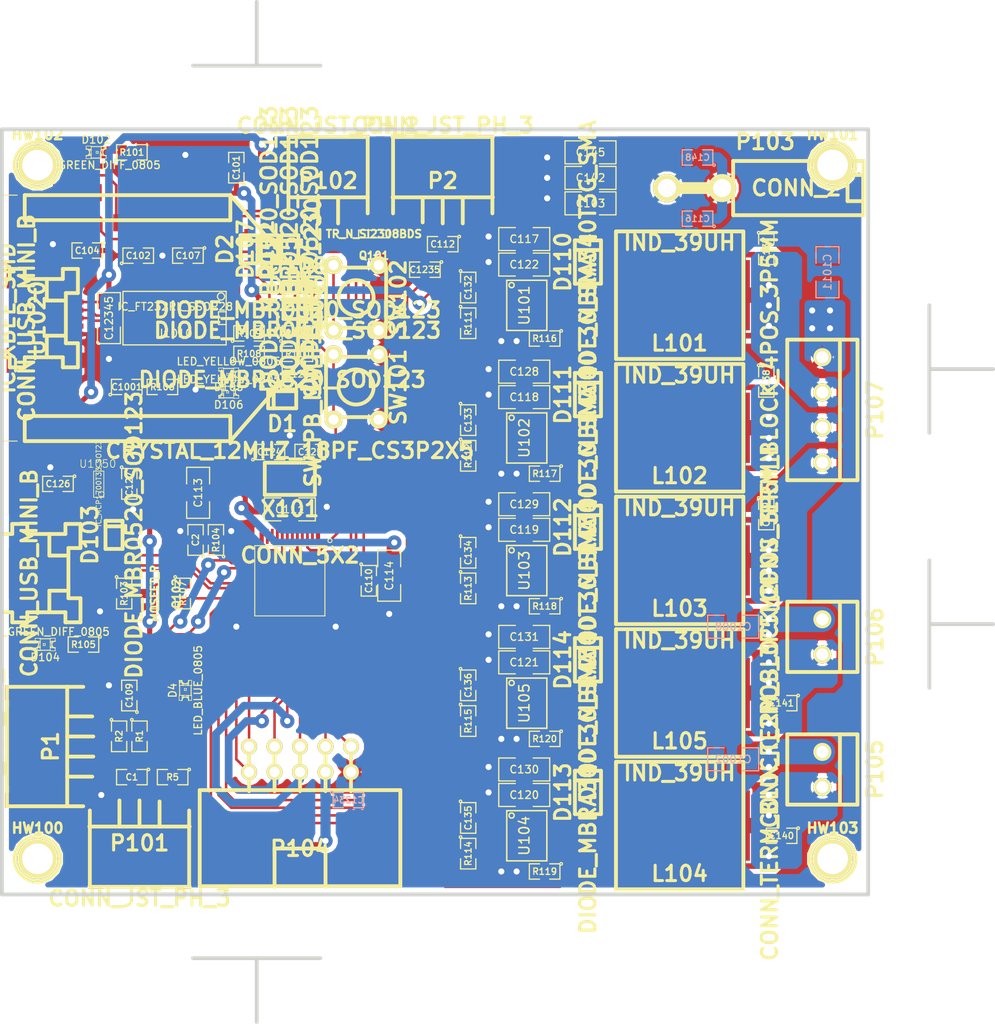
<source format=kicad_pcb>
(kicad_pcb (version 3) (host pcbnew "(2013-mar-13)-testing")
  (layers (15 Front signal hide) (0 Back signal) (18 B.Paste user) (19 F.Paste user) (20 B.SilkS user) (21 F.SilkS user) (22 B.Mask user) (23 F.Mask user) (28 Edge.Cuts user))
  (net 0 "")
  (net 1 +24V)
  (net 2 +3.3V)
  (net 3 +5V)
  (net 4 /AD1)
  (net 5 /AD2)
  (net 6 /AD3)
  (net 7 /AD4)
  (net 8 /BLU_DIM)
  (net 9 /BLU_FS)
  (net 10 /BLU_IADJ)
  (net 11 /BLU_OUT)
  (net 12 /BLU_SW)
  (net 13 /BLU_VCC)
  (net 14 /BOOTSEL_RESET)
  (net 15 /BOOT_SEL)
  (net 16 /EXTRA_AD)
  (net 17 /GRN_DIM)
  (net 18 /GRN_FS)
  (net 19 /GRN_IADJ)
  (net 20 /GRN_OUT)
  (net 21 /GRN_SW)
  (net 22 /GRN_VCC)
  (net 23 /IIC_SCL)
  (net 24 /IIC_SDA)
  (net 25 /MOTION_DET)
  (net 26 /RED_DIM)
  (net 27 /RED_FS)
  (net 28 /RED_IADJ)
  (net 29 /RED_OUT)
  (net 30 /RED_SW)
  (net 31 /RED_VCC)
  (net 32 /RELAY_EN)
  (net 33 /SER_RX_LED)
  (net 34 /SER_RX_LED_R)
  (net 35 /SER_TX_LED)
  (net 36 /SER_TX_LED_R)
  (net 37 /SER_UCTOUSB)
  (net 38 /SER_USBTOUC)
  (net 39 /SER_USB_D)
  (net 40 /SW1)
  (net 41 /SW2)
  (net 42 /SW3)
  (net 43 /SW4)
  (net 44 /UC_D)
  (net 45 /UC_D_PU)
  (net 46 /UC_USB_CONNECT)
  (net 47 /UC_VBUS)
  (net 48 /UC_XI)
  (net 49 /UC_XO)
  (net 50 /USBTOUC_BOOT_SEL)
  (net 51 /WW2_DIM)
  (net 52 /WW2_FS)
  (net 53 /WW2_IADJ)
  (net 54 /WW2_OUT)
  (net 55 /WW2_SW)
  (net 56 /WW2_VCC)
  (net 57 /WW_DIM)
  (net 58 /WW_FS)
  (net 59 /WW_IADJ)
  (net 60 /WW_OUT)
  (net 61 /WW_SW)
  (net 62 /WW_VCC)
  (net 63 /XB_BOOT_SEL)
  (net 64 /XB_RSSI)
  (net 65 /~SER_RST)
  (net 66 /~SER_USB_D)
  (net 67 /~UC_D)
  (net 68 /~UC_RESET)
  (net 69 /~USBTOUC_RESET)
  (net 70 /~XBEETOUC_RESET)
  (net 71 GND)
  (net 72 N-00000118)
  (net 73 N-0000028)
  (net 74 N-0000042)
  (net 75 N-0000064)
  (net 76 N-0000065)
  (net 77 N-0000066)
  (module SM0805 (layer Front) (at 208.28 129.54 270)
    (fp_text reference C127 (at 0 0 270) (layer F.SilkS) (effects (font (size 0.635 0.635) (thickness 0.127))))
    (fp_text value CAP_1UF_10P_25V_X7R_0805 hide)
    (pad 1 smd rect (at -0.9525 0 270) (size 0.889 1.397) (layers Front F.Paste F.Mask) (net 2 +3.3V))
    (pad 2 smd rect (at 0.9525 0 270) (size 0.889 1.397) (layers Front F.Paste F.Mask) (net 71 GND))
  )
  (module SM0805 (layer Front) (at 201.168 129.54 180)
    (fp_text reference C126 (at 0 0 180) (layer F.SilkS) (effects (font (size 0.635 0.635) (thickness 0.127))))
    (fp_text value CAP_1UF_10P_25V_X7R_0805 hide)
    (pad 1 smd rect (at -0.9525 0 180) (size 0.889 1.397) (layers Front F.Paste F.Mask) (net 3 +5V))
    (pad 2 smd rect (at 0.9525 0 180) (size 0.889 1.397) (layers Front F.Paste F.Mask) (net 71 GND))
  )
  (module CRYSTAL_3P2X5 (layer Front) (at 224.282 129.032)
    (fp_text reference X101 (at 0 2.99974) (layer F.SilkS) (effects (font (thickness 0.3048))))
    (fp_text value CRYSTAL_12MHZ_18PF_CS3P2X5 (at 0 -2.79908) (layer F.SilkS) (effects (font (thickness 0.3048))))
    (pad 1 smd rect (at 1.99898 0) (size 1.99898 2.4003) (layers Front F.Paste F.Mask) (net 48 /UC_XI))
    (pad 2 smd rect (at -1.99898 0) (size 1.99898 2.4003) (layers Front F.Paste F.Mask) (net 49 /UC_XO))
  )
  (module SM0805 (layer Front) (at 226.314 126.365 180)
    (fp_text reference C125 (at 0 0 180) (layer F.SilkS) (effects (font (size 0.635 0.635) (thickness 0.127))))
    (fp_text value CAP_39PF_5P_50V_NP0_0805 hide)
    (pad 1 smd rect (at -0.9525 0 180) (size 0.889 1.397) (layers Front F.Paste F.Mask) (net 48 /UC_XI))
    (pad 2 smd rect (at 0.9525 0 180) (size 0.889 1.397) (layers Front F.Paste F.Mask) (net 71 GND))
  )
  (module SM0805 (layer Front) (at 222.25 126.365)
    (fp_text reference C124 (at 0 0) (layer F.SilkS) (effects (font (size 0.635 0.635) (thickness 0.127))))
    (fp_text value CAP_39PF_5P_50V_NP0_0805 hide)
    (pad 1 smd rect (at -0.9525 0) (size 0.889 1.397) (layers Front F.Paste F.Mask) (net 49 /UC_XO))
    (pad 2 smd rect (at 0.9525 0) (size 0.889 1.397) (layers Front F.Paste F.Mask) (net 71 GND))
  )
  (module SM0805 (layer Front) (at 225.044 118.618)
    (fp_text reference C123 (at 0 0) (layer F.SilkS) (effects (font (size 0.635 0.635) (thickness 0.127))))
    (fp_text value CAP_0P1UF_10P_50V_X7R_0805 hide)
    (pad 1 smd rect (at -0.9525 0) (size 0.889 1.397) (layers Front F.Paste F.Mask) (net 2 +3.3V))
    (pad 2 smd rect (at 0.9525 0) (size 0.889 1.397) (layers Front F.Paste F.Mask) (net 15 /BOOT_SEL))
  )
  (module SM0805 (layer Front) (at 225.044 116.586)
    (fp_text reference R110 (at 0 0) (layer F.SilkS) (effects (font (size 0.635 0.635) (thickness 0.127))))
    (fp_text value RES_4P7K_1P_1V8W_0805 hide)
    (pad 1 smd rect (at -0.9525 0) (size 0.889 1.397) (layers Front F.Paste F.Mask) (net 2 +3.3V))
    (pad 2 smd rect (at 0.9525 0) (size 0.889 1.397) (layers Front F.Paste F.Mask) (net 15 /BOOT_SEL))
  )
  (module SM0805 (layer Front) (at 208.28 150.622 90)
    (fp_text reference C109 (at 0 0 90) (layer F.SilkS) (effects (font (size 0.635 0.635) (thickness 0.127))))
    (fp_text value CAP_1UF_10P_25V_X7R_0805 hide)
    (pad 1 smd rect (at -0.9525 0 90) (size 0.889 1.397) (layers Front F.Paste F.Mask) (net 2 +3.3V))
    (pad 2 smd rect (at 0.9525 0 90) (size 0.889 1.397) (layers Front F.Paste F.Mask) (net 71 GND))
  )
  (module SM0805 (layer Front) (at 232.156 139.192 270)
    (fp_text reference C110 (at 0 0 270) (layer F.SilkS) (effects (font (size 0.635 0.635) (thickness 0.127))))
    (fp_text value CAP_1UF_10P_25V_X7R_0805 hide)
    (pad 1 smd rect (at -0.9525 0 270) (size 0.889 1.397) (layers Front F.Paste F.Mask) (net 2 +3.3V))
    (pad 2 smd rect (at 0.9525 0 270) (size 0.889 1.397) (layers Front F.Paste F.Mask) (net 71 GND))
  )
  (module SM0805 (layer Front) (at 239.522 105.664 180)
    (fp_text reference C112 (at 0 0 180) (layer F.SilkS) (effects (font (size 0.635 0.635) (thickness 0.127))))
    (fp_text value CAP_0P1UF_10P_50V_X7R_0805 hide)
    (pad 1 smd rect (at -0.9525 0 180) (size 0.889 1.397) (layers Front F.Paste F.Mask) (net 2 +3.3V))
    (pad 2 smd rect (at 0.9525 0 180) (size 0.889 1.397) (layers Front F.Paste F.Mask) (net 71 GND))
  )
  (module SM0805 (layer Front) (at 211.582 119.888 180)
    (fp_text reference R106 (at 0 0 180) (layer F.SilkS) (effects (font (size 0.635 0.635) (thickness 0.127))))
    (fp_text value RES_4P7K_1P_1V8W_0805 hide)
    (pad 1 smd rect (at -0.9525 0 180) (size 0.889 1.397) (layers Front F.Paste F.Mask) (net 65 /~SER_RST))
    (pad 2 smd rect (at 0.9525 0 180) (size 0.889 1.397) (layers Front F.Paste F.Mask) (net 71 GND))
  )
  (module SM0805 (layer Front) (at 216.916 135.128 90)
    (fp_text reference R104 (at 0 0 90) (layer F.SilkS) (effects (font (size 0.635 0.635) (thickness 0.127))))
    (fp_text value RES_100K_1P_1V8W_0805 hide)
    (pad 1 smd rect (at -0.9525 0 90) (size 0.889 1.397) (layers Front F.Paste F.Mask) (net 47 /UC_VBUS))
    (pad 2 smd rect (at 0.9525 0 90) (size 0.889 1.397) (layers Front F.Paste F.Mask) (net 71 GND))
  )
  (module SM0805 (layer Front) (at 207.772 140.462 270)
    (fp_text reference R103 (at 0 0 270) (layer F.SilkS) (effects (font (size 0.635 0.635) (thickness 0.127))))
    (fp_text value RES_1P5K_1P_1V8W_0805 hide)
    (pad 1 smd rect (at -0.9525 0 270) (size 0.889 1.397) (layers Front F.Paste F.Mask) (net 44 /UC_D))
    (pad 2 smd rect (at 0.9525 0 270) (size 0.889 1.397) (layers Front F.Paste F.Mask) (net 45 /UC_D_PU))
  )
  (module SM0805 (layer Front) (at 203.708 145.542 180)
    (fp_text reference R105 (at 0 0 180) (layer F.SilkS) (effects (font (size 0.635 0.635) (thickness 0.127))))
    (fp_text value RES_330_1P_1V8W_0805 hide)
    (pad 1 smd rect (at -0.9525 0 180) (size 0.889 1.397) (layers Front F.Paste F.Mask) (net 45 /UC_D_PU))
    (pad 2 smd rect (at 0.9525 0 180) (size 0.889 1.397) (layers Front F.Paste F.Mask) (net 75 N-0000064))
  )
  (module SM0805 (layer Front) (at 213.614 140.462 270)
    (fp_text reference R107 (at 0 0 270) (layer F.SilkS) (effects (font (size 0.635 0.635) (thickness 0.127))))
    (fp_text value RES_4P7K_1P_1V8W_0805 hide)
    (pad 1 smd rect (at -0.9525 0 270) (size 0.889 1.397) (layers Front F.Paste F.Mask) (net 2 +3.3V))
    (pad 2 smd rect (at 0.9525 0 270) (size 0.889 1.397) (layers Front F.Paste F.Mask) (net 46 /UC_USB_CONNECT))
  )
  (module SM0805 (layer Front) (at 220.218 116.586)
    (fp_text reference R108 (at 0 0) (layer F.SilkS) (effects (font (size 0.635 0.635) (thickness 0.127))))
    (fp_text value RES_330_1P_1V8W_0805 hide)
    (pad 1 smd rect (at -0.9525 0) (size 0.889 1.397) (layers Front F.Paste F.Mask) (net 36 /SER_TX_LED_R))
    (pad 2 smd rect (at 0.9525 0) (size 0.889 1.397) (layers Front F.Paste F.Mask) (net 2 +3.3V))
  )
  (module SM0805 (layer Front) (at 220.218 114.554)
    (fp_text reference R109 (at 0 0) (layer F.SilkS) (effects (font (size 0.635 0.635) (thickness 0.127))))
    (fp_text value RES_330_1P_1V8W_0805 hide)
    (pad 1 smd rect (at -0.9525 0) (size 0.889 1.397) (layers Front F.Paste F.Mask) (net 34 /SER_RX_LED_R))
    (pad 2 smd rect (at 0.9525 0) (size 0.889 1.397) (layers Front F.Paste F.Mask) (net 2 +3.3V))
  )
  (module SM0805 (layer Front) (at 225.044 114.554)
    (fp_text reference R102 (at 0 0) (layer F.SilkS) (effects (font (size 0.635 0.635) (thickness 0.127))))
    (fp_text value RES_4P7K_1P_1V8W_0805 hide)
    (pad 1 smd rect (at -0.9525 0) (size 0.889 1.397) (layers Front F.Paste F.Mask) (net 2 +3.3V))
    (pad 2 smd rect (at 0.9525 0) (size 0.889 1.397) (layers Front F.Paste F.Mask) (net 68 /~UC_RESET))
  )
  (module SM0805 (layer Front) (at 218.948 98.044 90)
    (fp_text reference C101 (at 0 0 90) (layer F.SilkS) (effects (font (size 0.635 0.635) (thickness 0.127))))
    (fp_text value CAP_0P1UF_10P_50V_X7R_0805 hide)
    (pad 1 smd rect (at -0.9525 0 90) (size 0.889 1.397) (layers Front F.Paste F.Mask) (net 2 +3.3V))
    (pad 2 smd rect (at 0.9525 0 90) (size 0.889 1.397) (layers Front F.Paste F.Mask) (net 71 GND))
  )
  (module SM0805 (layer Front) (at 208.534 96.52)
    (fp_text reference R101 (at 0 0) (layer F.SilkS) (effects (font (size 0.635 0.635) (thickness 0.127))))
    (fp_text value RES_330_1P_1V8W_0805 hide)
    (pad 1 smd rect (at -0.9525 0) (size 0.889 1.397) (layers Front F.Paste F.Mask) (net 77 N-0000066))
    (pad 2 smd rect (at 0.9525 0) (size 0.889 1.397) (layers Front F.Paste F.Mask) (net 71 GND))
  )
  (module SM0805 (layer Front) (at 209.169 106.807)
    (fp_text reference C102 (at 0 0) (layer F.SilkS) (effects (font (size 0.635 0.635) (thickness 0.127))))
    (fp_text value CAP_1UF_10P_25V_X7R_0805 hide)
    (pad 1 smd rect (at -0.9525 0) (size 0.889 1.397) (layers Front F.Paste F.Mask) (net 3 +5V))
    (pad 2 smd rect (at 0.9525 0) (size 0.889 1.397) (layers Front F.Paste F.Mask) (net 71 GND))
  )
  (module SM0805 (layer Front) (at 204.089 106.299 180)
    (fp_text reference C104 (at 0 0 180) (layer F.SilkS) (effects (font (size 0.635 0.635) (thickness 0.127))))
    (fp_text value CAP_0P1UF_10P_50V_X7R_0805 hide)
    (pad 1 smd rect (at -0.9525 0 180) (size 0.889 1.397) (layers Front F.Paste F.Mask) (net 3 +5V))
    (pad 2 smd rect (at 0.9525 0 180) (size 0.889 1.397) (layers Front F.Paste F.Mask) (net 71 GND))
  )
  (module SM0805 (layer Front) (at 214.122 106.807 180)
    (fp_text reference C107 (at 0 0 180) (layer F.SilkS) (effects (font (size 0.635 0.635) (thickness 0.127))))
    (fp_text value CAP_0P1UF_10P_50V_X7R_0805 hide)
    (pad 1 smd rect (at -0.9525 0 180) (size 0.889 1.397) (layers Front F.Paste F.Mask) (net 2 +3.3V))
    (pad 2 smd rect (at 0.9525 0 180) (size 0.889 1.397) (layers Front F.Paste F.Mask) (net 71 GND))
  )
  (module SOT23GDS (layer Front) (at 210.82 140.462 270)
    (fp_text reference Q102 (at 0 -2.159 270) (layer F.SilkS) (effects (font (size 0.762 0.762) (thickness 0.2032))))
    (fp_text value MOSFET_P (at 0 0 270) (layer F.SilkS) (effects (font (size 0.762 0.762) (thickness 0.2032))))
    (pad S smd rect (at -0.889 -1.016 270) (size 0.9144 0.9144) (layers Front F.Paste F.Mask) (net 2 +3.3V))
    (pad G smd rect (at 0.889 -1.016 270) (size 0.9144 0.9144) (layers Front F.Paste F.Mask) (net 46 /UC_USB_CONNECT))
    (pad D smd rect (at 0 1.016 270) (size 0.9144 0.9144) (layers Front F.Paste F.Mask) (net 45 /UC_D_PU))
  )
  (module 1pin (layer Front) (at 199.136 166.878)
    (fp_text reference HW100 (at 0 -3.048) (layer F.SilkS) (effects (font (size 1.016 1.016) (thickness 0.254))))
    (fp_text value CONN_1 hide)
    (pad 1 thru_hole circle (at 0 0) (size 4.064 4.064) (drill 3.048) (layers *.Cu *.Mask F.SilkS))
  )
  (module 1pin (layer Front) (at 278.384 97.79)
    (fp_text reference HW101 (at 0 -3.048) (layer F.SilkS) (effects (font (size 1.016 1.016) (thickness 0.254))))
    (fp_text value CONN_1 hide)
    (pad 1 thru_hole circle (at 0 0) (size 4.064 4.064) (drill 3.048) (layers *.Cu *.Mask F.SilkS))
  )
  (module 1pin (layer Front) (at 199.136 97.79)
    (fp_text reference HW102 (at 0 -3.048) (layer F.SilkS) (effects (font (size 1.016 1.016) (thickness 0.254))))
    (fp_text value CONN_1 hide)
    (pad 1 thru_hole circle (at 0 0) (size 4.064 4.064) (drill 3.048) (layers *.Cu *.Mask F.SilkS))
  )
  (module 1pin (layer Front) (at 278.384 166.878)
    (fp_text reference HW103 (at 0 -3.048) (layer F.SilkS) (effects (font (size 1.016 1.016) (thickness 0.254))))
    (fp_text value CONN_1 hide)
    (pad 1 thru_hole circle (at 0 0) (size 4.064 4.064) (drill 3.048) (layers *.Cu *.Mask F.SilkS))
  )
  (module SM0805 (layer Front) (at 209.296 154.686 270)
    (fp_text reference R1 (at 0 0 270) (layer F.SilkS) (effects (font (size 0.635 0.635) (thickness 0.127))))
    (fp_text value RES_1K_1P_1V8W_0805 hide)
    (pad 1 smd rect (at -0.9525 0 270) (size 0.889 1.397) (layers Front F.Paste F.Mask) (net 2 +3.3V))
    (pad 2 smd rect (at 0.9525 0 270) (size 0.889 1.397) (layers Front F.Paste F.Mask) (net 24 /IIC_SDA))
  )
  (module SM0805 (layer Front) (at 207.264 154.686 270)
    (fp_text reference R2 (at 0 0 270) (layer F.SilkS) (effects (font (size 0.635 0.635) (thickness 0.127))))
    (fp_text value RES_1K_1P_1V8W_0805 hide)
    (pad 1 smd rect (at -0.9525 0 270) (size 0.889 1.397) (layers Front F.Paste F.Mask) (net 2 +3.3V))
    (pad 2 smd rect (at 0.9525 0 270) (size 0.889 1.397) (layers Front F.Paste F.Mask) (net 23 /IIC_SCL))
  )
  (module SM0805 (layer Front) (at 208.534 158.75 180)
    (fp_text reference C1 (at 0 0 180) (layer F.SilkS) (effects (font (size 0.635 0.635) (thickness 0.127))))
    (fp_text value CAP_0P1UF_10P_50V_X7R_0805 hide)
    (pad 1 smd rect (at -0.9525 0 180) (size 0.889 1.397) (layers Front F.Paste F.Mask) (net 2 +3.3V))
    (pad 2 smd rect (at 0.9525 0 180) (size 0.889 1.397) (layers Front F.Paste F.Mask) (net 71 GND))
  )
  (module SM0805 (layer Front) (at 214.884 135.128 90)
    (fp_text reference C2 (at 0 0 90) (layer F.SilkS) (effects (font (size 0.635 0.635) (thickness 0.127))))
    (fp_text value CAP_1UF_10P_25V_X7R_0805 hide)
    (pad 1 smd rect (at -0.9525 0 90) (size 0.889 1.397) (layers Front F.Paste F.Mask) (net 47 /UC_VBUS))
    (pad 2 smd rect (at 0.9525 0 90) (size 0.889 1.397) (layers Front F.Paste F.Mask) (net 71 GND))
  )
  (module CONN_USB_MINI_B (layer Front) (at 194.31 138.43 270)
    (fp_text reference J102 (at 0 1.50114 270) (layer F.SilkS) (effects (font (thickness 0.3048))))
    (fp_text value CONN_USB_MINI_B (at 0 -4.0005 270) (layer F.SilkS) (effects (font (thickness 0.3048))))
    (pad 6 smd rect (at -4.20116 -8.39978 90) (size 2.49936 2.19964) (layers Front F.Paste F.Mask) (net 71 GND))
    (pad 6 smd rect (at -4.20116 -3.0988 270) (size 2.49936 2.19964) (layers Front F.Paste F.Mask) (net 71 GND))
    (pad 6 smd rect (at 4.20116 -8.39978 270) (size 2.49936 2.19964) (layers Front F.Paste F.Mask) (net 71 GND))
    (pad 6 smd rect (at 4.20116 -3.0988 270) (size 2.49936 2.19964) (layers Front F.Paste F.Mask) (net 71 GND))
    (pad 1 smd rect (at -1.6002 -8.65124 270) (size 0.50038 1.99898) (layers Front F.Paste F.Mask) (net 47 /UC_VBUS))
    (pad 2 smd rect (at -0.8001 -8.65124 270) (size 0.50038 1.99898) (layers Front F.Paste F.Mask) (net 67 /~UC_D))
    (pad 3 smd rect (at 0 -8.65124 270) (size 0.50038 1.99898) (layers Front F.Paste F.Mask) (net 44 /UC_D))
    (pad 4 smd rect (at 0.8001 -8.65124 270) (size 0.50038 1.99898) (layers Front F.Paste F.Mask))
    (pad 5 smd rect (at 1.6002 -8.65124 270) (size 0.50038 1.99898) (layers Front F.Paste F.Mask) (net 71 GND))
  )
  (module CONN_USB_MINI_B (layer Front) (at 194.056 113.03 270)
    (fp_text reference J101 (at 0 1.50114 270) (layer F.SilkS) (effects (font (thickness 0.3048))))
    (fp_text value CONN_USB_MINI_B (at 0 -4.0005 270) (layer F.SilkS) (effects (font (thickness 0.3048))))
    (pad 6 smd rect (at -4.20116 -8.39978 90) (size 2.49936 2.19964) (layers Front F.Paste F.Mask) (net 71 GND))
    (pad 6 smd rect (at -4.20116 -3.0988 270) (size 2.49936 2.19964) (layers Front F.Paste F.Mask) (net 71 GND))
    (pad 6 smd rect (at 4.20116 -8.39978 270) (size 2.49936 2.19964) (layers Front F.Paste F.Mask) (net 71 GND))
    (pad 6 smd rect (at 4.20116 -3.0988 270) (size 2.49936 2.19964) (layers Front F.Paste F.Mask) (net 71 GND))
    (pad 1 smd rect (at -1.6002 -8.65124 270) (size 0.50038 1.99898) (layers Front F.Paste F.Mask) (net 3 +5V))
    (pad 2 smd rect (at -0.8001 -8.65124 270) (size 0.50038 1.99898) (layers Front F.Paste F.Mask) (net 66 /~SER_USB_D))
    (pad 3 smd rect (at 0 -8.65124 270) (size 0.50038 1.99898) (layers Front F.Paste F.Mask) (net 39 /SER_USB_D))
    (pad 4 smd rect (at 0.8001 -8.65124 270) (size 0.50038 1.99898) (layers Front F.Paste F.Mask))
    (pad 5 smd rect (at 1.6002 -8.65124 270) (size 0.50038 1.99898) (layers Front F.Paste F.Mask) (net 71 GND))
  )
  (module SM0805 (layer Front) (at 212.598 158.75 180)
    (fp_text reference R5 (at 0 0 180) (layer F.SilkS) (effects (font (size 0.635 0.635) (thickness 0.127))))
    (fp_text value RES_330_1P_1V8W_0805 hide)
    (pad 1 smd rect (at -0.9525 0 180) (size 0.889 1.397) (layers Front F.Paste F.Mask) (net 76 N-0000065))
    (pad 2 smd rect (at 0.9525 0 180) (size 0.889 1.397) (layers Front F.Paste F.Mask) (net 2 +3.3V))
  )
  (module SM1206 (layer Front) (at 224.282 132.08)
    (fp_text reference C111 (at 0 0) (layer F.SilkS) (effects (font (size 0.762 0.762) (thickness 0.127))))
    (fp_text value CAP_22UF_20P_10V_X5R_1206 hide)
    (pad 1 smd rect (at -1.651 0) (size 1.524 2.032) (layers Front F.Paste F.Mask) (net 2 +3.3V))
    (pad 2 smd rect (at 1.651 0) (size 1.524 2.032) (layers Front F.Paste F.Mask) (net 71 GND))
  )
  (module SM1206 (layer Front) (at 215.138 130.429 270)
    (fp_text reference C113 (at 0 0 270) (layer F.SilkS) (effects (font (size 0.762 0.762) (thickness 0.127))))
    (fp_text value CAP_22UF_20P_10V_X5R_1206 hide)
    (pad 1 smd rect (at -1.651 0 270) (size 1.524 2.032) (layers Front F.Paste F.Mask) (net 2 +3.3V))
    (pad 2 smd rect (at 1.651 0 270) (size 1.524 2.032) (layers Front F.Paste F.Mask) (net 71 GND))
  )
  (module SM1206 (layer Front) (at 234.188 138.684 270)
    (fp_text reference C114 (at 0 0 270) (layer F.SilkS) (effects (font (size 0.762 0.762) (thickness 0.127))))
    (fp_text value CAP_22UF_20P_10V_X5R_1206 hide)
    (pad 1 smd rect (at -1.651 0 270) (size 1.524 2.032) (layers Front F.Paste F.Mask) (net 2 +3.3V))
    (pad 2 smd rect (at 1.651 0 270) (size 1.524 2.032) (layers Front F.Paste F.Mask) (net 71 GND))
  )
  (module JST_PH_3 (layer Front) (at 239.522 94.996)
    (fp_text reference P2 (at 0 4.35102) (layer F.SilkS) (effects (font (thickness 0.3048))))
    (fp_text value CONN_JST_PH_3 (at 0 -1.15062) (layer F.SilkS) (effects (font (thickness 0.3048))))
    (pad "" smd rect (at -4.35102 1.50114) (size 1.50114 3.40106) (layers Front F.Paste F.Mask))
    (pad "" smd rect (at 4.35102 1.50114) (size 1.50114 3.40106) (layers Front F.Paste F.Mask))
    (pad 2 smd rect (at 0 7.24916) (size 1.00076 3.50012) (layers Front F.Paste F.Mask) (net 16 /EXTRA_AD))
    (pad 1 smd rect (at 1.99898 7.24916) (size 1.00076 3.50012) (layers Front F.Paste F.Mask) (net 2 +3.3V))
    (pad 3 smd rect (at -1.99898 7.24916) (size 1.00076 3.50012) (layers Front F.Paste F.Mask) (net 71 GND))
  )
  (module SM0805 (layer Front) (at 208.026 119.888)
    (fp_text reference C1001 (at 0 0) (layer F.SilkS) (effects (font (size 0.635 0.635) (thickness 0.127))))
    (fp_text value CAP_0P1UF_10P_50V_X7R_0805 hide)
    (pad 1 smd rect (at -0.9525 0) (size 0.889 1.397) (layers Front F.Paste F.Mask) (net 73 N-0000028))
    (pad 2 smd rect (at 0.9525 0) (size 0.889 1.397) (layers Front F.Paste F.Mask) (net 71 GND))
  )
  (module XBEE_SMD (layer Front) (at 197.104 113.03 270)
    (fp_text reference U1020 (at 0 -1.99898 270) (layer F.SilkS) (effects (font (thickness 0.3048))))
    (fp_text value IC_XBEE_SMD (at 0 1.00076 270) (layer F.SilkS) (effects (font (thickness 0.3048))))
    (pad 10 smd rect (at -9.4996 -1.99898 270) (size 1.69926 0.8509) (layers Front F.Paste F.Mask) (net 71 GND))
    (pad 8 smd rect (at -9.4996 -5.99948 270) (size 1.69926 0.8509) (layers Front F.Paste F.Mask))
    (pad 6 smd rect (at -9.4996 -9.99998 270) (size 1.69926 0.8509) (layers Front F.Paste F.Mask) (net 64 /XB_RSSI))
    (pad 4 smd rect (at -9.4996 -14.00048 270) (size 1.69926 0.8509) (layers Front F.Paste F.Mask))
    (pad 2 smd rect (at -9.4996 -18.00098 270) (size 1.69926 0.8509) (layers Front F.Paste F.Mask) (net 38 /SER_USBTOUC))
    (pad 9 smd rect (at -12.49934 -4.0005 270) (size 1.69926 0.8509) (layers Front F.Paste F.Mask) (net 70 /~XBEETOUC_RESET))
    (pad 7 smd rect (at -12.49934 -8.001 270) (size 1.69926 0.8509) (layers Front F.Paste F.Mask))
    (pad 5 smd rect (at -12.49934 -11.99896 270) (size 1.69926 0.8509) (layers Front F.Paste F.Mask))
    (pad 3 smd rect (at -12.49934 -15.99946 270) (size 1.69926 0.8509) (layers Front F.Paste F.Mask) (net 37 /SER_UCTOUSB))
    (pad 1 smd rect (at -12.49934 -19.99996 270) (size 1.69926 0.8509) (layers Front F.Paste F.Mask) (net 2 +3.3V))
    (pad 11 smd rect (at 12.49934 -1.99898 270) (size 1.69926 0.8509) (layers Front F.Paste F.Mask))
    (pad 13 smd rect (at 12.49934 -5.99948 270) (size 1.69926 0.8509) (layers Front F.Paste F.Mask))
    (pad 15 smd rect (at 12.49934 -9.99998 270) (size 1.69926 0.8509) (layers Front F.Paste F.Mask))
    (pad 17 smd rect (at 12.49934 -14.00048 270) (size 1.69926 0.8509) (layers Front F.Paste F.Mask))
    (pad 19 smd rect (at 12.49934 -18.00098 270) (size 1.69926 0.8509) (layers Front F.Paste F.Mask))
    (pad 12 smd rect (at 9.4996 -4.0005 270) (size 1.69926 0.8509) (layers Front F.Paste F.Mask))
    (pad 14 smd rect (at 9.4996 -8.001 270) (size 1.69926 0.8509) (layers Front F.Paste F.Mask))
    (pad 16 smd rect (at 9.4996 -11.99896 270) (size 1.69926 0.8509) (layers Front F.Paste F.Mask) (net 63 /XB_BOOT_SEL))
    (pad 18 smd rect (at 9.4996 -15.99946 270) (size 1.69926 0.8509) (layers Front F.Paste F.Mask))
    (pad 20 smd rect (at 9.4996 -19.99996 270) (size 1.69926 0.8509) (layers Front F.Paste F.Mask))
  )
  (module SOT23 (layer Front) (at 205.232 129.54 90)
    (fp_text reference U1050 (at 1.99898 -0.09906 180) (layer F.SilkS) (effects (font (size 0.762 0.762) (thickness 0.0762))))
    (fp_text value IC_MCP1700T33_SOT23 (at 0.0635 0 90) (layer F.SilkS) (effects (font (size 0.50038 0.50038) (thickness 0.0762))))
    (pad 3 smd rect (at 0 -1.09982 90) (size 0.8001 1.00076) (layers Front F.Paste F.Mask) (net 3 +5V))
    (pad 2 smd rect (at 0.9525 1.09982 90) (size 0.8001 1.00076) (layers Front F.Paste F.Mask) (net 2 +3.3V))
    (pad 1 smd rect (at -0.9525 1.09982 90) (size 0.8001 1.00076) (layers Front F.Paste F.Mask) (net 71 GND))
  )
  (module led_blue_0805 (layer Front) (at 213.868 150.114 90)
    (fp_text reference D4 (at 0 -1.27 90) (layer F.SilkS) (effects (font (size 0.762 0.762) (thickness 0.127))))
    (fp_text value LED_BLUE_0805 (at 0 1.27 90) (layer F.SilkS) (effects (font (size 0.762 0.762) (thickness 0.127))))
    (pad 1 smd rect (at -1.04902 0 90) (size 1.19888 1.19888) (layers Front F.Paste F.Mask) (net 76 N-0000065))
    (pad 2 smd rect (at 1.04902 0 90) (size 1.19888 1.19888) (layers Front F.Paste F.Mask) (net 72 N-00000118))
  )
  (module led_yellow_0805 (layer Front) (at 218.186 118.618 180)
    (fp_text reference D105 (at 0 -1.27 180) (layer F.SilkS) (effects (font (size 0.762 0.762) (thickness 0.127))))
    (fp_text value LED_YELLOW_0805 (at 0 1.27 180) (layer F.SilkS) (effects (font (size 0.762 0.762) (thickness 0.127))))
    (pad 1 smd rect (at -1.04902 0 180) (size 1.19888 1.19888) (layers Front F.Paste F.Mask) (net 36 /SER_TX_LED_R))
    (pad 2 smd rect (at 1.04902 0 180) (size 1.19888 1.19888) (layers Front F.Paste F.Mask) (net 35 /SER_TX_LED))
  )
  (module led_yellow_0805 (layer Front) (at 218.186 120.396 180)
    (fp_text reference D106 (at 0 -1.27 180) (layer F.SilkS) (effects (font (size 0.762 0.762) (thickness 0.127))))
    (fp_text value LED_YELLOW_0805 (at 0 1.27 180) (layer F.SilkS) (effects (font (size 0.762 0.762) (thickness 0.127))))
    (pad 1 smd rect (at -1.04902 0 180) (size 1.19888 1.19888) (layers Front F.Paste F.Mask) (net 34 /SER_RX_LED_R))
    (pad 2 smd rect (at 1.04902 0 180) (size 1.19888 1.19888) (layers Front F.Paste F.Mask) (net 33 /SER_RX_LED))
  )
  (module led_green_0805 (layer Front) (at 199.898 145.542 180)
    (fp_text reference D104 (at 0 -1.27 180) (layer F.SilkS) (effects (font (size 0.762 0.762) (thickness 0.127))))
    (fp_text value LED_GREEN_DIFF_0805 (at 0 1.27 180) (layer F.SilkS) (effects (font (size 0.762 0.762) (thickness 0.127))))
    (pad 1 smd rect (at -1.04902 0 180) (size 1.19888 1.19888) (layers Front F.Paste F.Mask) (net 75 N-0000064))
    (pad 2 smd rect (at 1.04902 0 180) (size 1.19888 1.19888) (layers Front F.Paste F.Mask) (net 71 GND))
  )
  (module led_green_0805 (layer Front) (at 204.978 96.52)
    (fp_text reference D102 (at 0 -1.27) (layer F.SilkS) (effects (font (size 0.762 0.762) (thickness 0.127))))
    (fp_text value LED_GREEN_DIFF_0805 (at 0 1.27) (layer F.SilkS) (effects (font (size 0.762 0.762) (thickness 0.127))))
    (pad 1 smd rect (at -1.04902 0) (size 1.19888 1.19888) (layers Front F.Paste F.Mask) (net 64 /XB_RSSI))
    (pad 2 smd rect (at 1.04902 0) (size 1.19888 1.19888) (layers Front F.Paste F.Mask) (net 77 N-0000066))
  )
  (module SOD123 (layer Front) (at 225.044 110.236 180)
    (fp_text reference D108 (at 0 2.4003 180) (layer F.SilkS) (effects (font (thickness 0.3048))))
    (fp_text value DIODE_MBR0520_SOD123 (at 0 -1.99898 180) (layer F.SilkS) (effects (font (thickness 0.3048))))
    (pad 1 smd rect (at 1.5748 0 180) (size 0.89916 0.94996) (layers Front F.Paste F.Mask) (net 15 /BOOT_SEL))
    (pad 2 smd rect (at -1.5748 0 180) (size 0.89916 0.94996) (layers Front F.Paste F.Mask) (net 14 /BOOTSEL_RESET))
  )
  (module SOD123 (layer Front) (at 225.044 112.268 180)
    (fp_text reference D109 (at 0 2.4003 180) (layer F.SilkS) (effects (font (thickness 0.3048))))
    (fp_text value DIODE_MBR0520_SOD123 (at 0 -1.99898 180) (layer F.SilkS) (effects (font (thickness 0.3048))))
    (pad 1 smd rect (at 1.5748 0 180) (size 0.89916 0.94996) (layers Front F.Paste F.Mask) (net 68 /~UC_RESET))
    (pad 2 smd rect (at -1.5748 0 180) (size 0.89916 0.94996) (layers Front F.Paste F.Mask) (net 14 /BOOTSEL_RESET))
  )
  (module SOD123 (layer Front) (at 206.756 134.62 270)
    (fp_text reference D103 (at 0 2.4003 270) (layer F.SilkS) (effects (font (thickness 0.3048))))
    (fp_text value DIODE_MBR0520_SOD123 (at 0 -1.99898 270) (layer F.SilkS) (effects (font (thickness 0.3048))))
    (pad 1 smd rect (at 1.5748 0 270) (size 0.89916 0.94996) (layers Front F.Paste F.Mask) (net 47 /UC_VBUS))
    (pad 2 smd rect (at -1.5748 0 270) (size 0.89916 0.94996) (layers Front F.Paste F.Mask) (net 3 +5V))
  )
  (module SOD123 (layer Front) (at 222.25 106.172 270)
    (fp_text reference D107 (at 0 2.4003 270) (layer F.SilkS) (effects (font (thickness 0.3048))))
    (fp_text value DIODE_MBR0520_SOD123 (at 0 -1.99898 270) (layer F.SilkS) (effects (font (thickness 0.3048))))
    (pad 1 smd rect (at 1.5748 0 270) (size 0.89916 0.94996) (layers Front F.Paste F.Mask) (net 68 /~UC_RESET))
    (pad 2 smd rect (at -1.5748 0 270) (size 0.89916 0.94996) (layers Front F.Paste F.Mask) (net 69 /~USBTOUC_RESET))
  )
  (module SOD123 (layer Front) (at 224.282 106.172 270)
    (fp_text reference D101 (at 0 2.4003 270) (layer F.SilkS) (effects (font (thickness 0.3048))))
    (fp_text value DIODE_MBR0520_SOD123 (at 0 -1.99898 270) (layer F.SilkS) (effects (font (thickness 0.3048))))
    (pad 1 smd rect (at 1.5748 0 270) (size 0.89916 0.94996) (layers Front F.Paste F.Mask) (net 68 /~UC_RESET))
    (pad 2 smd rect (at -1.5748 0 270) (size 0.89916 0.94996) (layers Front F.Paste F.Mask) (net 70 /~XBEETOUC_RESET))
  )
  (module SOD123 (layer Front) (at 223.52 121.158)
    (fp_text reference D1 (at 0 2.4003) (layer F.SilkS) (effects (font (thickness 0.3048))))
    (fp_text value DIODE_MBR0520_SOD123 (at 0 -1.99898) (layer F.SilkS) (effects (font (thickness 0.3048))))
    (pad 1 smd rect (at 1.5748 0) (size 0.89916 0.94996) (layers Front F.Paste F.Mask) (net 15 /BOOT_SEL))
    (pad 2 smd rect (at -1.5748 0) (size 0.89916 0.94996) (layers Front F.Paste F.Mask) (net 63 /XB_BOOT_SEL))
  )
  (module SOD123 (layer Front) (at 220.218 106.172 270)
    (fp_text reference D2 (at 0 2.4003 270) (layer F.SilkS) (effects (font (thickness 0.3048))))
    (fp_text value DIODE_MBR0520_SOD123 (at 0 -1.99898 270) (layer F.SilkS) (effects (font (thickness 0.3048))))
    (pad 1 smd rect (at 1.5748 0 270) (size 0.89916 0.94996) (layers Front F.Paste F.Mask) (net 15 /BOOT_SEL))
    (pad 2 smd rect (at -1.5748 0 270) (size 0.89916 0.94996) (layers Front F.Paste F.Mask) (net 50 /USBTOUC_BOOT_SEL))
  )
  (module SM0805 (layer Back) (at 230.124 161.036)
    (fp_text reference C1234 (at 0 0) (layer B.SilkS) (effects (font (size 0.635 0.635) (thickness 0.127)) (justify mirror)))
    (fp_text value CAP_0P1UF_10P_50V_X7R_0805 hide)
    (pad 1 smd rect (at -0.9525 0) (size 0.889 1.397) (layers Back B.Paste B.Mask) (net 2 +3.3V))
    (pad 2 smd rect (at 0.9525 0) (size 0.889 1.397) (layers Back B.Paste B.Mask) (net 71 GND))
  )
  (module SM0805 (layer Front) (at 237.744 108.204 180)
    (fp_text reference C1235 (at 0 0 180) (layer F.SilkS) (effects (font (size 0.635 0.635) (thickness 0.127))))
    (fp_text value CAP_0P1UF_10P_50V_X7R_0805 hide)
    (pad 1 smd rect (at -0.9525 0 180) (size 0.889 1.397) (layers Front F.Paste F.Mask) (net 2 +3.3V))
    (pad 2 smd rect (at 0.9525 0 180) (size 0.889 1.397) (layers Front F.Paste F.Mask) (net 71 GND))
  )
  (module SM1206 (layer Front) (at 206.248 113.03 270)
    (fp_text reference C12345 (at 0 0 270) (layer F.SilkS) (effects (font (size 0.762 0.762) (thickness 0.127))))
    (fp_text value CAP_22UF_20P_10V_X5R_1206 hide)
    (pad 1 smd rect (at -1.651 0 270) (size 1.524 2.032) (layers Front F.Paste F.Mask) (net 3 +5V))
    (pad 2 smd rect (at 1.651 0 270) (size 1.524 2.032) (layers Front F.Paste F.Mask) (net 71 GND))
  )
  (module JST_PH_4 (layer Front) (at 196.088 155.702 90)
    (fp_text reference P1 (at 0 4.35102 90) (layer F.SilkS) (effects (font (thickness 0.3048))))
    (fp_text value CONN_JST_PH_4 (at 0 -1.15062 90) (layer F.SilkS) (effects (font (thickness 0.3048))))
    (pad "" smd rect (at -5.35178 1.50114 90) (size 1.50114 3.40106) (layers Front F.Paste F.Mask))
    (pad "" smd rect (at 5.34924 1.50114 90) (size 1.50114 3.40106) (layers Front F.Paste F.Mask))
    (pad 2 smd rect (at 1.00076 7.24916 90) (size 1.00076 3.50012) (layers Front F.Paste F.Mask) (net 23 /IIC_SCL))
    (pad 1 smd rect (at 2.99974 7.24916 90) (size 1.00076 3.50012) (layers Front F.Paste F.Mask) (net 2 +3.3V))
    (pad 3 smd rect (at -1.00076 7.24916 90) (size 1.00076 3.50012) (layers Front F.Paste F.Mask) (net 24 /IIC_SDA))
    (pad 4 smd rect (at -2.99974 7.24916 90) (size 1.00076 3.50012) (layers Front F.Paste F.Mask) (net 71 GND))
  )
  (module TACT_SW_TH_6x6 (layer Front) (at 230.886 110.998 270)
    (fp_text reference SW102 (at 0 -4.20116 270) (layer F.SilkS) (effects (font (thickness 0.3048))))
    (fp_text value SW_PB_MJTP1230 (at 0 4.30022 270) (layer F.SilkS) (effects (font (thickness 0.3048))))
    (pad 1 thru_hole circle (at 3.2512 -2.25044 270) (size 1.78816 1.78816) (drill 1.00076) (layers *.Cu *.Mask F.SilkS) (net 71 GND))
    (pad 1 thru_hole circle (at -3.2512 -2.25044 270) (size 1.78816 1.78816) (drill 1.00076) (layers *.Cu *.Mask F.SilkS) (net 71 GND))
    (pad 2 thru_hole circle (at -3.2512 2.25044 270) (size 1.78816 1.78816) (drill 1.00076) (layers *.Cu *.Mask F.SilkS) (net 14 /BOOTSEL_RESET))
    (pad 2 thru_hole circle (at 3.2512 2.25044 270) (size 1.78816 1.78816) (drill 1.00076) (layers *.Cu *.Mask F.SilkS) (net 14 /BOOTSEL_RESET))
  )
  (module TACT_SW_TH_6x6 (layer Front) (at 230.886 119.888 270)
    (fp_text reference SW101 (at 0 -4.20116 270) (layer F.SilkS) (effects (font (thickness 0.3048))))
    (fp_text value SW_PB_MJTP1230 (at 0 4.30022 270) (layer F.SilkS) (effects (font (thickness 0.3048))))
    (pad 1 thru_hole circle (at 3.2512 -2.25044 270) (size 1.78816 1.78816) (drill 1.00076) (layers *.Cu *.Mask F.SilkS) (net 71 GND))
    (pad 1 thru_hole circle (at -3.2512 -2.25044 270) (size 1.78816 1.78816) (drill 1.00076) (layers *.Cu *.Mask F.SilkS) (net 71 GND))
    (pad 2 thru_hole circle (at -3.2512 2.25044 270) (size 1.78816 1.78816) (drill 1.00076) (layers *.Cu *.Mask F.SilkS) (net 68 /~UC_RESET))
    (pad 2 thru_hole circle (at 3.2512 2.25044 270) (size 1.78816 1.78816) (drill 1.00076) (layers *.Cu *.Mask F.SilkS) (net 68 /~UC_RESET))
  )
  (module SSOP28 (layer Front) (at 212.852 113.03 180)
    (fp_text reference U1010 (at 0.127 -1.524 180) (layer F.SilkS) (effects (font (size 0.762 0.762) (thickness 0.127))))
    (fp_text value IC_FT232RL_SSOP28 (at 0 1.143 180) (layer F.SilkS) (effects (font (size 0.762 0.762) (thickness 0.127))))
    (pad 1 smd rect (at -4.191 3.556 180) (size 0.4064 1.27) (layers Front F.Paste F.Mask) (net 38 /SER_USBTOUC))
    (pad 2 smd rect (at -3.556 3.556 180) (size 0.4064 1.27) (layers Front F.Paste F.Mask) (net 69 /~USBTOUC_RESET))
    (pad 3 smd rect (at -2.8956 3.556 180) (size 0.4064 1.27) (layers Front F.Paste F.Mask) (net 50 /USBTOUC_BOOT_SEL))
    (pad 4 smd rect (at -2.2352 3.556 180) (size 0.4064 1.27) (layers Front F.Paste F.Mask) (net 2 +3.3V))
    (pad 5 smd rect (at -1.6002 3.556 180) (size 0.4064 1.27) (layers Front F.Paste F.Mask) (net 37 /SER_UCTOUSB))
    (pad 6 smd rect (at -0.9398 3.556 180) (size 0.4064 1.27) (layers Front F.Paste F.Mask))
    (pad 7 smd rect (at -0.2794 3.556 180) (size 0.4064 1.27) (layers Front F.Paste F.Mask) (net 71 GND))
    (pad 8 smd rect (at 0.3556 3.556 180) (size 0.4064 1.27) (layers Front F.Paste F.Mask))
    (pad 9 smd rect (at 1.016 3.556 180) (size 0.4064 1.27) (layers Front F.Paste F.Mask))
    (pad 10 smd rect (at 1.651 3.556 180) (size 0.4064 1.27) (layers Front F.Paste F.Mask))
    (pad 11 smd rect (at 2.3114 3.556 180) (size 0.4064 1.27) (layers Front F.Paste F.Mask))
    (pad 12 smd rect (at 2.9718 3.556 180) (size 0.4064 1.27) (layers Front F.Paste F.Mask))
    (pad 13 smd rect (at 3.6068 3.556 180) (size 0.4064 1.27) (layers Front F.Paste F.Mask))
    (pad 14 smd rect (at 4.2672 3.556 180) (size 0.4064 1.27) (layers Front F.Paste F.Mask))
    (pad 15 smd rect (at 4.2672 -3.556 180) (size 0.4064 1.27) (layers Front F.Paste F.Mask) (net 39 /SER_USB_D))
    (pad 16 smd rect (at 3.6068 -3.556 180) (size 0.4064 1.27) (layers Front F.Paste F.Mask) (net 66 /~SER_USB_D))
    (pad 17 smd rect (at 2.9972 -3.556 180) (size 0.4064 1.27) (layers Front F.Paste F.Mask) (net 73 N-0000028))
    (pad 18 smd rect (at 2.3114 -3.556 180) (size 0.4064 1.27) (layers Front F.Paste F.Mask) (net 71 GND))
    (pad 19 smd rect (at 1.651 -3.556 180) (size 0.4064 1.27) (layers Front F.Paste F.Mask) (net 65 /~SER_RST))
    (pad 20 smd rect (at 1.016 -3.556 180) (size 0.4064 1.27) (layers Front F.Paste F.Mask) (net 3 +5V))
    (pad 21 smd rect (at 0.3556 -3.556 180) (size 0.4064 1.27) (layers Front F.Paste F.Mask) (net 71 GND))
    (pad 22 smd rect (at -0.2794 -3.556 180) (size 0.4064 1.27) (layers Front F.Paste F.Mask) (net 33 /SER_RX_LED))
    (pad 23 smd rect (at -0.9398 -3.556 180) (size 0.4064 1.27) (layers Front F.Paste F.Mask) (net 35 /SER_TX_LED))
    (pad 24 smd rect (at -1.6002 -3.556 180) (size 0.4064 1.27) (layers Front F.Paste F.Mask))
    (pad 25 smd rect (at -2.2352 -3.556 180) (size 0.4064 1.27) (layers Front F.Paste F.Mask) (net 71 GND))
    (pad 26 smd rect (at -2.8956 -3.556 180) (size 0.4064 1.27) (layers Front F.Paste F.Mask) (net 71 GND))
    (pad 27 smd rect (at -3.556 -3.556 180) (size 0.4064 1.27) (layers Front F.Paste F.Mask))
    (pad 28 smd rect (at -4.191 -3.556 180) (size 0.4064 1.27) (layers Front F.Paste F.Mask))
  )
  (module LQFP48_new (layer Front) (at 224.282 139.192 270)
    (fp_text reference U1000)
    (fp_text value IC_LPC1343_LQFP48 hide)
    (pad 44 smd rect (at -0.7493 -4.42468 270) (size 0.2794 1.50114) (layers Front F.Paste F.Mask) (net 2 +3.3V))
    (pad 43 smd rect (at -0.24892 -4.42468 270) (size 0.2794 1.50114) (layers Front F.Paste F.Mask))
    (pad 37 smd rect (at 2.80924 -4.42468 270) (size 0.4191 1.50114) (layers Front F.Paste F.Mask) (net 42 /SW3))
    (pad 38 smd rect (at 2.25044 -4.42468 270) (size 0.2794 1.50114) (layers Front F.Paste F.Mask) (net 40 /SW1))
    (pad 39 smd rect (at 1.75006 -4.42468 270) (size 0.2794 1.50114) (layers Front F.Paste F.Mask) (net 43 /SW4))
    (pad 40 smd rect (at 1.24968 -4.42468 270) (size 0.2794 1.50114) (layers Front F.Paste F.Mask) (net 26 /RED_DIM))
    (pad 41 smd rect (at 0.7493 -4.42468 270) (size 0.2794 1.50114) (layers Front F.Paste F.Mask) (net 71 GND))
    (pad 42 smd rect (at 0.24892 -4.42468 270) (size 0.2794 1.50114) (layers Front F.Paste F.Mask) (net 16 /EXTRA_AD))
    (pad 45 smd rect (at -1.24968 -4.42468 270) (size 0.2794 1.50114) (layers Front F.Paste F.Mask) (net 32 /RELAY_EN))
    (pad 46 smd rect (at -1.75006 -4.42468 270) (size 0.2794 1.50114) (layers Front F.Paste F.Mask) (net 38 /SER_USBTOUC))
    (pad 47 smd rect (at -2.25044 -4.42468 270) (size 0.2794 1.50114) (layers Front F.Paste F.Mask) (net 37 /SER_UCTOUSB))
    (pad 48 smd rect (at -2.80924 -4.42468 270) (size 0.4191 1.50114) (layers Front F.Paste F.Mask))
    (pad 13 smd rect (at -2.80924 4.42468 270) (size 0.4191 1.50114) (layers Front F.Paste F.Mask))
    (pad 14 smd rect (at -2.25044 4.42468 270) (size 0.2794 1.50114) (layers Front F.Paste F.Mask) (net 47 /UC_VBUS))
    (pad 15 smd rect (at -1.75006 4.42468 270) (size 0.2794 1.50114) (layers Front F.Paste F.Mask) (net 23 /IIC_SCL))
    (pad 16 smd rect (at -1.24968 4.42468 270) (size 0.2794 1.50114) (layers Front F.Paste F.Mask) (net 24 /IIC_SDA))
    (pad 17 smd rect (at -0.7493 4.42468 270) (size 0.2794 1.50114) (layers Front F.Paste F.Mask))
    (pad 18 smd rect (at -0.24892 4.42468 270) (size 0.2794 1.50114) (layers Front F.Paste F.Mask))
    (pad 19 smd rect (at 0.24892 4.42468 270) (size 0.2794 1.50114) (layers Front F.Paste F.Mask) (net 67 /~UC_D))
    (pad 20 smd rect (at 0.7493 4.42468 270) (size 0.2794 1.50114) (layers Front F.Paste F.Mask) (net 44 /UC_D))
    (pad 21 smd rect (at 1.24968 4.42468 270) (size 0.2794 1.50114) (layers Front F.Paste F.Mask))
    (pad 22 smd rect (at 1.75006 4.42468 270) (size 0.2794 1.50114) (layers Front F.Paste F.Mask) (net 46 /UC_USB_CONNECT))
    (pad 23 smd rect (at 2.25044 4.42468 270) (size 0.2794 1.50114) (layers Front F.Paste F.Mask))
    (pad 24 smd rect (at 2.80924 4.42468 270) (size 0.4191 1.50114) (layers Front F.Paste F.Mask) (net 25 /MOTION_DET))
    (pad 1 smd rect (at -4.42468 -2.80924) (size 0.4191 1.50114) (layers Front F.Paste F.Mask))
    (pad 2 smd rect (at -4.42468 -2.25044) (size 0.2794 1.50114) (layers Front F.Paste F.Mask))
    (pad 3 smd rect (at -4.42468 -1.75006) (size 0.2794 1.50114) (layers Front F.Paste F.Mask) (net 68 /~UC_RESET))
    (pad 6 smd rect (at -4.42468 -0.24892) (size 0.2794 1.50114) (layers Front F.Paste F.Mask) (net 48 /UC_XI))
    (pad 7 smd rect (at -4.42468 0.24892) (size 0.2794 1.50114) (layers Front F.Paste F.Mask) (net 49 /UC_XO))
    (pad 8 smd rect (at -4.42468 0.7493) (size 0.2794 1.50114) (layers Front F.Paste F.Mask) (net 2 +3.3V))
    (pad 9 smd rect (at -4.42468 1.24968) (size 0.2794 1.50114) (layers Front F.Paste F.Mask))
    (pad 10 smd rect (at -4.42468 1.75006) (size 0.2794 1.50114) (layers Front F.Paste F.Mask))
    (pad 11 smd rect (at -4.42468 2.25044) (size 0.2794 1.50114) (layers Front F.Paste F.Mask))
    (pad 12 smd rect (at -4.42468 2.80924) (size 0.4191 1.50114) (layers Front F.Paste F.Mask))
    (pad 4 smd rect (at -4.42468 -1.24968) (size 0.2794 1.50114) (layers Front F.Paste F.Mask) (net 15 /BOOT_SEL))
    (pad 5 smd rect (at -4.42468 -0.7493) (size 0.2794 1.50114) (layers Front F.Paste F.Mask) (net 71 GND))
    (pad 25 smd rect (at 4.42468 2.80924) (size 0.4191 1.50114) (layers Front F.Paste F.Mask) (net 72 N-00000118))
    (pad 26 smd rect (at 4.42468 2.25044) (size 0.2794 1.50114) (layers Front F.Paste F.Mask))
    (pad 27 smd rect (at 4.42468 1.75006) (size 0.2794 1.50114) (layers Front F.Paste F.Mask) (net 57 /WW_DIM))
    (pad 28 smd rect (at 4.42468 1.24968) (size 0.2794 1.50114) (layers Front F.Paste F.Mask) (net 51 /WW2_DIM))
    (pad 29 smd rect (at 4.42468 0.7493) (size 0.2794 1.50114) (layers Front F.Paste F.Mask) (net 8 /BLU_DIM))
    (pad 30 smd rect (at 4.42468 0.24892) (size 0.2794 1.50114) (layers Front F.Paste F.Mask) (net 17 /GRN_DIM))
    (pad 31 smd rect (at 4.42468 -0.24892) (size 0.2794 1.50114) (layers Front F.Paste F.Mask))
    (pad 32 smd rect (at 4.42468 -0.7493) (size 0.2794 1.50114) (layers Front F.Paste F.Mask) (net 4 /AD1))
    (pad 33 smd rect (at 4.42468 -1.24968) (size 0.2794 1.50114) (layers Front F.Paste F.Mask) (net 5 /AD2))
    (pad 34 smd rect (at 4.42468 -1.75006) (size 0.2794 1.50114) (layers Front F.Paste F.Mask) (net 6 /AD3))
    (pad 35 smd rect (at 4.42468 -2.25044) (size 0.2794 1.50114) (layers Front F.Paste F.Mask) (net 7 /AD4))
    (pad 36 smd rect (at 4.42468 -2.80924) (size 0.4191 1.50114) (layers Front F.Paste F.Mask) (net 41 /SW2))
  )
  (module SRR1208 (layer Front) (at 263.144 110.744 180)
    (fp_text reference L101 (at 0.0127 -4.7879 180) (layer F.SilkS) (effects (font (thickness 0.3048))))
    (fp_text value IND_39UH (at 0.0127 5.2324 180) (layer F.SilkS) (effects (font (thickness 0.3048))))
    (pad 2 smd rect (at 5.00126 0 180) (size 4.0005 7.00024) (layers Front F.Paste F.Mask) (net 30 /RED_SW))
    (pad 1 smd rect (at -5.00126 0 180) (size 4.0005 7.00024) (layers Front F.Paste F.Mask) (net 29 /RED_OUT))
  )
  (module SRR1208 (layer Front) (at 263.144 163.576 180)
    (fp_text reference L104 (at 0.0127 -4.7879 180) (layer F.SilkS) (effects (font (thickness 0.3048))))
    (fp_text value IND_39UH (at 0.0127 5.2324 180) (layer F.SilkS) (effects (font (thickness 0.3048))))
    (pad 2 smd rect (at 5.00126 0 180) (size 4.0005 7.00024) (layers Front F.Paste F.Mask) (net 61 /WW_SW))
    (pad 1 smd rect (at -5.00126 0 180) (size 4.0005 7.00024) (layers Front F.Paste F.Mask) (net 60 /WW_OUT))
  )
  (module SRR1208 (layer Front) (at 263.144 123.952 180)
    (fp_text reference L102 (at 0.0127 -4.7879 180) (layer F.SilkS) (effects (font (thickness 0.3048))))
    (fp_text value IND_39UH (at 0.0127 5.2324 180) (layer F.SilkS) (effects (font (thickness 0.3048))))
    (pad 2 smd rect (at 5.00126 0 180) (size 4.0005 7.00024) (layers Front F.Paste F.Mask) (net 21 /GRN_SW))
    (pad 1 smd rect (at -5.00126 0 180) (size 4.0005 7.00024) (layers Front F.Paste F.Mask) (net 20 /GRN_OUT))
  )
  (module SRR1208 (layer Front) (at 263.144 150.368 180)
    (fp_text reference L105 (at 0.0127 -4.7879 180) (layer F.SilkS) (effects (font (thickness 0.3048))))
    (fp_text value IND_39UH (at 0.0127 5.2324 180) (layer F.SilkS) (effects (font (thickness 0.3048))))
    (pad 2 smd rect (at 5.00126 0 180) (size 4.0005 7.00024) (layers Front F.Paste F.Mask) (net 55 /WW2_SW))
    (pad 1 smd rect (at -5.00126 0 180) (size 4.0005 7.00024) (layers Front F.Paste F.Mask) (net 54 /WW2_OUT))
  )
  (module SRR1208 (layer Front) (at 263.144 137.16 180)
    (fp_text reference L103 (at 0.0127 -4.7879 180) (layer F.SilkS) (effects (font (thickness 0.3048))))
    (fp_text value IND_39UH (at 0.0127 5.2324 180) (layer F.SilkS) (effects (font (thickness 0.3048))))
    (pad 2 smd rect (at 5.00126 0 180) (size 4.0005 7.00024) (layers Front F.Paste F.Mask) (net 12 /BLU_SW))
    (pad 1 smd rect (at -5.00126 0 180) (size 4.0005 7.00024) (layers Front F.Paste F.Mask) (net 11 /BLU_OUT))
  )
  (module SOT23GDS (layer Front) (at 232.664 104.648 180)
    (fp_text reference Q101 (at 0 -2.159 180) (layer F.SilkS) (effects (font (size 0.762 0.762) (thickness 0.2032))))
    (fp_text value TR_N_SI2308BDS (at 0 0 180) (layer F.SilkS) (effects (font (size 0.762 0.762) (thickness 0.2032))))
    (pad S smd rect (at -0.889 -1.016 180) (size 0.9144 0.9144) (layers Front F.Paste F.Mask) (net 71 GND))
    (pad G smd rect (at 0.889 -1.016 180) (size 0.9144 0.9144) (layers Front F.Paste F.Mask) (net 32 /RELAY_EN))
    (pad D smd rect (at 0 1.016 180) (size 0.9144 0.9144) (layers Front F.Paste F.Mask) (net 74 N-0000042))
  )
  (module SM1206 (layer Front) (at 247.65 160.528 180)
    (fp_text reference C120 (at 0 0 180) (layer F.SilkS) (effects (font (size 0.762 0.762) (thickness 0.127))))
    (fp_text value CAP_2P2UF_10P_50V_X5R_1206 hide)
    (pad 1 smd rect (at -1.651 0 180) (size 1.524 2.032) (layers Front F.Paste F.Mask) (net 1 +24V))
    (pad 2 smd rect (at 1.651 0 180) (size 1.524 2.032) (layers Front F.Paste F.Mask) (net 71 GND))
  )
  (module SM1206 (layer Front) (at 254.254 101.6 180)
    (fp_text reference C103 (at 0 0 180) (layer F.SilkS) (effects (font (size 0.762 0.762) (thickness 0.127))))
    (fp_text value CAP_2P2UF_10P_50V_X5R_1206 hide)
    (pad 1 smd rect (at -1.651 0 180) (size 1.524 2.032) (layers Front F.Paste F.Mask) (net 1 +24V))
    (pad 2 smd rect (at 1.651 0 180) (size 1.524 2.032) (layers Front F.Paste F.Mask) (net 71 GND))
  )
  (module SM1206 (layer Front) (at 247.65 120.904 180)
    (fp_text reference C118 (at 0 0 180) (layer F.SilkS) (effects (font (size 0.762 0.762) (thickness 0.127))))
    (fp_text value CAP_2P2UF_10P_50V_X5R_1206 hide)
    (pad 1 smd rect (at -1.651 0 180) (size 1.524 2.032) (layers Front F.Paste F.Mask) (net 1 +24V))
    (pad 2 smd rect (at 1.651 0 180) (size 1.524 2.032) (layers Front F.Paste F.Mask) (net 71 GND))
  )
  (module SM1206 (layer Front) (at 247.65 118.364 180)
    (fp_text reference C128 (at 0 0 180) (layer F.SilkS) (effects (font (size 0.762 0.762) (thickness 0.127))))
    (fp_text value CAP_2P2UF_10P_50V_X5R_1206 hide)
    (pad 1 smd rect (at -1.651 0 180) (size 1.524 2.032) (layers Front F.Paste F.Mask) (net 1 +24V))
    (pad 2 smd rect (at 1.651 0 180) (size 1.524 2.032) (layers Front F.Paste F.Mask) (net 71 GND))
  )
  (module SM1206 (layer Front) (at 247.65 147.32 180)
    (fp_text reference C121 (at 0 0 180) (layer F.SilkS) (effects (font (size 0.762 0.762) (thickness 0.127))))
    (fp_text value CAP_2P2UF_10P_50V_X5R_1206 hide)
    (pad 1 smd rect (at -1.651 0 180) (size 1.524 2.032) (layers Front F.Paste F.Mask) (net 1 +24V))
    (pad 2 smd rect (at 1.651 0 180) (size 1.524 2.032) (layers Front F.Paste F.Mask) (net 71 GND))
  )
  (module SM1206 (layer Front) (at 247.65 107.696 180)
    (fp_text reference C122 (at 0 0 180) (layer F.SilkS) (effects (font (size 0.762 0.762) (thickness 0.127))))
    (fp_text value CAP_2P2UF_10P_50V_X5R_1206 hide)
    (pad 1 smd rect (at -1.651 0 180) (size 1.524 2.032) (layers Front F.Paste F.Mask) (net 1 +24V))
    (pad 2 smd rect (at 1.651 0 180) (size 1.524 2.032) (layers Front F.Paste F.Mask) (net 71 GND))
  )
  (module SM1206 (layer Front) (at 247.65 134.112 180)
    (fp_text reference C119 (at 0 0 180) (layer F.SilkS) (effects (font (size 0.762 0.762) (thickness 0.127))))
    (fp_text value CAP_2P2UF_10P_50V_X5R_1206 hide)
    (pad 1 smd rect (at -1.651 0 180) (size 1.524 2.032) (layers Front F.Paste F.Mask) (net 1 +24V))
    (pad 2 smd rect (at 1.651 0 180) (size 1.524 2.032) (layers Front F.Paste F.Mask) (net 71 GND))
  )
  (module SM1206 (layer Front) (at 247.65 131.572 180)
    (fp_text reference C129 (at 0 0 180) (layer F.SilkS) (effects (font (size 0.762 0.762) (thickness 0.127))))
    (fp_text value CAP_2P2UF_10P_50V_X5R_1206 hide)
    (pad 1 smd rect (at -1.651 0 180) (size 1.524 2.032) (layers Front F.Paste F.Mask) (net 1 +24V))
    (pad 2 smd rect (at 1.651 0 180) (size 1.524 2.032) (layers Front F.Paste F.Mask) (net 71 GND))
  )
  (module SM1206 (layer Front) (at 247.65 105.156 180)
    (fp_text reference C117 (at 0 0 180) (layer F.SilkS) (effects (font (size 0.762 0.762) (thickness 0.127))))
    (fp_text value CAP_2P2UF_10P_50V_X5R_1206 hide)
    (pad 1 smd rect (at -1.651 0 180) (size 1.524 2.032) (layers Front F.Paste F.Mask) (net 1 +24V))
    (pad 2 smd rect (at 1.651 0 180) (size 1.524 2.032) (layers Front F.Paste F.Mask) (net 71 GND))
  )
  (module SM1206 (layer Front) (at 247.65 144.78 180)
    (fp_text reference C131 (at 0 0 180) (layer F.SilkS) (effects (font (size 0.762 0.762) (thickness 0.127))))
    (fp_text value CAP_2P2UF_10P_50V_X5R_1206 hide)
    (pad 1 smd rect (at -1.651 0 180) (size 1.524 2.032) (layers Front F.Paste F.Mask) (net 1 +24V))
    (pad 2 smd rect (at 1.651 0 180) (size 1.524 2.032) (layers Front F.Paste F.Mask) (net 71 GND))
  )
  (module SM1206 (layer Front) (at 247.65 157.988 180)
    (fp_text reference C130 (at 0 0 180) (layer F.SilkS) (effects (font (size 0.762 0.762) (thickness 0.127))))
    (fp_text value CAP_2P2UF_10P_50V_X5R_1206 hide)
    (pad 1 smd rect (at -1.651 0 180) (size 1.524 2.032) (layers Front F.Paste F.Mask) (net 1 +24V))
    (pad 2 smd rect (at 1.651 0 180) (size 1.524 2.032) (layers Front F.Paste F.Mask) (net 71 GND))
  )
  (module SM0805 (layer Front) (at 242.062 149.606 270)
    (fp_text reference C136 (at 0 0 270) (layer F.SilkS) (effects (font (size 0.635 0.635) (thickness 0.127))))
    (fp_text value CAP_1UF_10P_50V_X5R_0805 hide)
    (pad 1 smd rect (at -0.9525 0 270) (size 0.889 1.397) (layers Front F.Paste F.Mask) (net 56 /WW2_VCC))
    (pad 2 smd rect (at 0.9525 0 270) (size 0.889 1.397) (layers Front F.Paste F.Mask) (net 71 GND))
  )
  (module SM0805 (layer Front) (at 273.304 151.384 180)
    (fp_text reference C141 (at 0 0 180) (layer F.SilkS) (effects (font (size 0.635 0.635) (thickness 0.127))))
    (fp_text value CAP_1UF_10P_50V_X5R_0805 hide)
    (pad 1 smd rect (at -0.9525 0 180) (size 0.889 1.397) (layers Front F.Paste F.Mask) (net 1 +24V))
    (pad 2 smd rect (at 0.9525 0 180) (size 0.889 1.397) (layers Front F.Paste F.Mask) (net 54 /WW2_OUT))
  )
  (module SM0805 (layer Front) (at 242.062 109.982 270)
    (fp_text reference C132 (at 0 0 270) (layer F.SilkS) (effects (font (size 0.635 0.635) (thickness 0.127))))
    (fp_text value CAP_1UF_10P_50V_X5R_0805 hide)
    (pad 1 smd rect (at -0.9525 0 270) (size 0.889 1.397) (layers Front F.Paste F.Mask) (net 31 /RED_VCC))
    (pad 2 smd rect (at 0.9525 0 270) (size 0.889 1.397) (layers Front F.Paste F.Mask) (net 71 GND))
  )
  (module SM0805 (layer Front) (at 242.062 113.538 270)
    (fp_text reference R111 (at 0 0 270) (layer F.SilkS) (effects (font (size 0.635 0.635) (thickness 0.127))))
    (fp_text value RES_4P42K_1P_1V8W_0805 hide)
    (pad 1 smd rect (at -0.9525 0 270) (size 0.889 1.397) (layers Front F.Paste F.Mask) (net 28 /RED_IADJ))
    (pad 2 smd rect (at 0.9525 0 270) (size 0.889 1.397) (layers Front F.Paste F.Mask) (net 71 GND))
  )
  (module SM0805 (layer Front) (at 249.682 115.062 180)
    (fp_text reference R116 (at 0 0 180) (layer F.SilkS) (effects (font (size 0.635 0.635) (thickness 0.127))))
    (fp_text value RES_80P6K_1P_1V8W_0805 hide)
    (pad 1 smd rect (at -0.9525 0 180) (size 0.889 1.397) (layers Front F.Paste F.Mask) (net 27 /RED_FS))
    (pad 2 smd rect (at 0.9525 0 180) (size 0.889 1.397) (layers Front F.Paste F.Mask) (net 71 GND))
  )
  (module SM0805 (layer Front) (at 271.78 106.172 270)
    (fp_text reference C137 (at 0 0 270) (layer F.SilkS) (effects (font (size 0.635 0.635) (thickness 0.127))))
    (fp_text value CAP_1UF_10P_50V_X5R_0805 hide)
    (pad 1 smd rect (at -0.9525 0 270) (size 0.889 1.397) (layers Front F.Paste F.Mask) (net 1 +24V))
    (pad 2 smd rect (at 0.9525 0 270) (size 0.889 1.397) (layers Front F.Paste F.Mask) (net 29 /RED_OUT))
  )
  (module SM0805 (layer Front) (at 242.062 153.162 270)
    (fp_text reference R115 (at 0 0 270) (layer F.SilkS) (effects (font (size 0.635 0.635) (thickness 0.127))))
    (fp_text value RES_4P42K_1P_1V8W_0805 hide)
    (pad 1 smd rect (at -0.9525 0 270) (size 0.889 1.397) (layers Front F.Paste F.Mask) (net 53 /WW2_IADJ))
    (pad 2 smd rect (at 0.9525 0 270) (size 0.889 1.397) (layers Front F.Paste F.Mask) (net 71 GND))
  )
  (module SM0805 (layer Front) (at 249.682 154.94 180)
    (fp_text reference R120 (at 0 0 180) (layer F.SilkS) (effects (font (size 0.635 0.635) (thickness 0.127))))
    (fp_text value RES_80P6K_1P_1V8W_0805 hide)
    (pad 1 smd rect (at -0.9525 0 180) (size 0.889 1.397) (layers Front F.Paste F.Mask) (net 52 /WW2_FS))
    (pad 2 smd rect (at 0.9525 0 180) (size 0.889 1.397) (layers Front F.Paste F.Mask) (net 71 GND))
  )
  (module SM0805 (layer Front) (at 249.682 128.524 180)
    (fp_text reference R117 (at 0 0 180) (layer F.SilkS) (effects (font (size 0.635 0.635) (thickness 0.127))))
    (fp_text value RES_80P6K_1P_1V8W_0805 hide)
    (pad 1 smd rect (at -0.9525 0 180) (size 0.889 1.397) (layers Front F.Paste F.Mask) (net 18 /GRN_FS))
    (pad 2 smd rect (at 0.9525 0 180) (size 0.889 1.397) (layers Front F.Paste F.Mask) (net 71 GND))
  )
  (module SM0805 (layer Front) (at 273.304 164.592 180)
    (fp_text reference C140 (at 0 0 180) (layer F.SilkS) (effects (font (size 0.635 0.635) (thickness 0.127))))
    (fp_text value CAP_1UF_10P_50V_X5R_0805 hide)
    (pad 1 smd rect (at -0.9525 0 180) (size 0.889 1.397) (layers Front F.Paste F.Mask) (net 1 +24V))
    (pad 2 smd rect (at 0.9525 0 180) (size 0.889 1.397) (layers Front F.Paste F.Mask) (net 60 /WW_OUT))
  )
  (module SM0805 (layer Front) (at 249.682 168.148 180)
    (fp_text reference R119 (at 0 0 180) (layer F.SilkS) (effects (font (size 0.635 0.635) (thickness 0.127))))
    (fp_text value RES_80P6K_1P_1V8W_0805 hide)
    (pad 1 smd rect (at -0.9525 0 180) (size 0.889 1.397) (layers Front F.Paste F.Mask) (net 58 /WW_FS))
    (pad 2 smd rect (at 0.9525 0 180) (size 0.889 1.397) (layers Front F.Paste F.Mask) (net 71 GND))
  )
  (module SM0805 (layer Front) (at 242.062 166.37 270)
    (fp_text reference R114 (at 0 0 270) (layer F.SilkS) (effects (font (size 0.635 0.635) (thickness 0.127))))
    (fp_text value RES_4P42K_1P_1V8W_0805 hide)
    (pad 1 smd rect (at -0.9525 0 270) (size 0.889 1.397) (layers Front F.Paste F.Mask) (net 59 /WW_IADJ))
    (pad 2 smd rect (at 0.9525 0 270) (size 0.889 1.397) (layers Front F.Paste F.Mask) (net 71 GND))
  )
  (module SM0805 (layer Front) (at 242.062 162.814 270)
    (fp_text reference C135 (at 0 0 270) (layer F.SilkS) (effects (font (size 0.635 0.635) (thickness 0.127))))
    (fp_text value CAP_1UF_10P_50V_X5R_0805 hide)
    (pad 1 smd rect (at -0.9525 0 270) (size 0.889 1.397) (layers Front F.Paste F.Mask) (net 62 /WW_VCC))
    (pad 2 smd rect (at 0.9525 0 270) (size 0.889 1.397) (layers Front F.Paste F.Mask) (net 71 GND))
  )
  (module SM0805 (layer Front) (at 271.78 132.588 270)
    (fp_text reference C139 (at 0 0 270) (layer F.SilkS) (effects (font (size 0.635 0.635) (thickness 0.127))))
    (fp_text value CAP_1UF_10P_50V_X5R_0805 hide)
    (pad 1 smd rect (at -0.9525 0 270) (size 0.889 1.397) (layers Front F.Paste F.Mask) (net 1 +24V))
    (pad 2 smd rect (at 0.9525 0 270) (size 0.889 1.397) (layers Front F.Paste F.Mask) (net 11 /BLU_OUT))
  )
  (module SM0805 (layer Front) (at 249.682 141.732 180)
    (fp_text reference R118 (at 0 0 180) (layer F.SilkS) (effects (font (size 0.635 0.635) (thickness 0.127))))
    (fp_text value RES_80P6K_1P_1V8W_0805 hide)
    (pad 1 smd rect (at -0.9525 0 180) (size 0.889 1.397) (layers Front F.Paste F.Mask) (net 9 /BLU_FS))
    (pad 2 smd rect (at 0.9525 0 180) (size 0.889 1.397) (layers Front F.Paste F.Mask) (net 71 GND))
  )
  (module SM0805 (layer Front) (at 242.062 139.954 270)
    (fp_text reference R113 (at 0 0 270) (layer F.SilkS) (effects (font (size 0.635 0.635) (thickness 0.127))))
    (fp_text value RES_4P42K_1P_1V8W_0805 hide)
    (pad 1 smd rect (at -0.9525 0 270) (size 0.889 1.397) (layers Front F.Paste F.Mask) (net 10 /BLU_IADJ))
    (pad 2 smd rect (at 0.9525 0 270) (size 0.889 1.397) (layers Front F.Paste F.Mask) (net 71 GND))
  )
  (module SM0805 (layer Front) (at 242.062 136.398 270)
    (fp_text reference C134 (at 0 0 270) (layer F.SilkS) (effects (font (size 0.635 0.635) (thickness 0.127))))
    (fp_text value CAP_1UF_10P_50V_X5R_0805 hide)
    (pad 1 smd rect (at -0.9525 0 270) (size 0.889 1.397) (layers Front F.Paste F.Mask) (net 13 /BLU_VCC))
    (pad 2 smd rect (at 0.9525 0 270) (size 0.889 1.397) (layers Front F.Paste F.Mask) (net 71 GND))
  )
  (module SM0805 (layer Back) (at 264.922 103.124 180)
    (fp_text reference C116 (at 0 0 180) (layer B.SilkS) (effects (font (size 0.635 0.635) (thickness 0.127)) (justify mirror)))
    (fp_text value CAP_0P1UF_10P_50V_X7R_0805 hide)
    (pad 1 smd rect (at -0.9525 0 180) (size 0.889 1.397) (layers Back B.Paste B.Mask) (net 1 +24V))
    (pad 2 smd rect (at 0.9525 0 180) (size 0.889 1.397) (layers Back B.Paste B.Mask) (net 71 GND))
  )
  (module SM0805 (layer Front) (at 271.78 119.38 270)
    (fp_text reference C138 (at 0 0 270) (layer F.SilkS) (effects (font (size 0.635 0.635) (thickness 0.127))))
    (fp_text value CAP_1UF_10P_50V_X5R_0805 hide)
    (pad 1 smd rect (at -0.9525 0 270) (size 0.889 1.397) (layers Front F.Paste F.Mask) (net 1 +24V))
    (pad 2 smd rect (at 0.9525 0 270) (size 0.889 1.397) (layers Front F.Paste F.Mask) (net 20 /GRN_OUT))
  )
  (module SM0805 (layer Front) (at 242.062 126.746 270)
    (fp_text reference R112 (at 0 0 270) (layer F.SilkS) (effects (font (size 0.635 0.635) (thickness 0.127))))
    (fp_text value RES_4P42K_1P_1V8W_0805 hide)
    (pad 1 smd rect (at -0.9525 0 270) (size 0.889 1.397) (layers Front F.Paste F.Mask) (net 19 /GRN_IADJ))
    (pad 2 smd rect (at 0.9525 0 270) (size 0.889 1.397) (layers Front F.Paste F.Mask) (net 71 GND))
  )
  (module SM0805 (layer Front) (at 242.062 123.19 270)
    (fp_text reference C133 (at 0 0 270) (layer F.SilkS) (effects (font (size 0.635 0.635) (thickness 0.127))))
    (fp_text value CAP_1UF_10P_50V_X5R_0805 hide)
    (pad 1 smd rect (at -0.9525 0 270) (size 0.889 1.397) (layers Front F.Paste F.Mask) (net 22 /GRN_VCC))
    (pad 2 smd rect (at 0.9525 0 270) (size 0.889 1.397) (layers Front F.Paste F.Mask) (net 71 GND))
  )
  (module JST_PH_3 (layer Front) (at 209.296 169.672 180)
    (fp_text reference P101 (at 0 4.35102 180) (layer F.SilkS) (effects (font (thickness 0.3048))))
    (fp_text value CONN_JST_PH_3 (at 0 -1.15062 180) (layer F.SilkS) (effects (font (thickness 0.3048))))
    (pad "" smd rect (at -4.35102 1.50114 180) (size 1.50114 3.40106) (layers Front F.Paste F.Mask))
    (pad "" smd rect (at 4.35102 1.50114 180) (size 1.50114 3.40106) (layers Front F.Paste F.Mask))
    (pad 2 smd rect (at 0 7.24916 180) (size 1.00076 3.50012) (layers Front F.Paste F.Mask) (net 2 +3.3V))
    (pad 1 smd rect (at 1.99898 7.24916 180) (size 1.00076 3.50012) (layers Front F.Paste F.Mask) (net 71 GND))
    (pad 3 smd rect (at -1.99898 7.24916 180) (size 1.00076 3.50012) (layers Front F.Paste F.Mask) (net 25 /MOTION_DET))
  )
  (module JST_PH_2 (layer Front) (at 228.092 94.996)
    (fp_text reference P102 (at 0 4.35102) (layer F.SilkS) (effects (font (thickness 0.3048))))
    (fp_text value CONN_JST_PH_2 (at 0 -1.15062) (layer F.SilkS) (effects (font (thickness 0.3048))))
    (pad "" smd rect (at -3.35026 1.50114) (size 1.50114 3.40106) (layers Front F.Paste F.Mask))
    (pad "" smd rect (at 3.35026 1.50114) (size 1.50114 3.40106) (layers Front F.Paste F.Mask))
    (pad 2 smd rect (at -1.00076 7.24916) (size 1.00076 3.50012) (layers Front F.Paste F.Mask) (net 3 +5V))
    (pad 1 smd rect (at 1.00076 7.24916) (size 1.00076 3.50012) (layers Front F.Paste F.Mask) (net 74 N-0000042))
  )
  (module HDR_R/A_TH_0P165IN (layer Front) (at 261.874 100.076 90)
    (fp_text reference P103 (at 4.59994 9.79932 180) (layer F.SilkS) (effects (font (thickness 0.3048))))
    (fp_text value CONN_2 (at 0 12.90066 180) (layer F.SilkS) (effects (font (thickness 0.3048))))
    (pad 1 thru_hole circle (at 0 0 90) (size 2.79908 2.79908) (drill 1.80086) (layers *.Cu *.Mask F.SilkS) (net 71 GND))
    (pad 2 thru_hole circle (at 0 5.4991 90) (size 2.79908 2.79908) (drill 1.80086) (layers *.Cu *.Mask F.SilkS) (net 1 +24V))
  )
  (module HDR_2x5_RA_IDC (layer Front) (at 225.298 156.972)
    (fp_text reference P104 (at 0 8.89) (layer F.SilkS) (effects (font (thickness 0.3048))))
    (fp_text value CONN_5X2 (at 0 -20.32) (layer F.SilkS) (effects (font (thickness 0.3048))))
    (pad 1 thru_hole circle (at 5.08 -1.27) (size 1.6002 1.6002) (drill 1.02108) (layers *.Cu *.Mask F.SilkS) (net 43 /SW4))
    (pad 2 thru_hole circle (at 5.08 1.27) (size 1.6002 1.6002) (drill 1.02108) (layers *.Cu *.Mask F.SilkS) (net 71 GND))
    (pad 3 thru_hole circle (at 2.54 -1.27) (size 1.6002 1.6002) (drill 1.02108) (layers *.Cu *.Mask F.SilkS) (net 40 /SW1))
    (pad 4 thru_hole circle (at 2.54 1.27) (size 1.6002 1.6002) (drill 1.02108) (layers *.Cu *.Mask F.SilkS) (net 2 +3.3V))
    (pad 5 thru_hole circle (at 0 -1.27) (size 1.6002 1.6002) (drill 1.02108) (layers *.Cu *.Mask F.SilkS) (net 42 /SW3))
    (pad 6 thru_hole circle (at 0 1.27) (size 1.6002 1.6002) (drill 1.02108) (layers *.Cu *.Mask F.SilkS) (net 41 /SW2))
    (pad 7 thru_hole circle (at -2.54 -1.27) (size 1.6002 1.6002) (drill 1.02108) (layers *.Cu *.Mask F.SilkS) (net 7 /AD4))
    (pad 8 thru_hole circle (at -2.54 1.27) (size 1.6002 1.6002) (drill 1.02108) (layers *.Cu *.Mask F.SilkS) (net 6 /AD3))
    (pad 9 thru_hole circle (at -5.08 -1.27) (size 1.6002 1.6002) (drill 1.02108) (layers *.Cu *.Mask F.SilkS) (net 5 /AD2))
    (pad 10 thru_hole circle (at -5.08 1.27) (size 1.6002 1.6002) (drill 1.02108) (layers *.Cu *.Mask F.SilkS) (net 4 /AD1))
  )
  (module ePSOP8 (layer Front) (at 247.904 164.592 270)
    (fp_text reference U104 (at 0 0.24892 270) (layer F.SilkS) (effects (font (size 1.016 1.016) (thickness 0.1524))))
    (fp_text value IC_LM3414_PSOP8 hide)
    (pad 1 smd rect (at -1.905 2.77876 270) (size 0.6096 1.91008) (layers Front F.Paste F.Mask) (net 62 /WW_VCC))
    (pad 2 smd rect (at -0.635 2.77876 270) (size 0.6096 1.91008) (layers Front F.Paste F.Mask) (net 71 GND))
    (pad 3 smd rect (at 0.635 2.77876 270) (size 0.6096 1.91008) (layers Front F.Paste F.Mask) (net 59 /WW_IADJ))
    (pad 4 smd rect (at 1.905 2.77876 270) (size 0.6096 1.91008) (layers Front F.Paste F.Mask) (net 71 GND))
    (pad 5 smd rect (at 1.905 -2.77876 270) (size 0.6096 1.91008) (layers Front F.Paste F.Mask) (net 58 /WW_FS))
    (pad 6 smd rect (at 0.635 -2.77876 270) (size 0.6096 1.91008) (layers Front F.Paste F.Mask) (net 57 /WW_DIM))
    (pad 7 smd rect (at -0.635 -2.77876 270) (size 0.6096 1.91008) (layers Front F.Paste F.Mask) (net 61 /WW_SW))
    (pad 8 smd rect (at -1.905 -2.77876 270) (size 0.6096 1.91008) (layers Front F.Paste F.Mask) (net 1 +24V))
    (pad 2 smd rect (at 0 0 270) (size 2.286 2.286) (layers Front F.Paste F.Mask) (net 71 GND))
  )
  (module ePSOP8 (layer Front) (at 247.904 151.384 270)
    (fp_text reference U105 (at 0 0.24892 270) (layer F.SilkS) (effects (font (size 1.016 1.016) (thickness 0.1524))))
    (fp_text value IC_LM3414_PSOP8 hide)
    (pad 1 smd rect (at -1.905 2.77876 270) (size 0.6096 1.91008) (layers Front F.Paste F.Mask) (net 56 /WW2_VCC))
    (pad 2 smd rect (at -0.635 2.77876 270) (size 0.6096 1.91008) (layers Front F.Paste F.Mask) (net 71 GND))
    (pad 3 smd rect (at 0.635 2.77876 270) (size 0.6096 1.91008) (layers Front F.Paste F.Mask) (net 53 /WW2_IADJ))
    (pad 4 smd rect (at 1.905 2.77876 270) (size 0.6096 1.91008) (layers Front F.Paste F.Mask) (net 71 GND))
    (pad 5 smd rect (at 1.905 -2.77876 270) (size 0.6096 1.91008) (layers Front F.Paste F.Mask) (net 52 /WW2_FS))
    (pad 6 smd rect (at 0.635 -2.77876 270) (size 0.6096 1.91008) (layers Front F.Paste F.Mask) (net 51 /WW2_DIM))
    (pad 7 smd rect (at -0.635 -2.77876 270) (size 0.6096 1.91008) (layers Front F.Paste F.Mask) (net 55 /WW2_SW))
    (pad 8 smd rect (at -1.905 -2.77876 270) (size 0.6096 1.91008) (layers Front F.Paste F.Mask) (net 1 +24V))
    (pad 2 smd rect (at 0 0 270) (size 2.286 2.286) (layers Front F.Paste F.Mask) (net 71 GND))
  )
  (module ePSOP8 (layer Front) (at 247.904 111.76 270)
    (fp_text reference U101 (at 0 0.24892 270) (layer F.SilkS) (effects (font (size 1.016 1.016) (thickness 0.1524))))
    (fp_text value IC_LM3414_PSOP8 hide)
    (pad 1 smd rect (at -1.905 2.77876 270) (size 0.6096 1.91008) (layers Front F.Paste F.Mask) (net 31 /RED_VCC))
    (pad 2 smd rect (at -0.635 2.77876 270) (size 0.6096 1.91008) (layers Front F.Paste F.Mask) (net 71 GND))
    (pad 3 smd rect (at 0.635 2.77876 270) (size 0.6096 1.91008) (layers Front F.Paste F.Mask) (net 28 /RED_IADJ))
    (pad 4 smd rect (at 1.905 2.77876 270) (size 0.6096 1.91008) (layers Front F.Paste F.Mask) (net 71 GND))
    (pad 5 smd rect (at 1.905 -2.77876 270) (size 0.6096 1.91008) (layers Front F.Paste F.Mask) (net 27 /RED_FS))
    (pad 6 smd rect (at 0.635 -2.77876 270) (size 0.6096 1.91008) (layers Front F.Paste F.Mask) (net 26 /RED_DIM))
    (pad 7 smd rect (at -0.635 -2.77876 270) (size 0.6096 1.91008) (layers Front F.Paste F.Mask) (net 30 /RED_SW))
    (pad 8 smd rect (at -1.905 -2.77876 270) (size 0.6096 1.91008) (layers Front F.Paste F.Mask) (net 1 +24V))
    (pad 2 smd rect (at 0 0 270) (size 2.286 2.286) (layers Front F.Paste F.Mask) (net 71 GND))
  )
  (module ePSOP8 (layer Front) (at 247.904 124.968 270)
    (fp_text reference U102 (at 0 0.24892 270) (layer F.SilkS) (effects (font (size 1.016 1.016) (thickness 0.1524))))
    (fp_text value IC_LM3414_PSOP8 hide)
    (pad 1 smd rect (at -1.905 2.77876 270) (size 0.6096 1.91008) (layers Front F.Paste F.Mask) (net 22 /GRN_VCC))
    (pad 2 smd rect (at -0.635 2.77876 270) (size 0.6096 1.91008) (layers Front F.Paste F.Mask) (net 71 GND))
    (pad 3 smd rect (at 0.635 2.77876 270) (size 0.6096 1.91008) (layers Front F.Paste F.Mask) (net 19 /GRN_IADJ))
    (pad 4 smd rect (at 1.905 2.77876 270) (size 0.6096 1.91008) (layers Front F.Paste F.Mask) (net 71 GND))
    (pad 5 smd rect (at 1.905 -2.77876 270) (size 0.6096 1.91008) (layers Front F.Paste F.Mask) (net 18 /GRN_FS))
    (pad 6 smd rect (at 0.635 -2.77876 270) (size 0.6096 1.91008) (layers Front F.Paste F.Mask) (net 17 /GRN_DIM))
    (pad 7 smd rect (at -0.635 -2.77876 270) (size 0.6096 1.91008) (layers Front F.Paste F.Mask) (net 21 /GRN_SW))
    (pad 8 smd rect (at -1.905 -2.77876 270) (size 0.6096 1.91008) (layers Front F.Paste F.Mask) (net 1 +24V))
    (pad 2 smd rect (at 0 0 270) (size 2.286 2.286) (layers Front F.Paste F.Mask) (net 71 GND))
  )
  (module ePSOP8 (layer Front) (at 247.904 138.176 270)
    (fp_text reference U103 (at 0 0.24892 270) (layer F.SilkS) (effects (font (size 1.016 1.016) (thickness 0.1524))))
    (fp_text value IC_LM3414_PSOP8 hide)
    (pad 1 smd rect (at -1.905 2.77876 270) (size 0.6096 1.91008) (layers Front F.Paste F.Mask) (net 13 /BLU_VCC))
    (pad 2 smd rect (at -0.635 2.77876 270) (size 0.6096 1.91008) (layers Front F.Paste F.Mask) (net 71 GND))
    (pad 3 smd rect (at 0.635 2.77876 270) (size 0.6096 1.91008) (layers Front F.Paste F.Mask) (net 10 /BLU_IADJ))
    (pad 4 smd rect (at 1.905 2.77876 270) (size 0.6096 1.91008) (layers Front F.Paste F.Mask) (net 71 GND))
    (pad 5 smd rect (at 1.905 -2.77876 270) (size 0.6096 1.91008) (layers Front F.Paste F.Mask) (net 9 /BLU_FS))
    (pad 6 smd rect (at 0.635 -2.77876 270) (size 0.6096 1.91008) (layers Front F.Paste F.Mask) (net 8 /BLU_DIM))
    (pad 7 smd rect (at -0.635 -2.77876 270) (size 0.6096 1.91008) (layers Front F.Paste F.Mask) (net 12 /BLU_SW))
    (pad 8 smd rect (at -1.905 -2.77876 270) (size 0.6096 1.91008) (layers Front F.Paste F.Mask) (net 1 +24V))
    (pad 2 smd rect (at 0 0 270) (size 2.286 2.286) (layers Front F.Paste F.Mask) (net 71 GND))
  )
  (module DIODE_SMA (layer Front) (at 254 147.066 270)
    (fp_text reference D114 (at 0 2.49936 270) (layer F.SilkS) (effects (font (thickness 0.3048))))
    (fp_text value DIODE_MBRA340T3G_SMA (at 0 0 270) (layer F.SilkS) (effects (font (thickness 0.3048))))
    (pad 2 smd rect (at -1.99898 0 270) (size 1.99898 1.99898) (layers Front F.Paste F.Mask) (net 1 +24V))
    (pad 1 smd rect (at 1.99898 0 270) (size 1.99898 1.99898) (layers Front F.Paste F.Mask) (net 55 /WW2_SW))
  )
  (module DIODE_SMA (layer Front) (at 254 107.442 270)
    (fp_text reference D110 (at 0 2.49936 270) (layer F.SilkS) (effects (font (thickness 0.3048))))
    (fp_text value DIODE_MBRA340T3G_SMA (at 0 0 270) (layer F.SilkS) (effects (font (thickness 0.3048))))
    (pad 2 smd rect (at -1.99898 0 270) (size 1.99898 1.99898) (layers Front F.Paste F.Mask) (net 1 +24V))
    (pad 1 smd rect (at 1.99898 0 270) (size 1.99898 1.99898) (layers Front F.Paste F.Mask) (net 30 /RED_SW))
  )
  (module DIODE_SMA (layer Front) (at 254 120.65 270)
    (fp_text reference D111 (at 0 2.49936 270) (layer F.SilkS) (effects (font (thickness 0.3048))))
    (fp_text value DIODE_MBRA340T3G_SMA (at 0 0 270) (layer F.SilkS) (effects (font (thickness 0.3048))))
    (pad 2 smd rect (at -1.99898 0 270) (size 1.99898 1.99898) (layers Front F.Paste F.Mask) (net 1 +24V))
    (pad 1 smd rect (at 1.99898 0 270) (size 1.99898 1.99898) (layers Front F.Paste F.Mask) (net 21 /GRN_SW))
  )
  (module DIODE_SMA (layer Front) (at 254 133.858 270)
    (fp_text reference D112 (at 0 2.49936 270) (layer F.SilkS) (effects (font (thickness 0.3048))))
    (fp_text value DIODE_MBRA340T3G_SMA (at 0 0 270) (layer F.SilkS) (effects (font (thickness 0.3048))))
    (pad 2 smd rect (at -1.99898 0 270) (size 1.99898 1.99898) (layers Front F.Paste F.Mask) (net 1 +24V))
    (pad 1 smd rect (at 1.99898 0 270) (size 1.99898 1.99898) (layers Front F.Paste F.Mask) (net 12 /BLU_SW))
  )
  (module DIODE_SMA (layer Front) (at 254 160.274 270)
    (fp_text reference D113 (at 0 2.49936 270) (layer F.SilkS) (effects (font (thickness 0.3048))))
    (fp_text value DIODE_MBRA340T3G_SMA (at 0 0 270) (layer F.SilkS) (effects (font (thickness 0.3048))))
    (pad 2 smd rect (at -1.99898 0 270) (size 1.99898 1.99898) (layers Front F.Paste F.Mask) (net 1 +24V))
    (pad 1 smd rect (at 1.99898 0 270) (size 1.99898 1.99898) (layers Front F.Paste F.Mask) (net 61 /WW_SW))
  )
  (module SM1206 (layer Front) (at 254.254 96.52 180)
    (fp_text reference C145 (at 0 0 180) (layer F.SilkS) (effects (font (size 0.762 0.762) (thickness 0.127))))
    (fp_text value CAP_2P2UF_10P_50V_X5R_1206 hide)
    (pad 1 smd rect (at -1.651 0 180) (size 1.524 2.032) (layers Front F.Paste F.Mask) (net 1 +24V))
    (pad 2 smd rect (at 1.651 0 180) (size 1.524 2.032) (layers Front F.Paste F.Mask) (net 71 GND))
  )
  (module SM1206 (layer Front) (at 254.254 99.06 180)
    (fp_text reference C142 (at 0 0 180) (layer F.SilkS) (effects (font (size 0.762 0.762) (thickness 0.127))))
    (fp_text value CAP_2P2UF_10P_50V_X5R_1206 hide)
    (pad 1 smd rect (at -1.651 0 180) (size 1.524 2.032) (layers Front F.Paste F.Mask) (net 1 +24V))
    (pad 2 smd rect (at 1.651 0 180) (size 1.524 2.032) (layers Front F.Paste F.Mask) (net 71 GND))
  )
  (module SM0805 (layer Back) (at 264.922 97.028 180)
    (fp_text reference C148 (at 0 0 180) (layer B.SilkS) (effects (font (size 0.635 0.635) (thickness 0.127)) (justify mirror)))
    (fp_text value CAP_0P1UF_10P_50V_X7R_0805 hide)
    (pad 1 smd rect (at -0.9525 0 180) (size 0.889 1.397) (layers Back B.Paste B.Mask) (net 1 +24V))
    (pad 2 smd rect (at 0.9525 0 180) (size 0.889 1.397) (layers Back B.Paste B.Mask) (net 71 GND))
  )
  (module SM1206 (layer Back) (at 268.478 156.972 180)
    (fp_text reference C1002 (at 0 0 180) (layer B.SilkS) (effects (font (size 0.762 0.762) (thickness 0.127)) (justify mirror)))
    (fp_text value CAP_2P2UF_10P_50V_X5R_1206 hide)
    (pad 1 smd rect (at -1.651 0 180) (size 1.524 2.032) (layers Back B.Paste B.Mask) (net 1 +24V))
    (pad 2 smd rect (at 1.651 0 180) (size 1.524 2.032) (layers Back B.Paste B.Mask) (net 71 GND))
  )
  (module SM1206 (layer Back) (at 268.478 143.764 180)
    (fp_text reference C1008 (at 0 0 180) (layer B.SilkS) (effects (font (size 0.762 0.762) (thickness 0.127)) (justify mirror)))
    (fp_text value CAP_2P2UF_10P_50V_X5R_1206 hide)
    (pad 1 smd rect (at -1.651 0 180) (size 1.524 2.032) (layers Back B.Paste B.Mask) (net 1 +24V))
    (pad 2 smd rect (at 1.651 0 180) (size 1.524 2.032) (layers Back B.Paste B.Mask) (net 71 GND))
  )
  (module SM1206 (layer Back) (at 277.876 108.458 90)
    (fp_text reference C1011 (at 0 0 90) (layer B.SilkS) (effects (font (size 0.762 0.762) (thickness 0.127)) (justify mirror)))
    (fp_text value CAP_2P2UF_10P_50V_X5R_1206 hide)
    (pad 1 smd rect (at -1.651 0 90) (size 1.524 2.032) (layers Back B.Paste B.Mask) (net 1 +24V))
    (pad 2 smd rect (at 1.651 0 90) (size 1.524 2.032) (layers Back B.Paste B.Mask) (net 71 GND))
  )
  (module CONN_TERM_BLOCK_2POS_3P5MM (layer Front) (at 277.368 157.988 270)
    (fp_text reference P105 (at 0 -5.25018 270) (layer F.SilkS) (effects (font (thickness 0.3048))))
    (fp_text value CONN_TERM_BLOCK_2POS_3P5MM (at 0 5.25018 270) (layer F.SilkS) (effects (font (thickness 0.3048))))
    (pad 1 thru_hole circle (at 1.75006 0 270) (size 1.80086 1.80086) (drill 1.19888) (layers *.Cu *.Mask F.SilkS) (net 60 /WW_OUT))
    (pad 2 thru_hole circle (at -1.75006 0 270) (size 1.80086 1.80086) (drill 1.19888) (layers *.Cu *.Mask F.SilkS) (net 1 +24V))
  )
  (module CONN_TERM_BLOCK_2POS_3P5MM (layer Front) (at 277.368 144.78 270)
    (fp_text reference P106 (at 0 -5.25018 270) (layer F.SilkS) (effects (font (thickness 0.3048))))
    (fp_text value CONN_TERM_BLOCK_2POS_3P5MM (at 0 5.25018 270) (layer F.SilkS) (effects (font (thickness 0.3048))))
    (pad 1 thru_hole circle (at 1.75006 0 270) (size 1.80086 1.80086) (drill 1.19888) (layers *.Cu *.Mask F.SilkS) (net 54 /WW2_OUT))
    (pad 2 thru_hole circle (at -1.75006 0 270) (size 1.80086 1.80086) (drill 1.19888) (layers *.Cu *.Mask F.SilkS) (net 1 +24V))
  )
  (module CONN_TERM_BLOCK_4POS_3P5MM (layer Front) (at 277.368 122.174 270)
    (fp_text reference P107 (at 0 -5.25018 270) (layer F.SilkS) (effects (font (thickness 0.3048))))
    (fp_text value CONN_TERM_BLOCK_4POS_3P5MM (at 0 5.25018 270) (layer F.SilkS) (effects (font (thickness 0.3048))))
    (pad 1 thru_hole circle (at 5.25018 0 270) (size 1.80086 1.80086) (drill 1.19888) (layers *.Cu *.Mask F.SilkS) (net 11 /BLU_OUT))
    (pad 2 thru_hole circle (at 1.75006 0 270) (size 1.80086 1.80086) (drill 1.19888) (layers *.Cu *.Mask F.SilkS) (net 20 /GRN_OUT))
    (pad 3 thru_hole circle (at -1.75006 0 270) (size 1.80086 1.80086) (drill 1.19888) (layers *.Cu *.Mask F.SilkS) (net 29 /RED_OUT))
    (pad 4 thru_hole circle (at -5.25018 0 270) (size 1.80086 1.80086) (drill 1.19888) (layers *.Cu *.Mask F.SilkS) (net 1 +24V))
  )
  (gr_line (start 281.94 170.434) (end 195.58 170.434) (angle 90) (layer Edge.Cuts) (width 0.381))
  (gr_line (start 281.94 94.234) (end 281.94 170.434) (angle 90) (layer Edge.Cuts) (width 0.381))
  (gr_line (start 195.58 94.234) (end 281.94 94.234) (angle 90) (layer Edge.Cuts) (width 0.381))
  (gr_line (start 288.036 118.11) (end 288.036 124.46) (angle 90) (layer Edge.Cuts) (width 0.381))
  (gr_line (start 288.036 118.11) (end 288.036 111.76) (angle 90) (layer Edge.Cuts) (width 0.381))
  (gr_line (start 288.036 118.11) (end 294.386 118.11) (angle 90) (layer Edge.Cuts) (width 0.381))
  (gr_line (start 288.036 143.51) (end 288.036 149.86) (angle 90) (layer Edge.Cuts) (width 0.381))
  (gr_line (start 288.036 143.51) (end 288.036 137.16) (angle 90) (layer Edge.Cuts) (width 0.381))
  (gr_line (start 288.036 143.51) (end 294.386 143.51) (angle 90) (layer Edge.Cuts) (width 0.381))
  (gr_line (start 220.98 176.784) (end 220.98 183.134) (angle 90) (layer Edge.Cuts) (width 0.381))
  (gr_line (start 220.98 176.784) (end 227.33 176.784) (angle 90) (layer Edge.Cuts) (width 0.381))
  (gr_line (start 220.98 176.784) (end 214.63 176.784) (angle 90) (layer Edge.Cuts) (width 0.381))
  (gr_line (start 220.98 87.884) (end 214.63 87.884) (angle 90) (layer Edge.Cuts) (width 0.381))
  (gr_line (start 220.98 87.884) (end 227.33 87.884) (angle 90) (layer Edge.Cuts) (width 0.381))
  (gr_line (start 220.98 81.788) (end 220.98 81.534) (angle 90) (layer Edge.Cuts) (width 0.381))
  (gr_line (start 220.98 87.884) (end 220.98 81.788) (angle 90) (layer Edge.Cuts) (width 0.381))
  (gr_line (start 195.58 160.782) (end 195.58 170.434) (angle 90) (layer Edge.Cuts) (width 0.381))
  (gr_line (start 195.58 94.234) (end 195.58 160.782) (angle 90) (layer Edge.Cuts) (width 0.381))
  (segment (start 277.368 143.02994) (end 272.06194 143.02994) (width 2.54) (layer Back) (net 1))
  (segment (start 272.06194 143.02994) (end 272.034 143.002) (width 2.54) (layer Back) (net 1))
  (segment (start 272.034 156.21) (end 277.34006 156.21) (width 2.54) (layer Back) (net 1))
  (segment (start 277.34006 156.21) (end 277.368 156.23794) (width 2.54) (layer Back) (net 1))
  (segment (start 267.3731 100.076) (end 267.3731 97.4471) (width 1.016) (layer Back) (net 1))
  (segment (start 266.954 97.028) (end 265.8745 97.028) (width 1.016) (layer Back) (net 1))
  (segment (start 267.3731 97.4471) (end 266.954 97.028) (width 1.016) (layer Back) (net 1))
  (segment (start 267.3731 100.076) (end 267.3731 102.7049) (width 1.016) (layer Back) (net 1))
  (segment (start 266.954 103.124) (end 265.8745 103.124) (width 1.016) (layer Back) (net 1))
  (segment (start 267.3731 102.7049) (end 266.954 103.124) (width 1.016) (layer Back) (net 1))
  (segment (start 249.301 160.528) (end 250.952 160.528) (width 1.27) (layer Front) (net 1))
  (segment (start 250.952 160.528) (end 251.46 160.02) (width 1.27) (layer Front) (net 1))
  (segment (start 249.301 147.32) (end 250.952 147.32) (width 1.27) (layer Front) (net 1))
  (segment (start 250.952 147.32) (end 251.46 146.812) (width 1.27) (layer Front) (net 1))
  (segment (start 249.301 131.572) (end 250.952 131.572) (width 1.27) (layer Front) (net 1))
  (segment (start 250.952 131.572) (end 251.46 132.08) (width 1.27) (layer Front) (net 1))
  (segment (start 249.301 118.364) (end 251.206 118.364) (width 1.27) (layer Front) (net 1))
  (segment (start 251.206 118.364) (end 251.46 118.618) (width 1.27) (layer Front) (net 1))
  (segment (start 249.301 105.156) (end 251.206 105.156) (width 1.27) (layer Front) (net 1))
  (segment (start 251.206 105.156) (end 251.46 105.41) (width 1.27) (layer Front) (net 1))
  (segment (start 249.301 107.696) (end 250.952 107.696) (width 1.016) (layer Front) (net 1))
  (segment (start 250.952 107.696) (end 251.46 108.204) (width 1.016) (layer Front) (net 1))
  (segment (start 249.301 120.904) (end 250.952 120.904) (width 1.016) (layer Front) (net 1))
  (segment (start 250.952 120.904) (end 251.46 121.412) (width 1.016) (layer Front) (net 1))
  (segment (start 249.301 134.112) (end 250.952 134.112) (width 1.016) (layer Front) (net 1))
  (segment (start 250.952 134.112) (end 251.46 134.62) (width 1.016) (layer Front) (net 1))
  (segment (start 249.301 157.988) (end 250.952 157.988) (width 1.016) (layer Front) (net 1))
  (segment (start 250.952 157.988) (end 251.46 158.496) (width 1.016) (layer Front) (net 1))
  (segment (start 251.46 158.496) (end 251.46 159.258) (width 1.016) (layer Front) (net 1))
  (segment (start 249.301 144.78) (end 250.952 144.78) (width 1.016) (layer Front) (net 1))
  (segment (start 250.952 144.78) (end 251.206 144.526) (width 1.016) (layer Front) (net 1))
  (segment (start 278.13 112.014) (end 278.13 110.363) (width 1.016) (layer Back) (net 1))
  (segment (start 278.13 110.363) (end 277.876 110.109) (width 1.016) (layer Back) (net 1))
  (segment (start 270.129 143.764) (end 271.272 143.764) (width 1.016) (layer Back) (net 1))
  (segment (start 271.272 143.764) (end 272.034 143.002) (width 1.016) (layer Back) (net 1))
  (segment (start 270.129 156.972) (end 271.272 156.972) (width 1.016) (layer Back) (net 1))
  (segment (start 271.272 156.972) (end 272.034 156.21) (width 1.016) (layer Back) (net 1))
  (segment (start 270.51 156.972) (end 271.272 156.972) (width 1.016) (layer Front) (net 1))
  (segment (start 271.272 156.972) (end 272.034 156.21) (width 1.016) (layer Front) (net 1))
  (segment (start 272.034 157.734) (end 272.034 156.21) (width 1.524) (layer Front) (net 1))
  (via (at 272.034 157.734) (size 1.4224) (drill 0.6096) (layers Front Back) (net 1))
  (via (at 272.034 156.21) (size 1.4224) (drill 0.6096) (layers Front Back) (net 1))
  (segment (start 272.034 156.21) (end 272.06194 156.23794) (width 1.524) (layer Back) (net 1))
  (segment (start 272.034 144.526) (end 272.034 143.002) (width 1.524) (layer Front) (net 1))
  (segment (start 272.06194 144.49806) (end 272.034 144.526) (width 1.524) (layer Back) (net 1))
  (segment (start 272.06194 143.02994) (end 272.06194 144.49806) (width 1.524) (layer Back) (net 1))
  (via (at 272.034 143.002) (size 1.4224) (drill 0.6096) (layers Front Back) (net 1))
  (via (at 272.034 144.526) (size 1.4224) (drill 0.6096) (layers Front Back) (net 1))
  (segment (start 272.06194 156.23794) (end 272.06194 157.70606) (width 1.524) (layer Back) (net 1))
  (segment (start 272.06194 156.23794) (end 272.034 156.21) (width 1.524) (layer Back) (net 1))
  (segment (start 277.368 156.23794) (end 272.06194 156.23794) (width 1.524) (layer Back) (net 1))
  (segment (start 272.06194 157.70606) (end 272.034 157.734) (width 1.524) (layer Back) (net 1))
  (segment (start 272.06194 143.02994) (end 272.034 143.002) (width 1.524) (layer Back) (net 1))
  (segment (start 277.368 116.92382) (end 277.368 115.062) (width 0.254) (layer Front) (net 1))
  (via (at 276.352 112.268) (size 1.4224) (drill 0.6096) (layers Front Back) (net 1))
  (segment (start 278.13 112.268) (end 276.352 112.268) (width 0.254) (layer Back) (net 1))
  (via (at 278.13 112.268) (size 1.4224) (drill 0.6096) (layers Front Back) (net 1))
  (segment (start 278.13 114.046) (end 278.13 112.268) (width 0.254) (layer Front) (net 1))
  (via (at 278.13 114.046) (size 1.4224) (drill 0.6096) (layers Front Back) (net 1))
  (segment (start 276.352 114.046) (end 278.13 114.046) (width 0.254) (layer Back) (net 1))
  (via (at 276.352 114.046) (size 1.4224) (drill 0.6096) (layers Front Back) (net 1))
  (segment (start 277.368 115.062) (end 276.352 114.046) (width 0.254) (layer Front) (net 1))
  (segment (start 250.68276 136.271) (end 250.68276 135.39724) (width 0.254) (layer Front) (net 1))
  (segment (start 250.68276 135.39724) (end 251.46 134.62) (width 0.254) (layer Front) (net 1))
  (segment (start 250.68276 123.063) (end 250.68276 122.18924) (width 0.254) (layer Front) (net 1))
  (segment (start 250.68276 122.18924) (end 251.46 121.412) (width 0.254) (layer Front) (net 1))
  (segment (start 250.68276 109.855) (end 250.68276 108.98124) (width 0.254) (layer Front) (net 1))
  (segment (start 250.68276 108.98124) (end 251.46 108.204) (width 0.254) (layer Front) (net 1))
  (segment (start 250.952 157.988) (end 251.46 159.258) (width 0.254) (layer Front) (net 1))
  (segment (start 229.1715 161.036) (end 228.346 161.036) (width 0.762) (layer Back) (net 2))
  (segment (start 228.346 161.036) (end 227.838 160.528) (width 0.762) (layer Back) (net 2))
  (segment (start 227.838 158.242) (end 227.838 160.528) (width 1.016) (layer Back) (net 2))
  (segment (start 227.838 160.528) (end 227.838 165.1) (width 1.016) (layer Back) (net 2))
  (segment (start 227.457 165.481) (end 209.296 165.481) (width 0.508) (layer Front) (net 2))
  (via (at 227.838 165.1) (size 1.4224) (drill 0.6096) (layers Front Back) (net 2))
  (segment (start 227.457 165.481) (end 227.838 165.1) (width 0.508) (layer Front) (net 2))
  (segment (start 238.6965 108.204) (end 238.6965 110.0455) (width 0.254) (layer Front) (net 2))
  (segment (start 235.966 110.236) (end 220.472 110.236) (width 0.762) (layer Back) (net 2))
  (segment (start 237.236 111.506) (end 235.966 110.236) (width 0.762) (layer Back) (net 2))
  (via (at 237.236 111.506) (size 1.4224) (drill 0.6096) (layers Front Back) (net 2))
  (segment (start 238.6965 110.0455) (end 237.236 111.506) (width 0.254) (layer Front) (net 2))
  (segment (start 240.4745 105.664) (end 240.4745 106.426) (width 0.254) (layer Front) (net 2))
  (segment (start 240.4745 106.426) (end 238.6965 108.204) (width 0.254) (layer Front) (net 2))
  (segment (start 241.52098 102.24516) (end 241.52098 104.61752) (width 0.254) (layer Front) (net 2))
  (segment (start 241.52098 104.61752) (end 240.4745 105.664) (width 0.254) (layer Front) (net 2))
  (segment (start 207.55102 165.481) (end 209.296 165.481) (width 0.508) (layer Front) (net 2))
  (segment (start 200.533 153.289) (end 200.533 161.29) (width 0.508) (layer Front) (net 2))
  (segment (start 200.533 161.29) (end 201.9935 162.7505) (width 0.508) (layer Front) (net 2))
  (segment (start 201.11974 152.70226) (end 203.33716 152.70226) (width 0.508) (layer Front) (net 2))
  (segment (start 201.11974 152.70226) (end 200.533 153.289) (width 0.508) (layer Front) (net 2))
  (segment (start 207.55102 165.481) (end 207.518 165.481) (width 0.508) (layer Front) (net 2))
  (segment (start 201.9935 162.7505) (end 204.724 165.481) (width 0.508) (layer Front) (net 2))
  (segment (start 204.724 165.481) (end 207.518 165.481) (width 0.508) (layer Front) (net 2))
  (segment (start 211.6455 158.75) (end 209.4865 158.75) (width 0.508) (layer Front) (net 2))
  (segment (start 220.472 110.236) (end 220.472 101.346) (width 0.762) (layer Back) (net 2))
  (segment (start 219.71 100.584) (end 218.948 100.584) (width 0.508) (layer Front) (net 2))
  (via (at 219.71 100.584) (size 1.4224) (drill 0.6096) (layers Front Back) (net 2))
  (segment (start 220.472 101.346) (end 219.71 100.584) (width 0.762) (layer Back) (net 2))
  (segment (start 222.885 135.382) (end 234.696 135.382) (width 0.762) (layer Back) (net 2))
  (segment (start 219.456 131.953) (end 222.885 135.382) (width 0.762) (layer Back) (net 2))
  (segment (start 210.312 135.255) (end 210.312 143.256) (width 0.762) (layer Back) (net 2))
  (segment (start 209.296 162.16884) (end 209.296 158.9405) (width 0.4064) (layer Front) (net 2))
  (segment (start 209.296 158.9405) (end 209.4865 158.75) (width 0.4064) (layer Front) (net 2))
  (segment (start 209.296 162.16884) (end 209.296 165.481) (width 0.4064) (layer Front) (net 2))
  (segment (start 209.296 165.481) (end 209.296 165.354) (width 0.4064) (layer Front) (net 2))
  (segment (start 209.296 165.354) (end 209.296 165.481) (width 0.4064) (layer Front) (net 2))
  (segment (start 218.948 100.584) (end 218.948 98.9965) (width 0.508) (layer Front) (net 2))
  (segment (start 224.0915 118.618) (end 222.504 118.618) (width 0.254) (layer Front) (net 2))
  (segment (start 224.0915 116.586) (end 222.504 116.586) (width 0.254) (layer Front) (net 2))
  (segment (start 221.1705 116.586) (end 222.504 116.586) (width 0.254) (layer Front) (net 2))
  (segment (start 222.504 118.11) (end 222.504 118.618) (width 0.508) (layer Front) (net 2))
  (segment (start 222.504 118.618) (end 222.504 119.634) (width 0.508) (layer Front) (net 2))
  (segment (start 222.504 114.554) (end 222.504 116.586) (width 0.508) (layer Front) (net 2))
  (segment (start 222.504 116.586) (end 222.504 118.11) (width 0.508) (layer Front) (net 2))
  (segment (start 217.6145 126.8095) (end 217.6145 128.5875) (width 0.508) (layer Front) (net 2))
  (segment (start 221.742 122.682) (end 217.6145 126.8095) (width 0.508) (layer Front) (net 2))
  (segment (start 223.012 122.682) (end 221.742 122.682) (width 0.508) (layer Front) (net 2))
  (segment (start 223.52 122.174) (end 223.012 122.682) (width 0.508) (layer Front) (net 2))
  (segment (start 223.52 120.65) (end 223.52 122.174) (width 0.508) (layer Front) (net 2))
  (segment (start 222.504 119.634) (end 223.52 120.65) (width 0.508) (layer Front) (net 2))
  (segment (start 221.1705 114.554) (end 222.504 114.554) (width 0.508) (layer Front) (net 2))
  (segment (start 222.504 114.554) (end 224.0915 114.554) (width 0.508) (layer Front) (net 2))
  (segment (start 221.1705 110.9345) (end 221.1705 114.554) (width 0.508) (layer Front) (net 2))
  (via (at 220.472 110.236) (size 1.4224) (drill 0.6096) (layers Front Back) (net 2))
  (segment (start 220.472 110.236) (end 221.1705 110.9345) (width 0.508) (layer Front) (net 2))
  (segment (start 218.948 100.584) (end 217.1573 100.584) (width 0.508) (layer Front) (net 2))
  (segment (start 217.1573 100.584) (end 217.10396 100.53066) (width 0.508) (layer Front) (net 2))
  (segment (start 216.97696 100.65766) (end 216.97696 101.28504) (width 0.254) (layer Front) (net 2))
  (segment (start 216.97696 101.40696) (end 216.97696 100.65766) (width 0.508) (layer Front) (net 2))
  (segment (start 216.97696 101.28504) (end 216.154 102.108) (width 0.254) (layer Front) (net 2))
  (segment (start 216.154 102.108) (end 213.995 102.108) (width 0.254) (layer Front) (net 2))
  (segment (start 213.995 102.108) (end 213.614 102.489) (width 0.254) (layer Front) (net 2))
  (segment (start 213.614 102.489) (end 213.614 104.267) (width 0.254) (layer Front) (net 2))
  (segment (start 213.614 104.267) (end 215.0745 105.7275) (width 0.254) (layer Front) (net 2))
  (segment (start 215.0745 105.7275) (end 215.0745 106.807) (width 0.254) (layer Front) (net 2))
  (segment (start 211.836 139.573) (end 210.947 139.573) (width 0.254) (layer Front) (net 2))
  (segment (start 210.82 142.748) (end 210.312 143.256) (width 0.254) (layer Front) (net 2))
  (segment (start 210.82 139.7) (end 210.82 142.748) (width 0.254) (layer Front) (net 2))
  (segment (start 210.947 139.573) (end 210.82 139.7) (width 0.254) (layer Front) (net 2))
  (segment (start 213.614 139.5095) (end 211.8995 139.5095) (width 0.254) (layer Front) (net 2))
  (segment (start 211.8995 139.5095) (end 211.836 139.573) (width 0.254) (layer Front) (net 2))
  (segment (start 208.28 152.70226) (end 208.28 151.5745) (width 0.254) (layer Front) (net 2))
  (segment (start 207.264 153.7335) (end 207.264 152.70226) (width 0.254) (layer Front) (net 2))
  (segment (start 207.264 152.70226) (end 207.264 152.654) (width 0.254) (layer Front) (net 2))
  (segment (start 207.264 152.654) (end 207.264 152.70226) (width 0.254) (layer Front) (net 2))
  (segment (start 209.296 153.7335) (end 209.296 152.70226) (width 0.254) (layer Front) (net 2))
  (segment (start 209.296 152.70226) (end 209.296 152.654) (width 0.254) (layer Front) (net 2))
  (segment (start 209.296 152.654) (end 209.296 152.70226) (width 0.254) (layer Front) (net 2))
  (segment (start 203.33716 152.70226) (end 207.264 152.70226) (width 0.508) (layer Front) (net 2))
  (segment (start 207.264 152.70226) (end 208.28 152.70226) (width 0.508) (layer Front) (net 2))
  (segment (start 208.28 152.70226) (end 209.296 152.70226) (width 0.508) (layer Front) (net 2))
  (segment (start 209.296 152.70226) (end 210.00974 152.70226) (width 0.508) (layer Front) (net 2))
  (segment (start 210.312 152.4) (end 210.312 151.638) (width 0.508) (layer Front) (net 2))
  (segment (start 210.312 151.638) (end 210.312 151.257) (width 0.508) (layer Front) (net 2))
  (segment (start 210.312 143.256) (end 210.312 151.257) (width 0.508) (layer Front) (net 2))
  (segment (start 210.00974 152.70226) (end 210.312 152.4) (width 0.508) (layer Front) (net 2))
  (segment (start 215.138 128.905) (end 216.281 128.905) (width 0.254) (layer Front) (net 2))
  (segment (start 216.281 128.905) (end 216.5985 128.5875) (width 0.254) (layer Front) (net 2))
  (segment (start 215.138 128.905) (end 216.027 128.905) (width 0.254) (layer Front) (net 2))
  (segment (start 216.027 128.905) (end 216.3445 128.5875) (width 0.254) (layer Front) (net 2))
  (segment (start 216.3445 128.5875) (end 215.138 128.905) (width 0.254) (layer Front) (net 2))
  (segment (start 216.3445 128.5875) (end 215.138 128.905) (width 0.254) (layer Front) (net 2))
  (segment (start 216.027 128.905) (end 216.3445 128.5875) (width 0.254) (layer Front) (net 2))
  (segment (start 234.188 137.16) (end 232.8545 137.16) (width 0.254) (layer Front) (net 2))
  (segment (start 232.8545 137.16) (end 231.775 138.2395) (width 0.254) (layer Front) (net 2))
  (segment (start 228.37902 138.4427) (end 231.5718 138.4427) (width 0.254) (layer Front) (net 2))
  (segment (start 231.5718 138.4427) (end 231.775 138.2395) (width 0.254) (layer Front) (net 2))
  (segment (start 219.837 132.334) (end 219.456 131.953) (width 0.508) (layer Front) (net 2))
  (via (at 219.456 131.953) (size 1.4224) (drill 0.6096) (layers Front Back) (net 2))
  (segment (start 220.726 132.334) (end 219.837 132.334) (width 0.508) (layer Front) (net 2))
  (segment (start 234.188 135.89) (end 234.188 137.16) (width 0.508) (layer Front) (net 2))
  (segment (start 234.696 135.382) (end 234.188 135.89) (width 0.508) (layer Front) (net 2))
  (via (at 234.696 135.382) (size 1.4224) (drill 0.6096) (layers Front Back) (net 2))
  (segment (start 215.12784 109.7788) (end 215.12784 106.86034) (width 0.254) (layer Front) (net 2))
  (segment (start 215.12784 106.86034) (end 215.0745 106.807) (width 0.254) (layer Front) (net 2))
  (segment (start 228.37902 138.4427) (end 225.0567 138.4427) (width 0.254) (layer Front) (net 2))
  (segment (start 223.5327 136.9187) (end 225.044 138.43) (width 0.254) (layer Front) (net 2))
  (segment (start 223.5327 136.9187) (end 223.5327 135.09498) (width 0.254) (layer Front) (net 2))
  (segment (start 225.0567 138.4427) (end 225.044 138.43) (width 0.254) (layer Front) (net 2))
  (segment (start 217.551 128.5875) (end 217.6145 128.5875) (width 0.508) (layer Front) (net 2))
  (segment (start 216.5985 128.5875) (end 217.551 128.5875) (width 0.508) (layer Front) (net 2))
  (segment (start 210.312 135.255) (end 210.312 128.5875) (width 0.508) (layer Front) (net 2))
  (via (at 210.312 135.255) (size 1.4224) (drill 0.6096) (layers Front Back) (net 2))
  (via (at 210.312 143.256) (size 1.4224) (drill 0.6096) (layers Front Back) (net 2))
  (segment (start 208.28 128.5875) (end 210.312 128.5875) (width 0.508) (layer Front) (net 2))
  (segment (start 210.312 128.5875) (end 216.5985 128.5875) (width 0.508) (layer Front) (net 2))
  (segment (start 220.726 132.334) (end 222.377 132.334) (width 0.508) (layer Front) (net 2))
  (segment (start 219.837 131.445) (end 220.726 132.334) (width 0.508) (layer Front) (net 2))
  (segment (start 217.6145 128.5875) (end 219.837 130.81) (width 0.508) (layer Front) (net 2))
  (segment (start 219.837 130.81) (end 219.837 131.445) (width 0.508) (layer Front) (net 2))
  (segment (start 206.33182 128.5875) (end 208.28 128.5875) (width 0.508) (layer Front) (net 2))
  (segment (start 223.5327 135.09498) (end 223.5327 133.4897) (width 0.254) (layer Front) (net 2))
  (segment (start 223.5327 133.4897) (end 222.377 132.334) (width 0.254) (layer Front) (net 2))
  (segment (start 215.0872 106.8197) (end 215.0745 106.807) (width 0.254) (layer Front) (net 2))
  (segment (start 219.202 94.996) (end 207.772 94.996) (width 0.762) (layer Back) (net 3))
  (segment (start 225.94316 102.24516) (end 221.488 97.79) (width 0.762) (layer Front) (net 3))
  (segment (start 221.488 97.79) (end 221.488 95.758) (width 0.762) (layer Front) (net 3))
  (via (at 221.488 95.758) (size 1.4224) (drill 0.6096) (layers Front Back) (net 3))
  (segment (start 221.488 95.758) (end 220.726 94.996) (width 0.762) (layer Back) (net 3))
  (segment (start 220.726 94.996) (end 219.202 94.996) (width 0.762) (layer Back) (net 3))
  (segment (start 227.09124 102.24516) (end 225.94316 102.24516) (width 0.762) (layer Front) (net 3))
  (segment (start 206.248 96.52) (end 206.248 108.712) (width 0.762) (layer Back) (net 3))
  (segment (start 207.772 94.996) (end 206.248 96.52) (width 0.762) (layer Back) (net 3))
  (segment (start 206.248 108.712) (end 205.232 109.728) (width 0.762) (layer Back) (net 3))
  (segment (start 204.47 110.49) (end 204.47 120.396) (width 0.762) (layer Back) (net 3))
  (segment (start 205.232 109.728) (end 204.47 110.49) (width 0.762) (layer Back) (net 3))
  (via (at 206.248 108.712) (size 1.4224) (drill 0.6096) (layers Front Back) (net 3))
  (segment (start 204.724 128.94818) (end 204.13218 129.54) (width 0.508) (layer Front) (net 3))
  (segment (start 204.724 124.714) (end 204.724 128.94818) (width 0.508) (layer Front) (net 3))
  (segment (start 203.454 123.444) (end 204.724 124.714) (width 0.508) (layer Front) (net 3))
  (segment (start 203.454 121.412) (end 203.454 123.444) (width 0.508) (layer Front) (net 3))
  (segment (start 204.47 120.396) (end 203.454 121.412) (width 0.508) (layer Front) (net 3))
  (via (at 204.47 120.396) (size 1.4224) (drill 0.6096) (layers Front Back) (net 3))
  (segment (start 206.248 111.379) (end 208.661 111.379) (width 0.254) (layer Front) (net 3))
  (segment (start 208.661 111.379) (end 211.582 114.3) (width 0.254) (layer Front) (net 3))
  (segment (start 206.248 111.379) (end 206.248 109.474) (width 0.508) (layer Front) (net 3))
  (segment (start 206.248 109.474) (end 206.248 108.712) (width 0.508) (layer Front) (net 3))
  (segment (start 206.248 108.712) (end 206.248 107.95) (width 0.508) (layer Front) (net 3))
  (segment (start 206.248 107.95) (end 206.248 107.442) (width 0.508) (layer Front) (net 3))
  (segment (start 206.248 107.442) (end 206.883 106.807) (width 0.508) (layer Front) (net 3))
  (segment (start 202.83424 111.4298) (end 206.1972 111.4298) (width 0.254) (layer Front) (net 3))
  (segment (start 206.1972 111.4298) (end 206.248 111.379) (width 0.254) (layer Front) (net 3))
  (segment (start 211.87664 116.5352) (end 211.87664 114.59464) (width 0.254) (layer Front) (net 3))
  (segment (start 211.87664 114.59464) (end 211.582 114.3) (width 0.254) (layer Front) (net 3))
  (segment (start 206.756 133.0452) (end 206.756 132.969) (width 0.508) (layer Front) (net 3))
  (segment (start 206.756 132.969) (end 205.613 131.826) (width 0.508) (layer Front) (net 3))
  (segment (start 205.613 131.826) (end 204.978 131.826) (width 0.508) (layer Front) (net 3))
  (segment (start 204.978 131.826) (end 204.13218 130.98018) (width 0.508) (layer Front) (net 3))
  (segment (start 204.13218 130.98018) (end 204.13218 129.54) (width 0.508) (layer Front) (net 3))
  (segment (start 205.0415 106.299) (end 206.375 106.299) (width 0.508) (layer Front) (net 3))
  (segment (start 206.375 106.299) (end 206.883 106.807) (width 0.508) (layer Front) (net 3))
  (segment (start 206.883 106.807) (end 208.2165 106.807) (width 0.508) (layer Front) (net 3))
  (segment (start 202.1205 129.54) (end 204.13218 129.54) (width 0.254) (layer Front) (net 3))
  (segment (start 219.456 149.606) (end 219.202 149.86) (width 0.254) (layer Front) (net 4))
  (segment (start 218.948 156.972) (end 220.218 158.242) (width 0.254) (layer Front) (net 4))
  (segment (start 218.948 150.114) (end 218.948 156.972) (width 0.254) (layer Front) (net 4))
  (segment (start 219.202 149.86) (end 218.948 150.114) (width 0.254) (layer Front) (net 4))
  (segment (start 225.0313 143.61668) (end 225.0313 147.3327) (width 0.254) (layer Front) (net 4))
  (segment (start 222.758 149.606) (end 219.456 149.606) (width 0.254) (layer Front) (net 4))
  (segment (start 225.0313 147.3327) (end 222.758 149.606) (width 0.254) (layer Front) (net 4))
  (segment (start 225.53168 143.61668) (end 225.53168 147.59432) (width 0.254) (layer Front) (net 5))
  (segment (start 220.218 150.368) (end 220.218 155.702) (width 0.254) (layer Front) (net 5))
  (segment (start 220.472 150.114) (end 220.218 150.368) (width 0.254) (layer Front) (net 5))
  (segment (start 223.012 150.114) (end 220.472 150.114) (width 0.254) (layer Front) (net 5))
  (segment (start 225.53168 147.59432) (end 223.012 150.114) (width 0.254) (layer Front) (net 5))
  (segment (start 221.488 152.4) (end 221.488 153.162) (width 0.254) (layer Front) (net 6))
  (segment (start 226.03206 143.61668) (end 226.03206 147.85594) (width 0.254) (layer Front) (net 6))
  (segment (start 226.03206 147.85594) (end 223.266 150.622) (width 0.254) (layer Front) (net 6))
  (segment (start 223.266 150.622) (end 221.488 152.4) (width 0.254) (layer Front) (net 6))
  (segment (start 221.996 160.02) (end 219.202 160.02) (width 0.762) (layer Back) (net 6))
  (segment (start 219.202 160.02) (end 218.186 159.004) (width 0.762) (layer Back) (net 6))
  (segment (start 218.186 159.004) (end 218.186 154.94) (width 0.762) (layer Back) (net 6))
  (segment (start 218.186 154.94) (end 219.964 153.162) (width 0.762) (layer Back) (net 6))
  (segment (start 219.964 153.162) (end 221.488 153.162) (width 0.762) (layer Back) (net 6))
  (segment (start 222.758 159.258) (end 221.996 160.02) (width 0.762) (layer Back) (net 6))
  (segment (start 222.758 159.258) (end 222.758 158.242) (width 0.762) (layer Back) (net 6))
  (via (at 221.488 153.162) (size 1.4224) (drill 0.6096) (layers Front Back) (net 6))
  (segment (start 223.52 151.13) (end 222.758 151.892) (width 0.254) (layer Front) (net 7))
  (segment (start 226.53244 143.61668) (end 226.53244 148.11756) (width 0.254) (layer Front) (net 7))
  (segment (start 222.758 151.892) (end 222.758 155.702) (width 0.254) (layer Front) (net 7))
  (segment (start 226.53244 148.11756) (end 223.52 151.13) (width 0.254) (layer Front) (net 7))
  (segment (start 251.206 143.002) (end 253.492 140.716) (width 0.254) (layer Front) (net 8))
  (segment (start 220.726 161.798) (end 222.758 161.798) (width 0.254) (layer Front) (net 8))
  (segment (start 217.17 160.274) (end 217.17 160.528) (width 0.254) (layer Front) (net 8))
  (segment (start 223.5327 143.61668) (end 223.5327 145.7833) (width 0.254) (layer Front) (net 8))
  (segment (start 221.488 147.828) (end 218.44 147.828) (width 0.254) (layer Front) (net 8))
  (segment (start 223.5327 145.7833) (end 221.488 147.828) (width 0.254) (layer Front) (net 8))
  (segment (start 217.17 149.098) (end 217.17 160.274) (width 0.254) (layer Front) (net 8))
  (segment (start 218.44 147.828) (end 217.17 149.098) (width 0.254) (layer Front) (net 8))
  (segment (start 217.17 160.528) (end 218.44 161.798) (width 0.254) (layer Front) (net 8))
  (segment (start 220.726 161.798) (end 218.44 161.798) (width 0.254) (layer Front) (net 8))
  (segment (start 253.111 138.811) (end 253.492 139.192) (width 0.254) (layer Front) (net 8))
  (segment (start 253.492 139.192) (end 253.492 140.716) (width 0.254) (layer Front) (net 8))
  (segment (start 253.111 138.811) (end 250.68276 138.811) (width 0.254) (layer Front) (net 8))
  (segment (start 251.206 143.002) (end 238.76 143.002) (width 0.254) (layer Front) (net 8))
  (segment (start 238.76 143.002) (end 238.252 143.51) (width 0.254) (layer Front) (net 8))
  (segment (start 238.252 143.51) (end 238.252 155.194) (width 0.254) (layer Front) (net 8))
  (segment (start 238.252 155.194) (end 237.49 155.956) (width 0.254) (layer Front) (net 8))
  (segment (start 237.49 155.956) (end 237.49 161.29) (width 0.254) (layer Front) (net 8))
  (segment (start 237.49 161.29) (end 236.982 161.798) (width 0.254) (layer Front) (net 8))
  (segment (start 236.982 161.798) (end 222.758 161.798) (width 0.254) (layer Front) (net 8))
  (segment (start 250.68276 140.081) (end 250.68276 141.68374) (width 0.508) (layer Front) (net 9))
  (segment (start 250.68276 141.68374) (end 250.6345 141.732) (width 0.508) (layer Front) (net 9))
  (segment (start 245.12524 138.811) (end 242.2525 138.811) (width 0.508) (layer Front) (net 10))
  (segment (start 242.2525 138.811) (end 242.062 139.0015) (width 0.508) (layer Front) (net 10))
  (segment (start 272.034 136.144) (end 272.034 138.176) (width 0.254) (layer Front) (net 11))
  (via (at 272.034 140.208) (size 1.4224) (drill 0.6096) (layers Front Back) (net 11))
  (segment (start 272.034 138.176) (end 272.034 140.208) (width 0.254) (layer Back) (net 11))
  (via (at 272.034 138.176) (size 1.4224) (drill 0.6096) (layers Front Back) (net 11))
  (segment (start 268.14526 137.16) (end 271.018 137.16) (width 0.254) (layer Front) (net 11))
  (segment (start 272.034 136.144) (end 272.034 134.112) (width 0.254) (layer Back) (net 11))
  (via (at 272.034 136.144) (size 1.4224) (drill 0.6096) (layers Front Back) (net 11))
  (segment (start 271.018 137.16) (end 272.034 136.144) (width 0.254) (layer Front) (net 11))
  (segment (start 245.12524 136.271) (end 242.8875 136.271) (width 0.508) (layer Front) (net 13))
  (segment (start 242.8875 136.271) (end 242.062 135.4455) (width 0.508) (layer Front) (net 13))
  (segment (start 226.6188 111.252) (end 228.63556 111.252) (width 0.254) (layer Front) (net 14))
  (segment (start 228.63556 111.252) (end 228.6 111.252) (width 0.254) (layer Front) (net 14))
  (segment (start 228.6 111.252) (end 228.63556 111.252) (width 0.254) (layer Front) (net 14))
  (segment (start 228.63556 114.2492) (end 228.63556 111.252) (width 0.254) (layer Front) (net 14))
  (segment (start 228.63556 111.252) (end 228.63556 107.7468) (width 0.254) (layer Front) (net 14))
  (segment (start 226.6188 112.268) (end 226.6188 111.252) (width 0.254) (layer Front) (net 14))
  (segment (start 226.6188 111.252) (end 226.6188 110.236) (width 0.254) (layer Front) (net 14))
  (segment (start 227.076 133.477) (end 228.219 133.477) (width 0.254) (layer Front) (net 15))
  (segment (start 226.6188 123.2408) (end 226.6188 121.158) (width 0.254) (layer Front) (net 15))
  (segment (start 228.346 124.968) (end 226.6188 123.2408) (width 0.254) (layer Front) (net 15))
  (segment (start 228.346 130.048) (end 228.346 124.968) (width 0.254) (layer Front) (net 15))
  (segment (start 229.362 131.064) (end 228.346 130.048) (width 0.254) (layer Front) (net 15))
  (segment (start 229.362 132.334) (end 229.362 131.064) (width 0.254) (layer Front) (net 15))
  (segment (start 225.044 120.904) (end 225.298 121.158) (width 0.254) (layer Front) (net 15))
  (segment (start 225.298 121.158) (end 226.6188 121.158) (width 0.254) (layer Front) (net 15))
  (segment (start 225.044 118.618) (end 225.044 120.904) (width 0.254) (layer Front) (net 15))
  (segment (start 225.53168 133.62432) (end 225.679 133.477) (width 0.254) (layer Front) (net 15))
  (segment (start 225.679 133.477) (end 227.076 133.477) (width 0.254) (layer Front) (net 15))
  (segment (start 225.53168 133.62432) (end 225.53168 134.76732) (width 0.254) (layer Front) (net 15))
  (segment (start 228.219 133.477) (end 229.362 132.334) (width 0.254) (layer Front) (net 15))
  (segment (start 223.4692 110.236) (end 222.25 110.236) (width 0.254) (layer Front) (net 15))
  (segment (start 220.218 107.7468) (end 220.218 108.712) (width 0.254) (layer Front) (net 15))
  (segment (start 222.504 113.284) (end 222.25 113.03) (width 0.254) (layer Front) (net 15))
  (segment (start 222.25 113.03) (end 222.25 110.236) (width 0.254) (layer Front) (net 15))
  (segment (start 222.25 110.236) (end 222.25 109.982) (width 0.254) (layer Front) (net 15))
  (segment (start 222.25 109.982) (end 221.234 108.966) (width 0.254) (layer Front) (net 15))
  (segment (start 221.234 108.966) (end 220.472 108.966) (width 0.254) (layer Front) (net 15))
  (segment (start 220.472 108.966) (end 220.218 108.712) (width 0.254) (layer Front) (net 15))
  (segment (start 225.044 113.538) (end 225.044 116.586) (width 0.254) (layer Front) (net 15))
  (segment (start 224.79 113.284) (end 223.52 113.284) (width 0.254) (layer Front) (net 15))
  (segment (start 225.044 113.538) (end 224.79 113.284) (width 0.254) (layer Front) (net 15))
  (segment (start 223.52 113.284) (end 222.504 113.284) (width 0.254) (layer Front) (net 15))
  (segment (start 225.044 118.618) (end 225.044 116.586) (width 0.254) (layer Front) (net 15))
  (segment (start 225.9965 118.618) (end 225.044 118.618) (width 0.254) (layer Front) (net 15))
  (segment (start 225.044 116.586) (end 225.9965 116.586) (width 0.254) (layer Front) (net 15))
  (segment (start 239.522 105.156) (end 239.522 106.68) (width 0.254) (layer Front) (net 16))
  (segment (start 236.22 110.744) (end 235.966 110.998) (width 0.254) (layer Front) (net 16))
  (segment (start 237.744 109.22) (end 236.22 110.744) (width 0.254) (layer Front) (net 16))
  (segment (start 237.744 107.188) (end 237.744 109.22) (width 0.254) (layer Front) (net 16))
  (segment (start 237.998 106.934) (end 237.744 107.188) (width 0.254) (layer Front) (net 16))
  (segment (start 239.268 106.934) (end 237.998 106.934) (width 0.254) (layer Front) (net 16))
  (segment (start 239.522 106.68) (end 239.268 106.934) (width 0.254) (layer Front) (net 16))
  (segment (start 239.522 105.156) (end 239.522 102.24516) (width 0.254) (layer Front) (net 16))
  (segment (start 228.70668 139.44092) (end 230.89108 139.44092) (width 0.254) (layer Front) (net 16))
  (segment (start 235.966 138.43) (end 235.966 110.998) (width 0.254) (layer Front) (net 16))
  (segment (start 235.712 138.684) (end 235.966 138.43) (width 0.254) (layer Front) (net 16))
  (segment (start 233.68 138.684) (end 235.712 138.684) (width 0.254) (layer Front) (net 16))
  (segment (start 233.172 139.192) (end 233.68 138.684) (width 0.254) (layer Front) (net 16))
  (segment (start 231.14 139.192) (end 233.172 139.192) (width 0.254) (layer Front) (net 16))
  (segment (start 230.89108 139.44092) (end 231.14 139.192) (width 0.254) (layer Front) (net 16))
  (segment (start 251.206 129.794) (end 253.492 127.508) (width 0.254) (layer Front) (net 17))
  (segment (start 250.68276 125.603) (end 253.111 125.603) (width 0.254) (layer Front) (net 17))
  (segment (start 253.492 125.984) (end 253.492 127.508) (width 0.254) (layer Front) (net 17))
  (segment (start 253.111 125.603) (end 253.492 125.984) (width 0.254) (layer Front) (net 17))
  (segment (start 236.728 155.194) (end 237.49 154.432) (width 0.254) (layer Front) (net 17))
  (segment (start 237.49 154.432) (end 237.49 142.748) (width 0.254) (layer Front) (net 17))
  (segment (start 237.49 142.748) (end 238.252 141.986) (width 0.254) (layer Front) (net 17))
  (segment (start 238.252 141.986) (end 238.252 135.382) (width 0.254) (layer Front) (net 17))
  (segment (start 220.218 161.036) (end 236.22 161.036) (width 0.254) (layer Front) (net 17))
  (segment (start 218.694 161.036) (end 217.932 160.274) (width 0.254) (layer Front) (net 17))
  (segment (start 224.03308 146.55292) (end 224.03308 143.61668) (width 0.254) (layer Front) (net 17))
  (segment (start 221.996 148.59) (end 218.948 148.59) (width 0.254) (layer Front) (net 17))
  (segment (start 224.03308 146.55292) (end 221.996 148.59) (width 0.254) (layer Front) (net 17))
  (segment (start 218.186 149.352) (end 217.932 149.606) (width 0.254) (layer Front) (net 17))
  (segment (start 217.932 149.606) (end 217.932 160.274) (width 0.254) (layer Front) (net 17))
  (segment (start 218.948 148.59) (end 218.186 149.352) (width 0.254) (layer Front) (net 17))
  (segment (start 220.218 161.036) (end 218.694 161.036) (width 0.254) (layer Front) (net 17))
  (segment (start 236.728 160.528) (end 236.728 158.75) (width 0.254) (layer Front) (net 17))
  (segment (start 236.22 161.036) (end 236.728 160.528) (width 0.254) (layer Front) (net 17))
  (segment (start 236.728 158.75) (end 236.728 155.194) (width 0.254) (layer Front) (net 17))
  (segment (start 238.252 130.302) (end 238.252 135.382) (width 0.254) (layer Front) (net 17))
  (segment (start 238.76 129.794) (end 238.252 130.302) (width 0.254) (layer Front) (net 17))
  (segment (start 251.206 129.794) (end 238.76 129.794) (width 0.254) (layer Front) (net 17))
  (segment (start 250.68276 126.873) (end 250.68276 128.47574) (width 0.508) (layer Front) (net 18))
  (segment (start 250.68276 128.47574) (end 250.6345 128.524) (width 0.508) (layer Front) (net 18))
  (segment (start 245.12524 125.603) (end 242.2525 125.603) (width 0.508) (layer Front) (net 19))
  (segment (start 242.2525 125.603) (end 242.062 125.7935) (width 0.508) (layer Front) (net 19))
  (segment (start 272.034 122.936) (end 272.034 124.968) (width 0.254) (layer Front) (net 20))
  (via (at 272.034 127) (size 1.4224) (drill 0.6096) (layers Front Back) (net 20))
  (segment (start 272.034 124.968) (end 272.034 127) (width 0.254) (layer Back) (net 20))
  (via (at 272.034 124.968) (size 1.4224) (drill 0.6096) (layers Front Back) (net 20))
  (segment (start 268.14526 123.952) (end 271.018 123.952) (width 0.254) (layer Front) (net 20))
  (segment (start 272.034 122.936) (end 272.034 120.904) (width 0.254) (layer Back) (net 20))
  (via (at 272.034 122.936) (size 1.4224) (drill 0.6096) (layers Front Back) (net 20))
  (segment (start 271.018 123.952) (end 272.034 122.936) (width 0.254) (layer Front) (net 20))
  (segment (start 245.12524 123.063) (end 242.8875 123.063) (width 0.508) (layer Front) (net 22))
  (segment (start 242.8875 123.063) (end 242.062 122.2375) (width 0.508) (layer Front) (net 22))
  (segment (start 213.36 143.256) (end 216.14892 137.59688) (width 0.762) (layer Back) (net 23))
  (segment (start 219.85732 137.44194) (end 218.46794 137.44194) (width 0.254) (layer Front) (net 23))
  (via (at 216.14892 137.59688) (size 1.4224) (drill 0.6096) (layers Front Back) (net 23))
  (via (at 213.36 143.256) (size 1.4224) (drill 0.6096) (layers Front Back) (net 23))
  (segment (start 210.566 154.686) (end 207.264 154.686) (width 0.254) (layer Front) (net 23))
  (segment (start 213.106 143.256) (end 211.074 145.288) (width 0.254) (layer Front) (net 23))
  (segment (start 211.074 145.288) (end 211.074 154.178) (width 0.254) (layer Front) (net 23))
  (segment (start 211.074 154.178) (end 210.566 154.686) (width 0.254) (layer Front) (net 23))
  (segment (start 213.36 143.256) (end 213.106 143.256) (width 0.254) (layer Front) (net 23))
  (segment (start 216.5858 137.16) (end 216.14892 137.59688) (width 0.254) (layer Front) (net 23))
  (segment (start 218.186 137.16) (end 216.5858 137.16) (width 0.254) (layer Front) (net 23))
  (segment (start 218.46794 137.44194) (end 218.186 137.16) (width 0.254) (layer Front) (net 23))
  (segment (start 207.264 155.6385) (end 207.264 154.686) (width 0.254) (layer Front) (net 23))
  (segment (start 207.264 154.686) (end 203.3524 154.686) (width 0.254) (layer Front) (net 23))
  (segment (start 203.3524 154.686) (end 203.33716 154.70124) (width 0.254) (layer Front) (net 23))
  (segment (start 203.4159 154.6225) (end 203.33716 154.70124) (width 0.254) (layer Front) (net 23))
  (segment (start 215.138 143.256) (end 217.72372 138.34872) (width 0.762) (layer Back) (net 24))
  (segment (start 219.85732 137.94232) (end 218.13012 137.94232) (width 0.254) (layer Front) (net 24))
  (via (at 217.72372 138.34872) (size 1.4224) (drill 0.6096) (layers Front Back) (net 24))
  (via (at 215.138 143.256) (size 1.4224) (drill 0.6096) (layers Front Back) (net 24))
  (segment (start 210.566 156.464) (end 210.32724 156.70276) (width 0.254) (layer Front) (net 24))
  (segment (start 210.566 155.956) (end 210.566 156.464) (width 0.254) (layer Front) (net 24))
  (segment (start 210.82 155.702) (end 210.566 155.956) (width 0.254) (layer Front) (net 24))
  (segment (start 210.32724 156.70276) (end 209.296 156.70276) (width 0.254) (layer Front) (net 24))
  (segment (start 215.138 143.51) (end 214.122 144.526) (width 0.254) (layer Front) (net 24))
  (segment (start 214.122 144.526) (end 212.852 144.526) (width 0.254) (layer Front) (net 24))
  (segment (start 212.852 144.526) (end 211.836 145.542) (width 0.254) (layer Front) (net 24))
  (segment (start 211.836 145.542) (end 211.836 154.686) (width 0.254) (layer Front) (net 24))
  (segment (start 211.836 154.686) (end 210.82 155.702) (width 0.254) (layer Front) (net 24))
  (segment (start 215.138 143.256) (end 215.138 143.51) (width 0.254) (layer Front) (net 24))
  (segment (start 218.13012 137.94232) (end 217.72372 138.34872) (width 0.254) (layer Front) (net 24))
  (segment (start 209.296 155.6385) (end 209.296 156.70276) (width 0.254) (layer Front) (net 24))
  (segment (start 209.296 156.70276) (end 209.296 156.718) (width 0.254) (layer Front) (net 24))
  (segment (start 209.296 156.718) (end 209.296 156.70276) (width 0.254) (layer Front) (net 24))
  (segment (start 209.296 156.70276) (end 203.33716 156.70276) (width 0.254) (layer Front) (net 24))
  (segment (start 212.598 156.464) (end 212.598 161.11982) (width 0.254) (layer Front) (net 25))
  (segment (start 212.598 145.796) (end 212.598 156.464) (width 0.254) (layer Front) (net 25))
  (segment (start 213.106 145.288) (end 212.598 145.796) (width 0.254) (layer Front) (net 25))
  (segment (start 215.138 145.288) (end 213.106 145.288) (width 0.254) (layer Front) (net 25))
  (segment (start 216.408 144.018) (end 215.138 145.288) (width 0.254) (layer Front) (net 25))
  (segment (start 216.408 142.494) (end 216.408 144.018) (width 0.254) (layer Front) (net 25))
  (segment (start 216.96172 141.94028) (end 216.408 142.494) (width 0.254) (layer Front) (net 25))
  (segment (start 220.18498 141.94028) (end 216.96172 141.94028) (width 0.254) (layer Front) (net 25))
  (segment (start 212.598 161.11982) (end 211.29498 162.42284) (width 0.254) (layer Front) (net 25))
  (segment (start 253.238 114.554) (end 251.206 116.586) (width 0.254) (layer Front) (net 26))
  (segment (start 238.252 117.094) (end 238.76 116.586) (width 0.254) (layer Front) (net 26))
  (segment (start 238.76 116.586) (end 243.332 116.586) (width 0.254) (layer Front) (net 26))
  (segment (start 232.156 141.986) (end 232.156 143.002) (width 0.254) (layer Front) (net 26))
  (segment (start 230.61168 140.44168) (end 232.156 141.986) (width 0.254) (layer Front) (net 26))
  (segment (start 230.61168 140.44168) (end 228.70668 140.44168) (width 0.254) (layer Front) (net 26))
  (segment (start 237.49 129.54) (end 238.252 128.778) (width 0.254) (layer Front) (net 26))
  (segment (start 237.49 141.224) (end 237.49 129.54) (width 0.254) (layer Front) (net 26))
  (segment (start 236.728 141.986) (end 237.49 141.224) (width 0.254) (layer Front) (net 26))
  (segment (start 236.728 143.51) (end 236.728 141.986) (width 0.254) (layer Front) (net 26))
  (segment (start 250.68276 112.395) (end 252.857 112.395) (width 0.254) (layer Front) (net 26))
  (segment (start 251.206 116.586) (end 243.332 116.586) (width 0.254) (layer Front) (net 26))
  (segment (start 253.238 112.776) (end 253.238 114.554) (width 0.254) (layer Front) (net 26))
  (segment (start 252.857 112.395) (end 253.238 112.776) (width 0.254) (layer Front) (net 26))
  (segment (start 238.252 128.778) (end 238.252 117.094) (width 0.254) (layer Front) (net 26))
  (segment (start 232.156 144.78) (end 232.918 145.542) (width 0.254) (layer Front) (net 26))
  (segment (start 232.918 145.542) (end 236.474 145.542) (width 0.254) (layer Front) (net 26))
  (segment (start 236.474 145.542) (end 236.728 145.288) (width 0.254) (layer Front) (net 26))
  (segment (start 236.728 145.288) (end 236.728 143.51) (width 0.254) (layer Front) (net 26))
  (segment (start 232.156 143.002) (end 232.156 144.78) (width 0.254) (layer Front) (net 26))
  (segment (start 251.206 116.586) (end 251.206 116.586) (width 0.254) (layer Front) (net 26))
  (segment (start 250.68276 113.665) (end 250.68276 115.01374) (width 0.508) (layer Front) (net 27))
  (segment (start 250.68276 115.01374) (end 250.6345 115.062) (width 0.508) (layer Front) (net 27))
  (segment (start 245.12524 112.395) (end 242.2525 112.395) (width 0.508) (layer Front) (net 28))
  (segment (start 242.2525 112.395) (end 242.062 112.5855) (width 0.508) (layer Front) (net 28))
  (via (at 272.034 113.792) (size 1.4224) (drill 0.6096) (layers Front Back) (net 29))
  (via (at 272.034 111.76) (size 1.4224) (drill 0.6096) (layers Front Back) (net 29))
  (segment (start 272.034 113.792) (end 272.034 111.76) (width 0.254) (layer Back) (net 29))
  (segment (start 272.034 111.76) (end 272.034 109.728) (width 0.254) (layer Front) (net 29))
  (segment (start 268.14526 110.49) (end 271.018 110.49) (width 0.254) (layer Front) (net 29))
  (segment (start 272.034 109.728) (end 272.034 107.696) (width 0.254) (layer Back) (net 29))
  (via (at 272.034 109.728) (size 1.4224) (drill 0.6096) (layers Front Back) (net 29))
  (segment (start 271.018 110.49) (end 272.034 109.728) (width 0.254) (layer Front) (net 29))
  (segment (start 245.12524 109.855) (end 242.8875 109.855) (width 0.508) (layer Front) (net 31))
  (segment (start 242.8875 109.855) (end 242.062 109.0295) (width 0.508) (layer Front) (net 31))
  (segment (start 231.648 106.68) (end 231.648 105.791) (width 0.254) (layer Front) (net 32))
  (segment (start 228.70668 137.94232) (end 230.35768 137.94232) (width 0.254) (layer Front) (net 32))
  (segment (start 231.648 136.652) (end 231.648 112.014) (width 0.254) (layer Front) (net 32))
  (segment (start 230.35768 137.94232) (end 231.648 136.652) (width 0.254) (layer Front) (net 32))
  (segment (start 231.648 106.68) (end 231.648 112.014) (width 0.254) (layer Front) (net 32))
  (segment (start 231.648 105.791) (end 231.775 105.664) (width 0.254) (layer Front) (net 32))
  (segment (start 216.154 120.142) (end 216.408 120.396) (width 0.254) (layer Front) (net 33))
  (segment (start 214.376 118.872) (end 215.9 118.872) (width 0.254) (layer Front) (net 33))
  (segment (start 216.154 119.126) (end 216.154 120.142) (width 0.254) (layer Front) (net 33))
  (segment (start 215.9 118.872) (end 216.154 119.126) (width 0.254) (layer Front) (net 33))
  (segment (start 213.1314 116.586) (end 213.1314 117.6274) (width 0.254) (layer Front) (net 33))
  (segment (start 216.408 120.396) (end 217.13698 120.396) (width 0.254) (layer Front) (net 33))
  (segment (start 213.1314 117.6274) (end 214.376 118.872) (width 0.254) (layer Front) (net 33))
  (segment (start 219.23502 120.396) (end 220.218 120.396) (width 0.254) (layer Front) (net 34))
  (segment (start 219.964 114.554) (end 219.2655 114.554) (width 0.254) (layer Front) (net 34))
  (segment (start 220.218 114.808) (end 219.964 114.554) (width 0.254) (layer Front) (net 34))
  (segment (start 220.218 117.602) (end 220.218 114.808) (width 0.254) (layer Front) (net 34))
  (segment (start 220.472 117.856) (end 220.218 117.602) (width 0.254) (layer Front) (net 34))
  (segment (start 220.472 120.142) (end 220.472 117.856) (width 0.254) (layer Front) (net 34))
  (segment (start 220.218 120.396) (end 220.472 120.142) (width 0.254) (layer Front) (net 34))
  (segment (start 213.7918 116.586) (end 213.7918 117.5258) (width 0.254) (layer Front) (net 35))
  (segment (start 216.88298 118.364) (end 217.13698 118.618) (width 0.254) (layer Front) (net 35))
  (segment (start 214.63 118.364) (end 216.88298 118.364) (width 0.254) (layer Front) (net 35))
  (segment (start 214.376 118.11) (end 214.63 118.364) (width 0.254) (layer Front) (net 35))
  (segment (start 213.7918 117.5258) (end 214.376 118.11) (width 0.254) (layer Front) (net 35))
  (segment (start 219.2655 116.586) (end 219.2655 118.58752) (width 0.254) (layer Front) (net 36))
  (segment (start 219.2655 118.58752) (end 219.23502 118.618) (width 0.254) (layer Front) (net 36))
  (segment (start 226.314 106.426) (end 229.87 106.426) (width 0.254) (layer Front) (net 37))
  (segment (start 229.87 106.426) (end 230.124 106.68) (width 0.254) (layer Front) (net 37))
  (segment (start 228.70668 136.94156) (end 229.83444 136.94156) (width 0.254) (layer Front) (net 37))
  (segment (start 230.378 136.398) (end 230.378 136.017) (width 0.254) (layer Front) (net 37))
  (segment (start 229.83444 136.94156) (end 230.378 136.398) (width 0.254) (layer Front) (net 37))
  (segment (start 230.124 106.68) (end 230.124 129.794) (width 0.254) (layer Front) (net 37))
  (segment (start 230.124 129.794) (end 230.378 130.048) (width 0.254) (layer Front) (net 37))
  (segment (start 230.378 136.017) (end 230.378 130.048) (width 0.254) (layer Front) (net 37))
  (segment (start 225.044 106.426) (end 223.012 106.426) (width 0.254) (layer Front) (net 37))
  (segment (start 219.202 106.68) (end 219.456 106.426) (width 0.254) (layer Front) (net 37))
  (segment (start 219.456 106.426) (end 223.012 106.426) (width 0.254) (layer Front) (net 37))
  (segment (start 214.4522 111.0742) (end 214.4522 109.474) (width 0.254) (layer Front) (net 37))
  (segment (start 219.202 111.252) (end 219.202 110.998) (width 0.254) (layer Front) (net 37))
  (segment (start 218.44 112.014) (end 219.202 111.252) (width 0.254) (layer Front) (net 37))
  (segment (start 215.392 112.014) (end 218.44 112.014) (width 0.254) (layer Front) (net 37))
  (segment (start 214.4522 111.0742) (end 215.392 112.014) (width 0.254) (layer Front) (net 37))
  (segment (start 219.202 110.998) (end 219.202 109.728) (width 0.254) (layer Front) (net 37))
  (segment (start 219.202 109.728) (end 219.202 106.934) (width 0.254) (layer Front) (net 37))
  (segment (start 219.202 106.934) (end 219.202 106.68) (width 0.254) (layer Front) (net 37))
  (segment (start 225.044 106.426) (end 226.314 106.426) (width 0.254) (layer Front) (net 37))
  (segment (start 214.4776 108.4326) (end 214.4522 108.4072) (width 0.254) (layer Front) (net 37))
  (segment (start 214.122 105.664) (end 213.868 105.41) (width 0.254) (layer Front) (net 37))
  (segment (start 212.344 101.29012) (end 212.97646 100.65766) (width 0.254) (layer Front) (net 37))
  (segment (start 212.344 104.394) (end 212.344 101.29012) (width 0.254) (layer Front) (net 37))
  (segment (start 213.36 105.41) (end 212.344 104.394) (width 0.254) (layer Front) (net 37))
  (segment (start 213.868 105.41) (end 213.36 105.41) (width 0.254) (layer Front) (net 37))
  (segment (start 214.122 105.664) (end 214.122 105.791) (width 0.254) (layer Front) (net 37))
  (segment (start 214.122 105.791) (end 214.122 108.077) (width 0.254) (layer Front) (net 37))
  (segment (start 214.4522 108.4072) (end 214.122 108.077) (width 0.254) (layer Front) (net 37))
  (segment (start 214.4776 109.7788) (end 214.4776 108.4326) (width 0.254) (layer Front) (net 37))
  (segment (start 225.044 105.664) (end 230.124 105.664) (width 0.254) (layer Front) (net 38))
  (segment (start 230.124 105.664) (end 230.886 106.426) (width 0.254) (layer Front) (net 38))
  (segment (start 230.886 136.652) (end 230.886 136.398) (width 0.254) (layer Front) (net 38))
  (segment (start 230.886 106.426) (end 230.886 136.398) (width 0.254) (layer Front) (net 38))
  (segment (start 229.87 137.414) (end 230.124 137.414) (width 0.254) (layer Front) (net 38))
  (segment (start 230.124 137.414) (end 230.886 136.652) (width 0.254) (layer Front) (net 38))
  (segment (start 223.52 105.664) (end 225.044 105.664) (width 0.254) (layer Front) (net 38))
  (segment (start 223.266 105.41) (end 223.52 105.664) (width 0.254) (layer Front) (net 38))
  (segment (start 223.266 105.41) (end 223.266 105.156) (width 0.254) (layer Front) (net 38))
  (segment (start 216.0016 103.5304) (end 217.17 102.362) (width 0.254) (layer Front) (net 38))
  (segment (start 217.17 102.362) (end 220.472 102.362) (width 0.254) (layer Front) (net 38))
  (segment (start 215.9 103.5304) (end 216.0016 103.5304) (width 0.254) (layer Front) (net 38))
  (segment (start 223.266 102.616) (end 223.266 103.886) (width 0.254) (layer Front) (net 38))
  (segment (start 223.012 102.362) (end 223.266 102.616) (width 0.254) (layer Front) (net 38))
  (segment (start 223.266 103.886) (end 223.266 105.156) (width 0.254) (layer Front) (net 38))
  (segment (start 220.472 102.362) (end 223.012 102.362) (width 0.254) (layer Front) (net 38))
  (segment (start 229.83952 137.44448) (end 229.87 137.414) (width 0.254) (layer Front) (net 38))
  (segment (start 229.83952 137.44448) (end 228.37902 137.44448) (width 0.254) (layer Front) (net 38))
  (segment (start 216.408 103.632) (end 216.408 106.172) (width 0.254) (layer Front) (net 38))
  (segment (start 217.043 106.807) (end 217.043 109.474) (width 0.254) (layer Front) (net 38))
  (segment (start 217.043 106.807) (end 216.408 106.172) (width 0.254) (layer Front) (net 38))
  (segment (start 215.10498 103.5304) (end 215.9 103.5304) (width 0.254) (layer Front) (net 38))
  (segment (start 215.9 103.5304) (end 216.0524 103.5304) (width 0.254) (layer Front) (net 38))
  (segment (start 216.154 103.632) (end 216.408 103.632) (width 0.254) (layer Front) (net 38))
  (segment (start 216.0524 103.5304) (end 216.154 103.632) (width 0.254) (layer Front) (net 38))
  (segment (start 208.5848 116.586) (end 208.5848 114.3508) (width 0.254) (layer Front) (net 39))
  (segment (start 207.518 113.284) (end 208.534 114.3) (width 0.254) (layer Front) (net 39))
  (segment (start 204.47 113.03) (end 202.83424 113.03) (width 0.254) (layer Front) (net 39))
  (segment (start 204.724 113.284) (end 207.264 113.284) (width 0.254) (layer Front) (net 39))
  (segment (start 204.47 113.03) (end 204.724 113.284) (width 0.254) (layer Front) (net 39))
  (segment (start 207.264 113.284) (end 207.518 113.284) (width 0.254) (layer Front) (net 39))
  (segment (start 208.5848 114.3508) (end 208.534 114.3) (width 0.254) (layer Front) (net 39))
  (segment (start 230.08844 141.44244) (end 230.139238 141.44244) (width 0.254) (layer Front) (net 40))
  (segment (start 228.70668 141.44244) (end 230.08844 141.44244) (width 0.254) (layer Front) (net 40))
  (segment (start 227.838 149.86) (end 227.838 155.702) (width 0.254) (layer Front) (net 40))
  (segment (start 230.632 147.066) (end 227.838 149.86) (width 0.254) (layer Front) (net 40))
  (segment (start 230.632 141.935202) (end 230.632 147.066) (width 0.254) (layer Front) (net 40))
  (segment (start 230.139238 141.44244) (end 230.632 141.935202) (width 0.254) (layer Front) (net 40))
  (segment (start 218.948 161.29) (end 223.012 161.29) (width 0.762) (layer Back) (net 41))
  (segment (start 222.758 151.638) (end 224.028 152.908) (width 0.762) (layer Back) (net 41))
  (segment (start 219.71 151.638) (end 222.758 151.638) (width 0.762) (layer Back) (net 41))
  (segment (start 216.916 154.432) (end 219.71 151.638) (width 0.762) (layer Back) (net 41))
  (segment (start 216.916 159.766) (end 216.916 154.432) (width 0.762) (layer Back) (net 41))
  (segment (start 218.44 161.29) (end 216.916 159.766) (width 0.762) (layer Back) (net 41))
  (segment (start 218.948 161.29) (end 218.44 161.29) (width 0.762) (layer Back) (net 41))
  (segment (start 227.09124 148.32076) (end 224.028 151.384) (width 0.254) (layer Front) (net 41))
  (segment (start 227.09124 143.61668) (end 227.09124 148.32076) (width 0.254) (layer Front) (net 41))
  (via (at 224.028 153.162) (size 1.4224) (drill 0.6096) (layers Front Back) (net 41))
  (segment (start 224.028 151.384) (end 224.028 153.162) (width 0.254) (layer Front) (net 41))
  (segment (start 224.028 152.908) (end 224.028 153.162) (width 0.762) (layer Back) (net 41))
  (segment (start 225.298 159.004) (end 225.298 158.242) (width 0.762) (layer Back) (net 41))
  (segment (start 223.012 161.29) (end 225.298 159.004) (width 0.762) (layer Back) (net 41))
  (segment (start 230.124 142.24) (end 230.124 146.558) (width 0.254) (layer Front) (net 42))
  (segment (start 225.298 151.384) (end 225.298 155.702) (width 0.254) (layer Front) (net 42))
  (segment (start 230.124 146.558) (end 225.298 151.384) (width 0.254) (layer Front) (net 42))
  (segment (start 228.70668 142.00124) (end 229.88524 142.00124) (width 0.254) (layer Front) (net 42))
  (segment (start 229.88524 142.00124) (end 230.124 142.24) (width 0.254) (layer Front) (net 42))
  (segment (start 229.108 153.67) (end 229.108 154.432) (width 0.254) (layer Front) (net 43))
  (segment (start 229.108 149.606) (end 229.108 153.67) (width 0.254) (layer Front) (net 43))
  (segment (start 230.35006 140.94206) (end 231.14 141.732) (width 0.254) (layer Front) (net 43))
  (segment (start 231.14 141.732) (end 231.14 147.574) (width 0.254) (layer Front) (net 43))
  (segment (start 231.14 147.574) (end 229.108 149.606) (width 0.254) (layer Front) (net 43))
  (segment (start 228.70668 140.94206) (end 230.35006 140.94206) (width 0.254) (layer Front) (net 43))
  (segment (start 229.108 154.432) (end 230.378 155.702) (width 0.254) (layer Front) (net 43))
  (segment (start 207.772 139.5095) (end 207.772 138.15568) (width 0.254) (layer Front) (net 44))
  (segment (start 220.18498 139.9413) (end 218.9607 139.9413) (width 0.254) (layer Front) (net 44))
  (segment (start 214.4268 138.15568) (end 216.19972 139.9286) (width 0.254) (layer Front) (net 44))
  (segment (start 216.19972 139.9286) (end 218.948 139.9286) (width 0.254) (layer Front) (net 44))
  (segment (start 204.44968 138.43) (end 202.83932 138.43) (width 0.254) (layer Front) (net 44))
  (segment (start 204.724 138.15568) (end 205.232 138.15568) (width 0.254) (layer Front) (net 44))
  (segment (start 204.44968 138.43) (end 204.724 138.15568) (width 0.254) (layer Front) (net 44))
  (segment (start 205.232 138.15568) (end 207.772 138.15568) (width 0.254) (layer Front) (net 44))
  (segment (start 207.772 138.15568) (end 214.4268 138.15568) (width 0.254) (layer Front) (net 44))
  (segment (start 218.9607 139.9413) (end 218.948 139.9286) (width 0.254) (layer Front) (net 44))
  (segment (start 207.772 141.4145) (end 207.772 143.256) (width 0.254) (layer Front) (net 45))
  (segment (start 205.486 145.542) (end 204.6605 145.542) (width 0.254) (layer Front) (net 45))
  (segment (start 207.772 143.256) (end 205.486 145.542) (width 0.254) (layer Front) (net 45))
  (segment (start 209.804 140.462) (end 208.7245 140.462) (width 0.254) (layer Front) (net 45))
  (segment (start 208.7245 140.462) (end 207.772 141.4145) (width 0.254) (layer Front) (net 45))
  (segment (start 211.836 141.351) (end 213.5505 141.351) (width 0.254) (layer Front) (net 46))
  (segment (start 213.5505 141.351) (end 213.614 141.4145) (width 0.254) (layer Front) (net 46))
  (segment (start 214.08898 140.93952) (end 213.614 141.4145) (width 0.254) (layer Front) (net 46))
  (segment (start 220.18498 140.93952) (end 214.08898 140.93952) (width 0.254) (layer Front) (net 46))
  (segment (start 219.85732 136.94156) (end 218.72956 136.94156) (width 0.254) (layer Front) (net 47))
  (segment (start 217.8685 136.0805) (end 216.916 136.0805) (width 0.254) (layer Front) (net 47))
  (segment (start 218.72956 136.94156) (end 217.8685 136.0805) (width 0.254) (layer Front) (net 47))
  (segment (start 220.18498 136.9441) (end 219.3671 136.9441) (width 0.254) (layer Front) (net 47))
  (segment (start 214.884 136.0805) (end 216.916 136.0805) (width 0.254) (layer Front) (net 47))
  (segment (start 206.756 136.1948) (end 207.3148 136.1948) (width 0.254) (layer Front) (net 47))
  (segment (start 214.3125 136.652) (end 214.884 136.0805) (width 0.254) (layer Front) (net 47))
  (segment (start 207.772 136.652) (end 214.3125 136.652) (width 0.254) (layer Front) (net 47))
  (segment (start 207.3148 136.1948) (end 207.772 136.652) (width 0.254) (layer Front) (net 47))
  (segment (start 202.83932 136.8298) (end 206.121 136.8298) (width 0.508) (layer Front) (net 47))
  (segment (start 206.121 136.8298) (end 206.756 136.1948) (width 0.508) (layer Front) (net 47))
  (segment (start 224.53092 135.09498) (end 224.53092 129.41808) (width 0.254) (layer Front) (net 48))
  (segment (start 224.53092 129.41808) (end 224.79 129.159) (width 0.254) (layer Front) (net 48))
  (segment (start 224.79 129.159) (end 226.28098 129.159) (width 0.254) (layer Front) (net 48))
  (segment (start 227.2665 126.365) (end 227.2665 128.17348) (width 0.254) (layer Front) (net 48))
  (segment (start 227.2665 128.17348) (end 226.28098 129.159) (width 0.254) (layer Front) (net 48))
  (segment (start 224.03308 135.09498) (end 224.03308 129.41808) (width 0.254) (layer Front) (net 49))
  (segment (start 221.2975 128.17348) (end 222.28302 129.159) (width 0.254) (layer Front) (net 49))
  (segment (start 223.774 129.159) (end 222.28302 129.159) (width 0.254) (layer Front) (net 49))
  (segment (start 224.03308 129.41808) (end 223.774 129.159) (width 0.254) (layer Front) (net 49))
  (segment (start 221.2975 126.365) (end 221.2975 128.17348) (width 0.254) (layer Front) (net 49))
  (segment (start 218.694 105.41) (end 218.694 104.902) (width 0.254) (layer Front) (net 50))
  (segment (start 218.694 108.712) (end 218.694 105.41) (width 0.254) (layer Front) (net 50))
  (segment (start 215.7476 111.0996) (end 216.154 111.506) (width 0.254) (layer Front) (net 50))
  (segment (start 216.154 111.506) (end 218.186 111.506) (width 0.254) (layer Front) (net 50))
  (segment (start 218.186 111.506) (end 218.694 110.998) (width 0.254) (layer Front) (net 50))
  (segment (start 218.694 110.998) (end 218.694 108.712) (width 0.254) (layer Front) (net 50))
  (segment (start 215.7476 109.474) (end 215.7476 111.0996) (width 0.254) (layer Front) (net 50))
  (segment (start 218.9988 104.5972) (end 220.218 104.5972) (width 0.254) (layer Front) (net 50))
  (segment (start 218.694 104.902) (end 218.9988 104.5972) (width 0.254) (layer Front) (net 50))
  (segment (start 251.206 156.21) (end 253.492 153.924) (width 0.254) (layer Front) (net 51))
  (segment (start 243.332 156.21) (end 238.76 156.21) (width 0.254) (layer Front) (net 51))
  (segment (start 237.744 162.56) (end 238.252 162.052) (width 0.254) (layer Front) (net 51))
  (segment (start 238.252 162.052) (end 238.252 156.718) (width 0.254) (layer Front) (net 51))
  (segment (start 217.932 162.306) (end 218.186 162.56) (width 0.254) (layer Front) (net 51))
  (segment (start 216.408 160.782) (end 217.932 162.306) (width 0.254) (layer Front) (net 51))
  (segment (start 218.186 147.066) (end 216.408 148.844) (width 0.254) (layer Front) (net 51))
  (segment (start 216.408 148.844) (end 216.408 160.274) (width 0.254) (layer Front) (net 51))
  (segment (start 223.03232 145.26768) (end 221.234 147.066) (width 0.254) (layer Front) (net 51))
  (segment (start 221.234 147.066) (end 218.186 147.066) (width 0.254) (layer Front) (net 51))
  (segment (start 223.03232 143.61668) (end 223.03232 145.26768) (width 0.254) (layer Front) (net 51))
  (segment (start 216.408 160.274) (end 216.408 160.782) (width 0.254) (layer Front) (net 51))
  (segment (start 218.186 162.56) (end 220.98 162.56) (width 0.254) (layer Front) (net 51))
  (segment (start 220.98 162.56) (end 237.744 162.56) (width 0.254) (layer Front) (net 51))
  (segment (start 253.111 152.019) (end 253.492 152.4) (width 0.254) (layer Front) (net 51))
  (segment (start 253.111 152.019) (end 250.68276 152.019) (width 0.254) (layer Front) (net 51))
  (segment (start 253.492 152.4) (end 253.492 153.924) (width 0.254) (layer Front) (net 51))
  (segment (start 251.206 156.21) (end 243.332 156.21) (width 0.254) (layer Front) (net 51))
  (segment (start 238.76 156.21) (end 238.252 156.718) (width 0.254) (layer Front) (net 51))
  (segment (start 250.68276 153.289) (end 250.68276 154.89174) (width 0.508) (layer Front) (net 52))
  (segment (start 250.68276 154.89174) (end 250.6345 154.94) (width 0.508) (layer Front) (net 52))
  (segment (start 245.12524 152.019) (end 242.2525 152.019) (width 0.508) (layer Front) (net 53))
  (segment (start 242.2525 152.019) (end 242.062 152.2095) (width 0.508) (layer Front) (net 53))
  (segment (start 272.034 149.352) (end 272.034 147.32) (width 0.254) (layer Back) (net 54))
  (via (at 272.034 147.32) (size 1.4224) (drill 0.6096) (layers Front Back) (net 54))
  (segment (start 268.14526 150.368) (end 271.018 150.368) (width 0.254) (layer Front) (net 54))
  (via (at 272.034 153.416) (size 1.4224) (drill 0.6096) (layers Front Back) (net 54))
  (segment (start 272.034 151.384) (end 272.034 153.416) (width 0.254) (layer Front) (net 54))
  (segment (start 272.034 149.352) (end 272.034 151.384) (width 0.254) (layer Back) (net 54))
  (via (at 272.034 149.352) (size 1.4224) (drill 0.6096) (layers Front Back) (net 54))
  (segment (start 271.018 150.368) (end 272.034 149.352) (width 0.254) (layer Front) (net 54))
  (segment (start 245.12524 149.479) (end 242.8875 149.479) (width 0.508) (layer Front) (net 56))
  (segment (start 242.8875 149.479) (end 242.062 148.6535) (width 0.508) (layer Front) (net 56))
  (segment (start 251.206 169.672) (end 254 166.878) (width 0.254) (layer Front) (net 57))
  (segment (start 254 166.878) (end 254 166.878) (width 0.254) (layer Front) (net 57))
  (segment (start 235.966 163.322) (end 237.744 163.322) (width 0.254) (layer Front) (net 57))
  (segment (start 238.252 163.83) (end 238.252 165.608) (width 0.254) (layer Front) (net 57))
  (segment (start 237.744 163.322) (end 238.252 163.83) (width 0.254) (layer Front) (net 57))
  (segment (start 221.234 163.322) (end 235.966 163.322) (width 0.254) (layer Front) (net 57))
  (segment (start 217.932 163.322) (end 221.234 163.322) (width 0.254) (layer Front) (net 57))
  (segment (start 215.646 160.274) (end 215.646 161.036) (width 0.254) (layer Front) (net 57))
  (segment (start 222.53194 143.61668) (end 222.53194 144.75206) (width 0.254) (layer Front) (net 57))
  (segment (start 220.98 146.304) (end 218.44 146.304) (width 0.254) (layer Front) (net 57))
  (segment (start 222.53194 144.75206) (end 220.98 146.304) (width 0.254) (layer Front) (net 57))
  (segment (start 218.44 146.304) (end 217.678 146.304) (width 0.254) (layer Front) (net 57))
  (segment (start 215.646 148.336) (end 215.646 160.274) (width 0.254) (layer Front) (net 57))
  (segment (start 217.678 146.304) (end 215.646 148.336) (width 0.254) (layer Front) (net 57))
  (segment (start 215.646 161.036) (end 217.424 162.814) (width 0.254) (layer Front) (net 57))
  (segment (start 217.424 162.814) (end 217.932 163.322) (width 0.254) (layer Front) (net 57))
  (segment (start 253.365 165.227) (end 250.68276 165.227) (width 0.254) (layer Front) (net 57))
  (segment (start 238.252 165.608) (end 238.252 168.148) (width 0.254) (layer Front) (net 57))
  (segment (start 238.252 168.148) (end 239.776 169.672) (width 0.254) (layer Front) (net 57))
  (segment (start 239.776 169.672) (end 251.206 169.672) (width 0.254) (layer Front) (net 57))
  (segment (start 254 166.878) (end 254 165.862) (width 0.254) (layer Front) (net 57))
  (segment (start 254 165.862) (end 253.365 165.227) (width 0.254) (layer Front) (net 57))
  (segment (start 250.68276 166.497) (end 250.68276 168.09974) (width 0.508) (layer Front) (net 58))
  (segment (start 250.68276 168.09974) (end 250.6345 168.148) (width 0.508) (layer Front) (net 58))
  (segment (start 245.12524 165.227) (end 242.2525 165.227) (width 0.508) (layer Front) (net 59))
  (segment (start 242.2525 165.227) (end 242.062 165.4175) (width 0.508) (layer Front) (net 59))
  (segment (start 272.034 162.56) (end 272.034 166.624) (width 0.254) (layer Back) (net 60))
  (via (at 272.034 166.624) (size 1.4224) (drill 0.6096) (layers Front Back) (net 60))
  (segment (start 272.034 160.528) (end 275.62556 161.4805) (width 0.254) (layer Back) (net 60))
  (segment (start 275.62556 161.4805) (end 277.368 159.73806) (width 0.254) (layer Back) (net 60))
  (segment (start 268.14526 163.576) (end 270.256 163.576) (width 0.254) (layer Front) (net 60))
  (segment (start 270.256 163.576) (end 272.034 160.528) (width 0.254) (layer Front) (net 60))
  (via (at 272.034 160.528) (size 1.4224) (drill 0.6096) (layers Front Back) (net 60))
  (segment (start 272.034 160.528) (end 272.034 162.56) (width 0.254) (layer Back) (net 60))
  (via (at 272.034 162.56) (size 1.4224) (drill 0.6096) (layers Front Back) (net 60))
  (segment (start 272.034 162.56) (end 272.034 164.592) (width 0.254) (layer Front) (net 60))
  (segment (start 245.12524 162.687) (end 242.8875 162.687) (width 0.508) (layer Front) (net 62))
  (segment (start 242.8875 162.687) (end 242.062 161.8615) (width 0.508) (layer Front) (net 62))
  (segment (start 218.44 121.666) (end 221.4372 121.666) (width 0.254) (layer Front) (net 63))
  (segment (start 217.932 124.206) (end 218.186 123.952) (width 0.254) (layer Front) (net 63))
  (segment (start 218.186 123.952) (end 218.186 121.92) (width 0.254) (layer Front) (net 63))
  (segment (start 218.186 121.92) (end 218.44 121.666) (width 0.254) (layer Front) (net 63))
  (segment (start 217.678 124.206) (end 216.408 124.206) (width 0.254) (layer Front) (net 63))
  (segment (start 210.4136 122.5296) (end 212.09 124.206) (width 0.254) (layer Front) (net 63))
  (segment (start 212.09 124.206) (end 214.122 124.206) (width 0.254) (layer Front) (net 63))
  (segment (start 214.122 124.206) (end 214.376 123.952) (width 0.254) (layer Front) (net 63))
  (segment (start 214.376 123.952) (end 216.154 123.952) (width 0.254) (layer Front) (net 63))
  (segment (start 216.154 123.952) (end 216.408 124.206) (width 0.254) (layer Front) (net 63))
  (segment (start 209.10296 122.5296) (end 210.4136 122.5296) (width 0.254) (layer Front) (net 63))
  (segment (start 217.678 124.206) (end 217.932 124.206) (width 0.254) (layer Front) (net 63))
  (segment (start 221.4372 121.666) (end 221.9452 121.158) (width 0.254) (layer Front) (net 63))
  (segment (start 205.994 98.806) (end 204.216 98.806) (width 0.254) (layer Front) (net 64))
  (segment (start 206.97698 99.78898) (end 205.994 98.806) (width 0.254) (layer Front) (net 64))
  (segment (start 206.97698 103.6574) (end 206.97698 99.78898) (width 0.254) (layer Front) (net 64))
  (segment (start 203.92898 98.51898) (end 203.92898 96.52) (width 0.254) (layer Front) (net 64))
  (segment (start 204.216 98.806) (end 203.92898 98.51898) (width 0.254) (layer Front) (net 64))
  (segment (start 211.201 116.586) (end 211.201 118.237) (width 0.254) (layer Front) (net 65))
  (segment (start 211.836 119.888) (end 212.5345 119.888) (width 0.254) (layer Front) (net 65))
  (segment (start 211.582 119.634) (end 211.836 119.888) (width 0.254) (layer Front) (net 65))
  (segment (start 211.582 118.618) (end 211.582 119.634) (width 0.254) (layer Front) (net 65))
  (segment (start 211.201 118.237) (end 211.582 118.618) (width 0.254) (layer Front) (net 65))
  (segment (start 209.2452 116.586) (end 209.2452 114.2492) (width 0.254) (layer Front) (net 66))
  (segment (start 204.4319 112.2299) (end 204.978 112.776) (width 0.254) (layer Front) (net 66))
  (segment (start 204.978 112.776) (end 207.518 112.776) (width 0.254) (layer Front) (net 66))
  (segment (start 204.4319 112.2299) (end 202.83424 112.2299) (width 0.254) (layer Front) (net 66))
  (segment (start 207.772 112.776) (end 207.518 112.776) (width 0.254) (layer Front) (net 66))
  (segment (start 209.2452 114.2492) (end 207.772 112.776) (width 0.254) (layer Front) (net 66))
  (segment (start 220.18498 139.44092) (end 216.40292 139.44092) (width 0.254) (layer Front) (net 67))
  (segment (start 214.63 137.668) (end 216.154 139.192) (width 0.254) (layer Front) (net 67))
  (segment (start 204.6859 137.6299) (end 202.83932 137.6299) (width 0.254) (layer Front) (net 67))
  (segment (start 204.724 137.668) (end 205.232 137.668) (width 0.254) (layer Front) (net 67))
  (segment (start 204.6859 137.6299) (end 204.724 137.668) (width 0.254) (layer Front) (net 67))
  (segment (start 205.232 137.668) (end 214.63 137.668) (width 0.254) (layer Front) (net 67))
  (segment (start 216.40292 139.44092) (end 216.154 139.192) (width 0.254) (layer Front) (net 67))
  (segment (start 228.63556 116.6368) (end 228.1428 116.6368) (width 0.254) (layer Front) (net 68))
  (segment (start 227.076 115.57) (end 227.076 114.554) (width 0.254) (layer Front) (net 68))
  (segment (start 228.1428 116.6368) (end 227.076 115.57) (width 0.254) (layer Front) (net 68))
  (segment (start 228.63556 123.1392) (end 228.63556 116.6368) (width 0.254) (layer Front) (net 68))
  (segment (start 226.03206 134.76732) (end 226.03206 135.86206) (width 0.254) (layer Front) (net 68))
  (segment (start 228.854 123.35764) (end 228.63556 123.1392) (width 0.254) (layer Front) (net 68))
  (segment (start 228.854 129.794) (end 228.854 123.35764) (width 0.254) (layer Front) (net 68))
  (segment (start 229.87 130.81) (end 228.854 129.794) (width 0.254) (layer Front) (net 68))
  (segment (start 229.87 133.604) (end 229.87 130.81) (width 0.254) (layer Front) (net 68))
  (segment (start 227.33 136.144) (end 229.87 133.604) (width 0.254) (layer Front) (net 68))
  (segment (start 226.314 136.144) (end 227.33 136.144) (width 0.254) (layer Front) (net 68))
  (segment (start 226.03206 135.86206) (end 226.314 136.144) (width 0.254) (layer Front) (net 68))
  (segment (start 224.282 108.712) (end 224.282 107.7468) (width 0.254) (layer Front) (net 68))
  (segment (start 224.79 112.268) (end 224.79 109.22) (width 0.254) (layer Front) (net 68))
  (segment (start 222.25 108.458) (end 222.25 107.7468) (width 0.254) (layer Front) (net 68))
  (segment (start 222.504 108.712) (end 222.25 108.458) (width 0.254) (layer Front) (net 68))
  (segment (start 224.282 108.712) (end 222.504 108.712) (width 0.254) (layer Front) (net 68))
  (segment (start 224.79 109.22) (end 224.282 108.712) (width 0.254) (layer Front) (net 68))
  (segment (start 227.076 114.554) (end 227.076 114.046) (width 0.254) (layer Front) (net 68))
  (segment (start 225.044 112.522) (end 224.79 112.268) (width 0.254) (layer Front) (net 68))
  (segment (start 225.806 113.284) (end 225.044 112.522) (width 0.254) (layer Front) (net 68))
  (segment (start 226.822 113.284) (end 225.806 113.284) (width 0.254) (layer Front) (net 68))
  (segment (start 227.076 113.538) (end 226.822 113.284) (width 0.254) (layer Front) (net 68))
  (segment (start 227.076 114.046) (end 227.076 113.538) (width 0.254) (layer Front) (net 68))
  (segment (start 225.9965 114.554) (end 227.076 114.554) (width 0.254) (layer Front) (net 68))
  (segment (start 224.79 112.268) (end 223.4692 112.268) (width 0.254) (layer Front) (net 68))
  (segment (start 222.25 104.5972) (end 222.25 103.124) (width 0.254) (layer Front) (net 69))
  (segment (start 216.408 110.744) (end 216.408 109.474) (width 0.254) (layer Front) (net 69))
  (segment (start 218.186 110.744) (end 218.186 106.426) (width 0.254) (layer Front) (net 69))
  (segment (start 217.932 110.998) (end 218.186 110.744) (width 0.254) (layer Front) (net 69))
  (segment (start 217.678 110.998) (end 217.932 110.998) (width 0.254) (layer Front) (net 69))
  (segment (start 216.662 110.998) (end 217.678 110.998) (width 0.254) (layer Front) (net 69))
  (segment (start 216.408 110.744) (end 216.662 110.998) (width 0.254) (layer Front) (net 69))
  (segment (start 218.186 106.426) (end 218.186 104.394) (width 0.254) (layer Front) (net 69))
  (segment (start 218.186 103.124) (end 218.186 104.394) (width 0.254) (layer Front) (net 69))
  (segment (start 218.44 102.87) (end 218.186 103.124) (width 0.254) (layer Front) (net 69))
  (segment (start 221.996 102.87) (end 218.44 102.87) (width 0.254) (layer Front) (net 69))
  (segment (start 222.25 103.124) (end 221.996 102.87) (width 0.254) (layer Front) (net 69))
  (segment (start 224.282 102.616) (end 224.282 102.362) (width 0.254) (layer Front) (net 70))
  (segment (start 224.282 102.362) (end 219.964 98.044) (width 0.254) (layer Front) (net 70))
  (segment (start 211.836 98.044) (end 219.964 98.044) (width 0.254) (layer Front) (net 70))
  (segment (start 211.074 98.806) (end 210.312 99.568) (width 0.254) (layer Front) (net 70))
  (segment (start 210.312 99.568) (end 210.312 101.854) (width 0.254) (layer Front) (net 70))
  (segment (start 210.312 101.854) (end 208.28 103.886) (width 0.254) (layer Front) (net 70))
  (segment (start 208.28 103.886) (end 208.28 104.902) (width 0.254) (layer Front) (net 70))
  (segment (start 208.28 104.902) (end 208.026 105.156) (width 0.254) (layer Front) (net 70))
  (segment (start 208.026 105.156) (end 206.248 105.156) (width 0.254) (layer Front) (net 70))
  (segment (start 206.248 105.156) (end 205.486 104.394) (width 0.254) (layer Front) (net 70))
  (segment (start 205.486 104.394) (end 205.486 103.124) (width 0.254) (layer Front) (net 70))
  (segment (start 205.486 103.124) (end 205.232 102.87) (width 0.254) (layer Front) (net 70))
  (segment (start 205.232 102.87) (end 204.724 102.87) (width 0.254) (layer Front) (net 70))
  (segment (start 204.724 102.87) (end 202.51166 100.65766) (width 0.254) (layer Front) (net 70))
  (segment (start 202.51166 100.65766) (end 200.9775 100.65766) (width 0.254) (layer Front) (net 70))
  (segment (start 211.074 98.806) (end 211.836 98.044) (width 0.254) (layer Front) (net 70))
  (segment (start 224.282 104.5972) (end 224.282 102.616) (width 0.254) (layer Front) (net 70))
  (segment (start 252.603 96.52) (end 250.444 96.52) (width 1.016) (layer Front) (net 71))
  (via (at 249.936 97.028) (size 1.4224) (drill 0.6096) (layers Front Back) (net 71))
  (segment (start 250.444 96.52) (end 249.936 97.028) (width 1.016) (layer Front) (net 71))
  (segment (start 252.603 99.06) (end 249.936 99.06) (width 1.016) (layer Front) (net 71))
  (via (at 249.936 99.06) (size 1.4224) (drill 0.6096) (layers Front Back) (net 71))
  (segment (start 252.603 101.6) (end 250.444 101.6) (width 1.016) (layer Front) (net 71))
  (via (at 249.936 101.092) (size 1.4224) (drill 0.6096) (layers Front Back) (net 71))
  (segment (start 250.444 101.6) (end 249.936 101.092) (width 1.016) (layer Front) (net 71))
  (segment (start 245.364 168.148) (end 246.888 168.148) (width 0.254) (layer Back) (net 71))
  (segment (start 246.888 168.148) (end 248.7295 168.148) (width 0.254) (layer Front) (net 71))
  (via (at 246.888 168.148) (size 1.4224) (drill 0.6096) (layers Front Back) (net 71))
  (via (at 245.364 168.148) (size 1.4224) (drill 0.6096) (layers Front Back) (net 71))
  (segment (start 245.364 154.94) (end 246.888 154.94) (width 0.254) (layer Back) (net 71))
  (via (at 246.888 154.94) (size 1.4224) (drill 0.6096) (layers Front Back) (net 71))
  (segment (start 246.888 154.94) (end 248.7295 154.94) (width 0.254) (layer Front) (net 71))
  (via (at 245.364 154.94) (size 1.4224) (drill 0.6096) (layers Front Back) (net 71))
  (segment (start 245.364 141.732) (end 246.888 141.732) (width 0.254) (layer Back) (net 71))
  (segment (start 246.888 141.732) (end 248.7295 141.732) (width 0.254) (layer Front) (net 71))
  (via (at 246.888 141.732) (size 1.4224) (drill 0.6096) (layers Front Back) (net 71))
  (via (at 245.364 141.732) (size 1.4224) (drill 0.6096) (layers Front Back) (net 71))
  (segment (start 245.364 128.524) (end 246.888 128.524) (width 0.254) (layer Back) (net 71))
  (via (at 246.888 128.524) (size 1.4224) (drill 0.6096) (layers Front Back) (net 71))
  (segment (start 246.888 128.524) (end 248.7295 128.524) (width 0.254) (layer Front) (net 71))
  (via (at 245.364 128.524) (size 1.4224) (drill 0.6096) (layers Front Back) (net 71))
  (segment (start 225.298 139.9413) (end 225.298 140.208) (width 0.254) (layer Front) (net 71))
  (via (at 228.854 143.764) (size 1.4224) (drill 0.6096) (layers Front Back) (net 71))
  (segment (start 225.298 140.208) (end 228.854 143.764) (width 0.254) (layer Front) (net 71))
  (segment (start 228.70668 139.9413) (end 225.298 139.9413) (width 0.254) (layer Front) (net 71))
  (segment (start 225.298 139.9413) (end 223.5327 139.9413) (width 0.254) (layer Front) (net 71))
  (via (at 218.948 143.764) (size 1.4224) (drill 0.6096) (layers Front Back) (net 71))
  (segment (start 219.71 143.764) (end 218.948 143.764) (width 0.254) (layer Front) (net 71))
  (segment (start 223.5327 139.9413) (end 219.71 143.764) (width 0.254) (layer Front) (net 71))
  (segment (start 234.188 140.335) (end 234.188 142.494) (width 0.254) (layer Front) (net 71))
  (via (at 234.188 142.494) (size 1.4224) (drill 0.6096) (layers Front Back) (net 71))
  (via (at 244.094 118.11) (size 1.4224) (drill 0.6096) (layers Front Back) (net 71))
  (segment (start 245.999 118.11) (end 244.094 118.11) (width 0.254) (layer Front) (net 71))
  (via (at 244.094 120.65) (size 1.4224) (drill 0.6096) (layers Front Back) (net 71))
  (segment (start 245.999 120.65) (end 244.094 120.65) (width 0.254) (layer Front) (net 71))
  (via (at 244.094 144.526) (size 1.4224) (drill 0.6096) (layers Front Back) (net 71))
  (segment (start 245.999 144.526) (end 244.094 144.526) (width 0.254) (layer Front) (net 71))
  (via (at 244.094 147.066) (size 1.4224) (drill 0.6096) (layers Front Back) (net 71))
  (segment (start 245.999 147.066) (end 244.094 147.066) (width 0.254) (layer Front) (net 71))
  (segment (start 245.999 160.274) (end 244.094 160.274) (width 0.254) (layer Front) (net 71))
  (via (at 244.094 160.274) (size 1.4224) (drill 0.6096) (layers Front Back) (net 71))
  (segment (start 245.999 157.734) (end 244.094 157.734) (width 0.254) (layer Front) (net 71))
  (via (at 244.094 157.734) (size 1.4224) (drill 0.6096) (layers Front Back) (net 71))
  (via (at 244.094 131.318) (size 1.4224) (drill 0.6096) (layers Front Back) (net 71))
  (segment (start 245.999 131.318) (end 244.094 131.318) (width 0.254) (layer Front) (net 71))
  (via (at 244.094 133.858) (size 1.4224) (drill 0.6096) (layers Front Back) (net 71))
  (segment (start 245.999 133.858) (end 244.094 133.858) (width 0.254) (layer Front) (net 71))
  (segment (start 245.999 107.442) (end 244.094 107.442) (width 0.254) (layer Front) (net 71))
  (via (at 244.094 107.442) (size 1.4224) (drill 0.6096) (layers Front Back) (net 71))
  (segment (start 245.999 104.902) (end 244.094 104.902) (width 0.254) (layer Front) (net 71))
  (via (at 244.094 104.902) (size 1.4224) (drill 0.6096) (layers Front Back) (net 71))
  (segment (start 245.364 115.316) (end 246.888 115.316) (width 0.254) (layer Back) (net 71))
  (via (at 246.888 115.316) (size 1.4224) (drill 0.6096) (layers Front Back) (net 71))
  (segment (start 246.888 115.316) (end 248.7295 115.316) (width 0.254) (layer Front) (net 71))
  (via (at 245.364 115.316) (size 1.4224) (drill 0.6096) (layers Front Back) (net 71))
  (segment (start 205.359 142.24) (end 205.359 140.335) (width 0.254) (layer Front) (net 71))
  (segment (start 205.0542 140.0302) (end 205.359 140.335) (width 0.254) (layer Front) (net 71))
  (segment (start 205.0542 140.0302) (end 202.83424 140.0302) (width 0.254) (layer Front) (net 71))
  (via (at 205.359 142.24) (size 1.4224) (drill 0.6096) (layers Front Back) (net 71))
  (segment (start 207.5815 159.258) (end 206.502 159.258) (width 0.254) (layer Front) (net 71))
  (via (at 205.486 160.528) (size 1.4224) (drill 0.6096) (layers Front Back) (net 71))
  (segment (start 205.486 160.274) (end 205.486 160.528) (width 0.254) (layer Front) (net 71))
  (segment (start 206.502 159.258) (end 205.486 160.274) (width 0.254) (layer Front) (net 71))
  (segment (start 209.4865 96.52) (end 213.36 96.52) (width 0.254) (layer Front) (net 71))
  (via (at 213.868 96.774) (size 1.4224) (drill 0.6096) (layers Front Back) (net 71))
  (segment (start 213.36 96.52) (end 213.868 96.774) (width 0.254) (layer Front) (net 71))
  (segment (start 218.948 97.0915) (end 216.2175 97.0915) (width 0.254) (layer Front) (net 71))
  (segment (start 216.2175 97.0915) (end 215.646 96.52) (width 0.254) (layer Front) (net 71))
  (segment (start 209.4865 96.52) (end 215.646 96.52) (width 0.254) (layer Front) (net 71))
  (segment (start 218.44 134.239) (end 219.329 134.239) (width 0.254) (layer Front) (net 71))
  (segment (start 218.3765 134.1755) (end 218.44 134.239) (width 0.508) (layer Front) (net 71))
  (via (at 218.44 134.239) (size 1.4224) (drill 0.6096) (layers Front Back) (net 71))
  (segment (start 216.916 134.1755) (end 218.3765 134.1755) (width 0.508) (layer Front) (net 71))
  (segment (start 219.329 134.239) (end 222.25 137.16) (width 0.254) (layer Front) (net 71))
  (segment (start 225.0313 135.09498) (end 225.0313 136.6393) (width 0.254) (layer Front) (net 71))
  (segment (start 225.0313 136.6393) (end 225.298 136.906) (width 0.254) (layer Front) (net 71))
  (segment (start 228.37902 139.9413) (end 227.0887 139.9413) (width 0.254) (layer Front) (net 71))
  (segment (start 227.0887 139.9413) (end 226.06 140.97) (width 0.254) (layer Front) (net 71))
  (segment (start 206.248 114.681) (end 206.248 117.094) (width 0.508) (layer Front) (net 71))
  (via (at 206.248 117.094) (size 1.4224) (drill 0.6096) (layers Front Back) (net 71))
  (segment (start 202.83424 114.6302) (end 206.1972 114.6302) (width 0.4064) (layer Front) (net 71))
  (segment (start 206.1972 114.6302) (end 206.248 114.681) (width 0.4064) (layer Front) (net 71))
  (segment (start 231.775 140.1445) (end 233.9975 140.1445) (width 0.508) (layer Front) (net 71))
  (segment (start 233.9975 140.1445) (end 234.188 140.335) (width 0.508) (layer Front) (net 71))
  (segment (start 209.804 119.888) (end 209.804 120.904) (width 0.254) (layer Front) (net 71))
  (via (at 214.884 120.142) (size 1.4224) (drill 0.6096) (layers Front Back) (net 71))
  (segment (start 212.4964 117.7544) (end 214.122 119.38) (width 0.254) (layer Front) (net 71))
  (segment (start 212.4964 117.7544) (end 212.4964 116.586) (width 0.254) (layer Front) (net 71))
  (segment (start 214.884 120.142) (end 214.122 119.38) (width 0.254) (layer Front) (net 71))
  (segment (start 213.868 121.158) (end 214.884 120.142) (width 0.254) (layer Front) (net 71))
  (segment (start 210.058 121.158) (end 213.868 121.158) (width 0.254) (layer Front) (net 71))
  (segment (start 209.804 120.904) (end 210.058 121.158) (width 0.254) (layer Front) (net 71))
  (segment (start 208.9785 119.888) (end 209.804 119.888) (width 0.254) (layer Front) (net 71))
  (segment (start 209.804 119.888) (end 210.6295 119.888) (width 0.254) (layer Front) (net 71))
  (segment (start 210.5406 116.586) (end 210.5406 119.7991) (width 0.254) (layer Front) (net 71))
  (segment (start 210.5406 119.7991) (end 210.6295 119.888) (width 0.254) (layer Front) (net 71))
  (segment (start 206.248 149.606) (end 208.2165 149.606) (width 0.254) (layer Front) (net 71))
  (segment (start 208.2165 149.606) (end 208.28 149.6695) (width 0.254) (layer Front) (net 71))
  (via (at 206.248 149.606) (size 1.4224) (drill 0.6096) (layers Front Back) (net 71))
  (segment (start 224.282 126.365) (end 224.282 124.714) (width 0.254) (layer Front) (net 71))
  (via (at 224.282 124.714) (size 1.4224) (drill 0.6096) (layers Front Back) (net 71))
  (segment (start 212.52688 116.5352) (end 212.52688 114.87912) (width 0.254) (layer Front) (net 71))
  (segment (start 212.52688 114.87912) (end 212.852 114.554) (width 0.254) (layer Front) (net 71))
  (segment (start 215.77808 116.5352) (end 215.77808 115.06708) (width 0.254) (layer Front) (net 71))
  (segment (start 215.646 114.935) (end 215.12784 114.935) (width 0.254) (layer Front) (net 71))
  (segment (start 215.77808 115.06708) (end 215.646 114.935) (width 0.254) (layer Front) (net 71))
  (segment (start 215.12784 116.5352) (end 215.12784 114.935) (width 0.254) (layer Front) (net 71))
  (segment (start 215.12784 114.935) (end 215.12784 114.92484) (width 0.254) (layer Front) (net 71))
  (segment (start 215.12784 114.92484) (end 214.63 114.427) (width 0.254) (layer Front) (net 71))
  (segment (start 223.2025 126.365) (end 224.282 126.365) (width 0.254) (layer Front) (net 71))
  (segment (start 224.282 126.365) (end 224.282 126.365) (width 0.254) (layer Front) (net 71))
  (segment (start 224.282 126.365) (end 225.3615 126.365) (width 0.254) (layer Front) (net 71))
  (segment (start 225.679 132.334) (end 227.457 132.334) (width 0.508) (layer Front) (net 71))
  (via (at 227.965 131.826) (size 1.4224) (drill 0.6096) (layers Front Back) (net 71))
  (segment (start 227.457 132.334) (end 227.965 131.826) (width 0.508) (layer Front) (net 71))
  (segment (start 213.17712 109.7788) (end 213.17712 110.92688) (width 0.254) (layer Front) (net 71))
  (segment (start 213.17712 110.92688) (end 212.979 111.125) (width 0.254) (layer Front) (net 71))
  (segment (start 214.884 134.1755) (end 214.884 132.207) (width 0.762) (layer Front) (net 71))
  (segment (start 214.884 132.207) (end 215.138 131.953) (width 0.762) (layer Front) (net 71))
  (segment (start 228.37902 139.9413) (end 231.5718 139.9413) (width 0.254) (layer Front) (net 71))
  (segment (start 231.5718 139.9413) (end 231.775 140.1445) (width 0.254) (layer Front) (net 71))
  (segment (start 213.17712 109.7788) (end 213.17712 106.81462) (width 0.254) (layer Front) (net 71))
  (segment (start 213.17712 106.81462) (end 213.1695 106.807) (width 0.254) (layer Front) (net 71))
  (segment (start 200.2155 129.54) (end 200.2155 131.1275) (width 0.508) (layer Front) (net 71))
  (segment (start 200.2155 131.1275) (end 200.406 131.318) (width 0.508) (layer Front) (net 71))
  (segment (start 200.2155 129.54) (end 200.2155 128.0795) (width 0.508) (layer Front) (net 71))
  (via (at 200.406 127.889) (size 1.4224) (drill 0.6096) (layers Front Back) (net 71))
  (segment (start 200.2155 128.0795) (end 200.406 127.889) (width 0.508) (layer Front) (net 71))
  (segment (start 202.74026 108.57992) (end 202.74026 106.69524) (width 0.508) (layer Front) (net 71))
  (segment (start 202.74026 106.69524) (end 203.1365 106.299) (width 0.508) (layer Front) (net 71))
  (segment (start 203.1365 106.299) (end 201.295 106.299) (width 0.508) (layer Front) (net 71))
  (segment (start 198.97598 103.97998) (end 200.66 105.664) (width 0.508) (layer Front) (net 71))
  (via (at 200.66 105.664) (size 1.4224) (drill 0.6096) (layers Front Back) (net 71))
  (segment (start 198.97598 103.97998) (end 198.97598 103.6574) (width 0.508) (layer Front) (net 71))
  (segment (start 201.295 106.299) (end 200.66 105.664) (width 0.508) (layer Front) (net 71))
  (segment (start 214.884 134.1755) (end 213.4235 134.1755) (width 0.508) (layer Front) (net 71))
  (via (at 213.36 134.239) (size 1.4224) (drill 0.6096) (layers Front Back) (net 71))
  (segment (start 213.4235 134.1755) (end 213.36 134.239) (width 0.508) (layer Front) (net 71))
  (segment (start 216.916 134.1755) (end 214.884 134.1755) (width 0.508) (layer Front) (net 71))
  (segment (start 208.28 130.4925) (end 208.28 131.699) (width 0.508) (layer Front) (net 71))
  (via (at 208.661 132.08) (size 1.4224) (drill 0.6096) (layers Front Back) (net 71))
  (segment (start 208.28 131.699) (end 208.661 132.08) (width 0.508) (layer Front) (net 71))
  (segment (start 206.33182 130.4925) (end 208.28 130.4925) (width 0.508) (layer Front) (net 71))
  (segment (start 213.1695 106.807) (end 211.582 106.807) (width 0.508) (layer Front) (net 71))
  (via (at 211.582 106.807) (size 1.4224) (drill 0.6096) (layers Front Back) (net 71))
  (segment (start 211.582 106.807) (end 210.1215 106.807) (width 0.508) (layer Front) (net 71))
  (segment (start 225.0313 135.09498) (end 225.0313 132.9817) (width 0.254) (layer Front) (net 71))
  (segment (start 225.0313 132.9817) (end 225.679 132.334) (width 0.254) (layer Front) (net 71))
  (segment (start 221.47276 143.61668) (end 221.47276 144.79524) (width 0.254) (layer Front) (net 72))
  (segment (start 213.868 147.828) (end 213.868 149.06498) (width 0.254) (layer Front) (net 72))
  (segment (start 216.408 145.288) (end 213.868 147.828) (width 0.254) (layer Front) (net 72))
  (segment (start 220.98 145.288) (end 216.408 145.288) (width 0.254) (layer Front) (net 72))
  (segment (start 221.47276 144.79524) (end 220.98 145.288) (width 0.254) (layer Front) (net 72))
  (segment (start 209.8548 116.586) (end 209.8548 117.8052) (width 0.254) (layer Front) (net 73))
  (segment (start 207.772 119.888) (end 207.0735 119.888) (width 0.254) (layer Front) (net 73))
  (segment (start 208.026 119.634) (end 207.772 119.888) (width 0.254) (layer Front) (net 73))
  (segment (start 208.026 118.618) (end 208.026 119.634) (width 0.254) (layer Front) (net 73))
  (segment (start 208.534 118.11) (end 208.026 118.618) (width 0.254) (layer Front) (net 73))
  (segment (start 209.55 118.11) (end 208.534 118.11) (width 0.254) (layer Front) (net 73))
  (segment (start 209.8548 117.8052) (end 209.55 118.11) (width 0.254) (layer Front) (net 73))
  (segment (start 232.664 103.632) (end 230.4796 103.632) (width 0.254) (layer Front) (net 74))
  (segment (start 230.4796 103.632) (end 229.09276 102.24516) (width 0.254) (layer Front) (net 74))
  (segment (start 202.7555 145.542) (end 200.94702 145.542) (width 0.254) (layer Front) (net 75))
  (segment (start 213.868 156.972) (end 213.868 158.4325) (width 0.254) (layer Front) (net 76))
  (segment (start 213.868 158.4325) (end 213.5505 158.75) (width 0.254) (layer Front) (net 76))
  (segment (start 213.868 151.16302) (end 213.868 156.972) (width 0.254) (layer Front) (net 76))
  (segment (start 206.02702 96.52) (end 207.5815 96.52) (width 0.254) (layer Front) (net 77))
  (zone (net 61) (net_name /WW_SW) (layer Front) (priority 2) (connect_pads (clearance 0.508)) (min_thickness 0.254) (fill (arc_segments 16) (thermal_gap 0.254) (thermal_bridge_width 2.54))
    (polygon (pts (xy 261.112 168.148) (xy 255.778 168.148) (xy 255.016 167.386) (xy 255.016 165.1) (xy 254.762 164.846) (xy 249.174 164.846) (xy 249.174 163.576) (xy 252.222 163.576) (xy 252.476 163.322) (xy 252.476 161.036) (xy 252.984 160.528) (xy 254.508 160.528) (xy 255.778 159.258) (xy 261.112 159.258)))
  )
  (zone (net 55) (net_name /WW2_SW) (layer Front) (priority 2) (connect_pads (clearance 0.508)) (min_thickness 0.254) (fill (arc_segments 16) (thermal_gap 0.254) (thermal_bridge_width 2.54))
    (polygon (pts (xy 261.112 154.94) (xy 255.778 154.94) (xy 255.016 154.178) (xy 255.016 151.892) (xy 254.762 151.638) (xy 249.174 151.638) (xy 249.174 150.368) (xy 252.222 150.368) (xy 252.476 150.114) (xy 252.476 147.828) (xy 252.984 147.32) (xy 254.508 147.32) (xy 255.778 146.05) (xy 261.112 146.05)))
  )
  (zone (net 12) (net_name /BLU_SW) (layer Front) (priority 2) (connect_pads (clearance 0.508)) (min_thickness 0.254) (fill (arc_segments 16) (thermal_gap 0.254) (thermal_bridge_width 2.54))
    (polygon (pts (xy 261.112 141.732) (xy 255.778 141.732) (xy 255.016 140.97) (xy 255.016 138.684) (xy 254.762 138.43) (xy 249.174 138.43) (xy 249.174 137.16) (xy 252.222 137.16) (xy 252.476 136.906) (xy 252.476 134.62) (xy 252.984 134.112) (xy 254.508 134.112) (xy 255.778 132.842) (xy 261.112 132.842)))
  )
  (zone (net 21) (net_name /GRN_SW) (layer Front) (priority 2) (connect_pads (clearance 0.508)) (min_thickness 0.254) (fill (arc_segments 16) (thermal_gap 0.254) (thermal_bridge_width 2.54))
    (polygon (pts (xy 261.366 128.524) (xy 256.032 128.524) (xy 255.27 127.762) (xy 255.27 125.476) (xy 255.016 125.222) (xy 249.428 125.222) (xy 249.428 123.952) (xy 252.476 123.952) (xy 252.73 123.698) (xy 252.73 121.412) (xy 253.238 120.904) (xy 254.762 120.904) (xy 256.032 119.634) (xy 261.366 119.634) (xy 261.366 128.524)))
  )
  (zone (net 30) (net_name /RED_SW) (layer Front) (priority 2) (connect_pads (clearance 0.508)) (min_thickness 0.254) (fill (arc_segments 16) (thermal_gap 0.254) (thermal_bridge_width 2.54))
    (polygon (pts (xy 261.366 115.316) (xy 256.032 115.316) (xy 255.27 114.554) (xy 255.27 112.268) (xy 255.016 112.014) (xy 249.428 112.014) (xy 249.428 110.744) (xy 252.476 110.744) (xy 252.73 110.49) (xy 252.73 108.204) (xy 253.238 107.696) (xy 254.762 107.696) (xy 256.032 106.426) (xy 261.366 106.426)))
  )
  (zone (net 0) (net_name "") (layer Front) (connect_pads (clearance 0.508)) (min_thickness 0.254)
    (keepout (tracks not_allowed) (vias not_allowed) (copperpour not_allowed))
    (fill (arc_segments 16) (thermal_gap 0.254) (thermal_bridge_width 1.524))
    (polygon (pts (xy 235.458 126.746) (xy 232.156 126.746) (xy 232.156 125.222) (xy 234.188 125.222) (xy 235.458 123.952) (xy 235.458 126.746)))
  )
  (zone (net 0) (net_name "") (layer Front) (connect_pads (clearance 0.508)) (min_thickness 0.254)
    (keepout (tracks not_allowed) (vias not_allowed) (copperpour not_allowed))
    (fill (arc_segments 16) (thermal_gap 0.254) (thermal_bridge_width 1.524))
    (polygon (pts (xy 238.76 116.078) (xy 237.744 117.094) (xy 236.22 117.094) (xy 236.22 116.078)))
  )
  (zone (net 60) (net_name /WW_OUT) (layer Front) (priority 2) (connect_pads (clearance 0.508)) (min_thickness 0.508) (fill (arc_segments 16) (thermal_gap 0.254) (thermal_bridge_width 1.524))
    (polygon (pts (xy 273.05 167.386) (xy 272.542 167.894) (xy 265.43 167.894) (xy 264.922 167.386) (xy 264.922 159.258) (xy 272.542 159.258) (xy 273.05 159.766)))
  )
  (zone (net 60) (net_name /WW_OUT) (layer Back) (priority 1) (connect_pads (clearance 0.508)) (min_thickness 0.508) (fill (arc_segments 16) (thermal_gap 0.254) (thermal_bridge_width 0.6096))
    (polygon (pts (xy 271.526 159.258) (xy 270.256 160.528) (xy 270.256 167.386) (xy 270.764 167.894) (xy 274.828 167.894) (xy 275.336 167.386) (xy 275.336 164.338) (xy 276.606 163.068) (xy 278.384 163.068) (xy 278.892 162.56) (xy 278.892 158.75) (xy 278.384 158.242) (xy 272.542 158.242) (xy 271.526 159.258)))
  )
  (zone (net 54) (net_name /WW2_OUT) (layer Back) (priority 1) (connect_pads (clearance 0.508)) (min_thickness 0.508) (fill (arc_segments 16) (thermal_gap 0.254) (thermal_bridge_width 0.6096))
    (polygon (pts (xy 271.526 146.05) (xy 270.256 147.32) (xy 270.256 154.178) (xy 270.764 154.686) (xy 274.828 154.686) (xy 275.336 154.178) (xy 275.336 151.13) (xy 276.606 149.86) (xy 278.384 149.86) (xy 278.892 149.352) (xy 278.892 145.542) (xy 278.384 145.034) (xy 272.542 145.034) (xy 271.526 146.05)))
  )
  (zone (net 54) (net_name /WW2_OUT) (layer Front) (priority 2) (connect_pads (clearance 0.508)) (min_thickness 0.508) (fill (arc_segments 16) (thermal_gap 0.254) (thermal_bridge_width 1.524))
    (polygon (pts (xy 273.05 154.178) (xy 272.542 154.686) (xy 265.43 154.686) (xy 264.922 154.178) (xy 264.922 146.05) (xy 272.542 146.05) (xy 273.05 146.558)))
  )
  (zone (net 11) (net_name /BLU_OUT) (layer Front) (priority 2) (connect_pads (clearance 0.508)) (min_thickness 0.508) (fill (arc_segments 16) (thermal_gap 0.254) (thermal_bridge_width 1.524))
    (polygon (pts (xy 273.05 140.97) (xy 272.542 141.478) (xy 265.43 141.478) (xy 264.922 140.97) (xy 264.922 132.842) (xy 272.542 132.842) (xy 273.05 133.35)))
  )
  (zone (net 20) (net_name /GRN_OUT) (layer Front) (priority 2) (connect_pads (clearance 0.508)) (min_thickness 0.508) (fill (arc_segments 16) (thermal_gap 0.254) (thermal_bridge_width 1.524))
    (polygon (pts (xy 273.05 127.762) (xy 272.542 128.27) (xy 265.43 128.27) (xy 264.922 127.762) (xy 264.922 119.634) (xy 272.542 119.634) (xy 273.05 120.142)))
  )
  (zone (net 29) (net_name /RED_OUT) (layer Front) (priority 2) (connect_pads (clearance 0.508)) (min_thickness 0.508) (fill (arc_segments 16) (thermal_gap 0.254) (thermal_bridge_width 1.524))
    (polygon (pts (xy 273.05 114.554) (xy 272.542 115.062) (xy 265.43 115.062) (xy 264.922 114.554) (xy 264.922 106.426) (xy 272.542 106.426) (xy 273.05 106.934)))
  )
  (zone (net 20) (net_name /GRN_OUT) (layer Back) (priority 1) (connect_pads (clearance 0.508)) (min_thickness 0.508) (fill (arc_segments 16) (thermal_gap 0.254) (thermal_bridge_width 0.6096))
    (polygon (pts (xy 278.892 125.222) (xy 278.638 125.476) (xy 275.844 125.476) (xy 273.05 128.27) (xy 270.764 128.27) (xy 270.256 127.762) (xy 270.256 120.142) (xy 270.764 119.634) (xy 273.05 119.634) (xy 275.844 122.428) (xy 278.638 122.428) (xy 278.892 122.682)))
  )
  (zone (net 11) (net_name /BLU_OUT) (layer Back) (priority 1) (connect_pads (clearance 0.508)) (min_thickness 0.508) (fill (arc_segments 16) (thermal_gap 0.254) (thermal_bridge_width 0.6096))
    (polygon (pts (xy 278.892 129.286) (xy 275.844 132.334) (xy 275.844 140.97) (xy 275.336 141.478) (xy 270.764 141.478) (xy 270.256 140.97) (xy 270.256 131.826) (xy 276.098 125.984) (xy 278.638 125.984) (xy 278.892 126.238)))
  )
  (zone (net 29) (net_name /RED_OUT) (layer Back) (priority 1) (connect_pads (clearance 0.508)) (min_thickness 0.508) (fill (arc_segments 16) (thermal_gap 0.254) (thermal_bridge_width 0.6096))
    (polygon (pts (xy 278.638 121.92) (xy 276.098 121.92) (xy 270.256 116.078) (xy 270.256 106.934) (xy 270.764 106.426) (xy 274.828 106.426) (xy 275.336 106.934) (xy 275.336 117.348) (xy 276.86 118.872) (xy 278.638 118.872) (xy 278.892 119.126) (xy 278.892 121.666) (xy 278.638 121.92)))
  )
  (zone (net 1) (net_name +24V) (layer Front) (priority 1) (connect_pads (clearance 0.508)) (min_thickness 0.508) (fill (arc_segments 16) (thermal_gap 0.254) (thermal_bridge_width 0.6096))
    (polygon (pts (xy 281.94 170.434) (xy 249.682 170.434) (xy 249.682 102.87) (xy 254.508 102.87) (xy 254.508 94.234) (xy 281.94 94.234)))
  )
  (zone (net 1) (net_name +24V) (layer Back) (priority 2) (connect_pads (clearance 0.508)) (min_thickness 0.508) (fill (arc_segments 16) (thermal_gap 0.254) (thermal_bridge_width 1.524))
    (polygon (pts (xy 279.654 118.11) (xy 279.4 118.364) (xy 276.86 118.364) (xy 275.59 117.094) (xy 275.59 111.506) (xy 275.844 111.252) (xy 279.4 111.252) (xy 279.654 111.506)))
  )
  (zone (net 71) (net_name GND) (layer Front) (priority 1) (connect_pads (clearance 0.508)) (min_thickness 0.508) (fill (arc_segments 16) (thermal_gap 0.254) (thermal_bridge_width 1.524))
    (polygon (pts (xy 248.92 170.434) (xy 195.58 170.434) (xy 195.58 94.234) (xy 253.746 94.234) (xy 253.746 102.108) (xy 248.92 102.108)))
  )
  (zone (net 71) (net_name GND) (layer Back) (connect_pads (clearance 0.508)) (min_thickness 0.508) (fill (arc_segments 16) (thermal_gap 0.254) (thermal_bridge_width 0.6096))
    (polygon (pts (xy 281.94 170.434) (xy 195.58 170.434) (xy 195.58 94.234) (xy 281.94 94.234)))
  )
)
</source>
